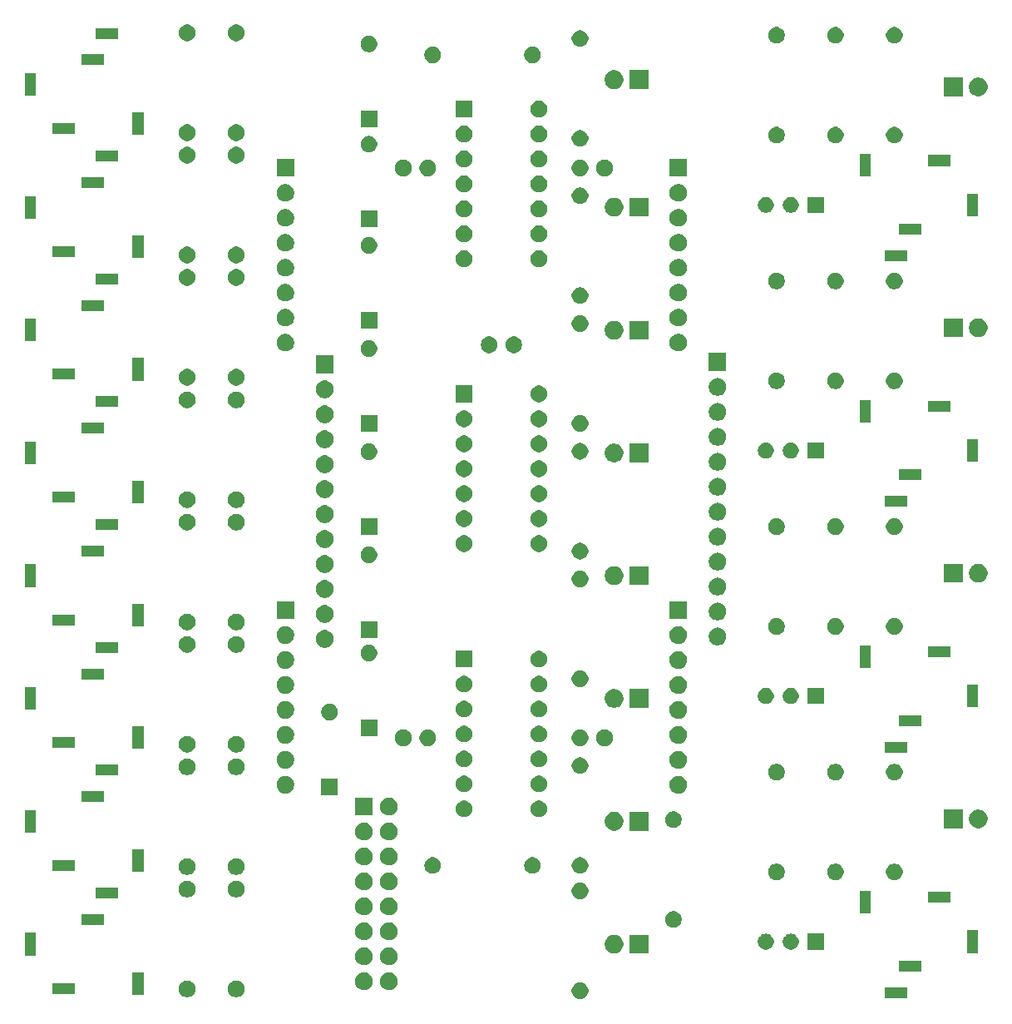
<source format=gbr>
G04 #@! TF.GenerationSoftware,KiCad,Pcbnew,(5.1.5)-3*
G04 #@! TF.CreationDate,2020-08-09T15:31:01-07:00*
G04 #@! TF.ProjectId,OR_THT,4f525f54-4854-42e6-9b69-6361645f7063,rev?*
G04 #@! TF.SameCoordinates,Original*
G04 #@! TF.FileFunction,Soldermask,Top*
G04 #@! TF.FilePolarity,Negative*
%FSLAX46Y46*%
G04 Gerber Fmt 4.6, Leading zero omitted, Abs format (unit mm)*
G04 Created by KiCad (PCBNEW (5.1.5)-3) date 2020-08-09 15:31:01*
%MOMM*%
%LPD*%
G04 APERTURE LIST*
%ADD10C,0.100000*%
G04 APERTURE END LIST*
D10*
G36*
X58248228Y-97931703D02*
G01*
X58403100Y-97995853D01*
X58542481Y-98088985D01*
X58661015Y-98207519D01*
X58754147Y-98346900D01*
X58818297Y-98501772D01*
X58851000Y-98666184D01*
X58851000Y-98833816D01*
X58818297Y-98998228D01*
X58754147Y-99153100D01*
X58661015Y-99292481D01*
X58542481Y-99411015D01*
X58403100Y-99504147D01*
X58248228Y-99568297D01*
X58083816Y-99601000D01*
X57916184Y-99601000D01*
X57751772Y-99568297D01*
X57596900Y-99504147D01*
X57457519Y-99411015D01*
X57338985Y-99292481D01*
X57245853Y-99153100D01*
X57181703Y-98998228D01*
X57149000Y-98833816D01*
X57149000Y-98666184D01*
X57181703Y-98501772D01*
X57245853Y-98346900D01*
X57338985Y-98207519D01*
X57457519Y-98088985D01*
X57596900Y-97995853D01*
X57751772Y-97931703D01*
X57916184Y-97899000D01*
X58083816Y-97899000D01*
X58248228Y-97931703D01*
G37*
G36*
X91351000Y-99501000D02*
G01*
X89049000Y-99501000D01*
X89049000Y-98399000D01*
X91351000Y-98399000D01*
X91351000Y-99501000D01*
G37*
G36*
X18248228Y-97741703D02*
G01*
X18403100Y-97805853D01*
X18542481Y-97898985D01*
X18661015Y-98017519D01*
X18754147Y-98156900D01*
X18818297Y-98311772D01*
X18851000Y-98476184D01*
X18851000Y-98643816D01*
X18818297Y-98808228D01*
X18754147Y-98963100D01*
X18661015Y-99102481D01*
X18542481Y-99221015D01*
X18403100Y-99314147D01*
X18248228Y-99378297D01*
X18083816Y-99411000D01*
X17916184Y-99411000D01*
X17751772Y-99378297D01*
X17596900Y-99314147D01*
X17457519Y-99221015D01*
X17338985Y-99102481D01*
X17245853Y-98963100D01*
X17181703Y-98808228D01*
X17149000Y-98643816D01*
X17149000Y-98476184D01*
X17181703Y-98311772D01*
X17245853Y-98156900D01*
X17338985Y-98017519D01*
X17457519Y-97898985D01*
X17596900Y-97805853D01*
X17751772Y-97741703D01*
X17916184Y-97709000D01*
X18083816Y-97709000D01*
X18248228Y-97741703D01*
G37*
G36*
X23248228Y-97741703D02*
G01*
X23403100Y-97805853D01*
X23542481Y-97898985D01*
X23661015Y-98017519D01*
X23754147Y-98156900D01*
X23818297Y-98311772D01*
X23851000Y-98476184D01*
X23851000Y-98643816D01*
X23818297Y-98808228D01*
X23754147Y-98963100D01*
X23661015Y-99102481D01*
X23542481Y-99221015D01*
X23403100Y-99314147D01*
X23248228Y-99378297D01*
X23083816Y-99411000D01*
X22916184Y-99411000D01*
X22751772Y-99378297D01*
X22596900Y-99314147D01*
X22457519Y-99221015D01*
X22338985Y-99102481D01*
X22245853Y-98963100D01*
X22181703Y-98808228D01*
X22149000Y-98643816D01*
X22149000Y-98476184D01*
X22181703Y-98311772D01*
X22245853Y-98156900D01*
X22338985Y-98017519D01*
X22457519Y-97898985D01*
X22596900Y-97805853D01*
X22751772Y-97741703D01*
X22916184Y-97709000D01*
X23083816Y-97709000D01*
X23248228Y-97741703D01*
G37*
G36*
X13551000Y-99151000D02*
G01*
X12449000Y-99151000D01*
X12449000Y-96849000D01*
X13551000Y-96849000D01*
X13551000Y-99151000D01*
G37*
G36*
X6551000Y-99051000D02*
G01*
X4249000Y-99051000D01*
X4249000Y-97949000D01*
X6551000Y-97949000D01*
X6551000Y-99051000D01*
G37*
G36*
X38653512Y-96883927D02*
G01*
X38802812Y-96913624D01*
X38966784Y-96981544D01*
X39114354Y-97080147D01*
X39239853Y-97205646D01*
X39338456Y-97353216D01*
X39406376Y-97517188D01*
X39441000Y-97691259D01*
X39441000Y-97868741D01*
X39406376Y-98042812D01*
X39338456Y-98206784D01*
X39239853Y-98354354D01*
X39114354Y-98479853D01*
X38966784Y-98578456D01*
X38802812Y-98646376D01*
X38653512Y-98676073D01*
X38628742Y-98681000D01*
X38451258Y-98681000D01*
X38426488Y-98676073D01*
X38277188Y-98646376D01*
X38113216Y-98578456D01*
X37965646Y-98479853D01*
X37840147Y-98354354D01*
X37741544Y-98206784D01*
X37673624Y-98042812D01*
X37639000Y-97868741D01*
X37639000Y-97691259D01*
X37673624Y-97517188D01*
X37741544Y-97353216D01*
X37840147Y-97205646D01*
X37965646Y-97080147D01*
X38113216Y-96981544D01*
X38277188Y-96913624D01*
X38426488Y-96883927D01*
X38451258Y-96879000D01*
X38628742Y-96879000D01*
X38653512Y-96883927D01*
G37*
G36*
X36113512Y-96883927D02*
G01*
X36262812Y-96913624D01*
X36426784Y-96981544D01*
X36574354Y-97080147D01*
X36699853Y-97205646D01*
X36798456Y-97353216D01*
X36866376Y-97517188D01*
X36901000Y-97691259D01*
X36901000Y-97868741D01*
X36866376Y-98042812D01*
X36798456Y-98206784D01*
X36699853Y-98354354D01*
X36574354Y-98479853D01*
X36426784Y-98578456D01*
X36262812Y-98646376D01*
X36113512Y-98676073D01*
X36088742Y-98681000D01*
X35911258Y-98681000D01*
X35886488Y-98676073D01*
X35737188Y-98646376D01*
X35573216Y-98578456D01*
X35425646Y-98479853D01*
X35300147Y-98354354D01*
X35201544Y-98206784D01*
X35133624Y-98042812D01*
X35099000Y-97868741D01*
X35099000Y-97691259D01*
X35133624Y-97517188D01*
X35201544Y-97353216D01*
X35300147Y-97205646D01*
X35425646Y-97080147D01*
X35573216Y-96981544D01*
X35737188Y-96913624D01*
X35886488Y-96883927D01*
X35911258Y-96879000D01*
X36088742Y-96879000D01*
X36113512Y-96883927D01*
G37*
G36*
X92751000Y-96801000D02*
G01*
X90449000Y-96801000D01*
X90449000Y-95699000D01*
X92751000Y-95699000D01*
X92751000Y-96801000D01*
G37*
G36*
X36113512Y-94343927D02*
G01*
X36262812Y-94373624D01*
X36426784Y-94441544D01*
X36574354Y-94540147D01*
X36699853Y-94665646D01*
X36798456Y-94813216D01*
X36866376Y-94977188D01*
X36896073Y-95126488D01*
X36900949Y-95151000D01*
X36901000Y-95151259D01*
X36901000Y-95328741D01*
X36866376Y-95502812D01*
X36798456Y-95666784D01*
X36699853Y-95814354D01*
X36574354Y-95939853D01*
X36426784Y-96038456D01*
X36262812Y-96106376D01*
X36113512Y-96136073D01*
X36088742Y-96141000D01*
X35911258Y-96141000D01*
X35886488Y-96136073D01*
X35737188Y-96106376D01*
X35573216Y-96038456D01*
X35425646Y-95939853D01*
X35300147Y-95814354D01*
X35201544Y-95666784D01*
X35133624Y-95502812D01*
X35099000Y-95328741D01*
X35099000Y-95151259D01*
X35099052Y-95151000D01*
X35103927Y-95126488D01*
X35133624Y-94977188D01*
X35201544Y-94813216D01*
X35300147Y-94665646D01*
X35425646Y-94540147D01*
X35573216Y-94441544D01*
X35737188Y-94373624D01*
X35886488Y-94343927D01*
X35911258Y-94339000D01*
X36088742Y-94339000D01*
X36113512Y-94343927D01*
G37*
G36*
X38653512Y-94343927D02*
G01*
X38802812Y-94373624D01*
X38966784Y-94441544D01*
X39114354Y-94540147D01*
X39239853Y-94665646D01*
X39338456Y-94813216D01*
X39406376Y-94977188D01*
X39436073Y-95126488D01*
X39440949Y-95151000D01*
X39441000Y-95151259D01*
X39441000Y-95328741D01*
X39406376Y-95502812D01*
X39338456Y-95666784D01*
X39239853Y-95814354D01*
X39114354Y-95939853D01*
X38966784Y-96038456D01*
X38802812Y-96106376D01*
X38653512Y-96136073D01*
X38628742Y-96141000D01*
X38451258Y-96141000D01*
X38426488Y-96136073D01*
X38277188Y-96106376D01*
X38113216Y-96038456D01*
X37965646Y-95939853D01*
X37840147Y-95814354D01*
X37741544Y-95666784D01*
X37673624Y-95502812D01*
X37639000Y-95328741D01*
X37639000Y-95151259D01*
X37639052Y-95151000D01*
X37643927Y-95126488D01*
X37673624Y-94977188D01*
X37741544Y-94813216D01*
X37840147Y-94665646D01*
X37965646Y-94540147D01*
X38113216Y-94441544D01*
X38277188Y-94373624D01*
X38426488Y-94343927D01*
X38451258Y-94339000D01*
X38628742Y-94339000D01*
X38653512Y-94343927D01*
G37*
G36*
X2551000Y-95151000D02*
G01*
X1449000Y-95151000D01*
X1449000Y-92849000D01*
X2551000Y-92849000D01*
X2551000Y-95151000D01*
G37*
G36*
X64951000Y-94951000D02*
G01*
X63049000Y-94951000D01*
X63049000Y-93049000D01*
X64951000Y-93049000D01*
X64951000Y-94951000D01*
G37*
G36*
X61737395Y-93085546D02*
G01*
X61910466Y-93157234D01*
X61910467Y-93157235D01*
X62066227Y-93261310D01*
X62198690Y-93393773D01*
X62251081Y-93472182D01*
X62302766Y-93549534D01*
X62374454Y-93722605D01*
X62411000Y-93906333D01*
X62411000Y-94093667D01*
X62374454Y-94277395D01*
X62302766Y-94450466D01*
X62302765Y-94450467D01*
X62198690Y-94606227D01*
X62066227Y-94738690D01*
X61987818Y-94791081D01*
X61910466Y-94842766D01*
X61737395Y-94914454D01*
X61553667Y-94951000D01*
X61366333Y-94951000D01*
X61182605Y-94914454D01*
X61009534Y-94842766D01*
X60932182Y-94791081D01*
X60853773Y-94738690D01*
X60721310Y-94606227D01*
X60617235Y-94450467D01*
X60617234Y-94450466D01*
X60545546Y-94277395D01*
X60509000Y-94093667D01*
X60509000Y-93906333D01*
X60545546Y-93722605D01*
X60617234Y-93549534D01*
X60668919Y-93472182D01*
X60721310Y-93393773D01*
X60853773Y-93261310D01*
X61009533Y-93157235D01*
X61009534Y-93157234D01*
X61182605Y-93085546D01*
X61366333Y-93049000D01*
X61553667Y-93049000D01*
X61737395Y-93085546D01*
G37*
G36*
X98551000Y-94901000D02*
G01*
X97449000Y-94901000D01*
X97449000Y-92599000D01*
X98551000Y-92599000D01*
X98551000Y-94901000D01*
G37*
G36*
X82811000Y-94561000D02*
G01*
X81189000Y-94561000D01*
X81189000Y-92939000D01*
X82811000Y-92939000D01*
X82811000Y-94561000D01*
G37*
G36*
X77119584Y-92962811D02*
G01*
X77156560Y-92970166D01*
X77304153Y-93031301D01*
X77436982Y-93120055D01*
X77549945Y-93233018D01*
X77638699Y-93365847D01*
X77699834Y-93513440D01*
X77731000Y-93670123D01*
X77731000Y-93829877D01*
X77699834Y-93986560D01*
X77638699Y-94134153D01*
X77549945Y-94266982D01*
X77436982Y-94379945D01*
X77304153Y-94468699D01*
X77304152Y-94468700D01*
X77304151Y-94468700D01*
X77156560Y-94529834D01*
X76999878Y-94561000D01*
X76840122Y-94561000D01*
X76683440Y-94529834D01*
X76535849Y-94468700D01*
X76535848Y-94468700D01*
X76535847Y-94468699D01*
X76403018Y-94379945D01*
X76290055Y-94266982D01*
X76201301Y-94134153D01*
X76140166Y-93986560D01*
X76109000Y-93829877D01*
X76109000Y-93670123D01*
X76140166Y-93513440D01*
X76201301Y-93365847D01*
X76290055Y-93233018D01*
X76403018Y-93120055D01*
X76535847Y-93031301D01*
X76683440Y-92970166D01*
X76720416Y-92962811D01*
X76840122Y-92939000D01*
X76999878Y-92939000D01*
X77119584Y-92962811D01*
G37*
G36*
X79659584Y-92962811D02*
G01*
X79696560Y-92970166D01*
X79844153Y-93031301D01*
X79976982Y-93120055D01*
X80089945Y-93233018D01*
X80178699Y-93365847D01*
X80239834Y-93513440D01*
X80271000Y-93670123D01*
X80271000Y-93829877D01*
X80239834Y-93986560D01*
X80178699Y-94134153D01*
X80089945Y-94266982D01*
X79976982Y-94379945D01*
X79844153Y-94468699D01*
X79844152Y-94468700D01*
X79844151Y-94468700D01*
X79696560Y-94529834D01*
X79539878Y-94561000D01*
X79380122Y-94561000D01*
X79223440Y-94529834D01*
X79075849Y-94468700D01*
X79075848Y-94468700D01*
X79075847Y-94468699D01*
X78943018Y-94379945D01*
X78830055Y-94266982D01*
X78741301Y-94134153D01*
X78680166Y-93986560D01*
X78649000Y-93829877D01*
X78649000Y-93670123D01*
X78680166Y-93513440D01*
X78741301Y-93365847D01*
X78830055Y-93233018D01*
X78943018Y-93120055D01*
X79075847Y-93031301D01*
X79223440Y-92970166D01*
X79260416Y-92962811D01*
X79380122Y-92939000D01*
X79539878Y-92939000D01*
X79659584Y-92962811D01*
G37*
G36*
X38653512Y-91803927D02*
G01*
X38802812Y-91833624D01*
X38966784Y-91901544D01*
X39114354Y-92000147D01*
X39239853Y-92125646D01*
X39338456Y-92273216D01*
X39406376Y-92437188D01*
X39441000Y-92611259D01*
X39441000Y-92788741D01*
X39406376Y-92962812D01*
X39338456Y-93126784D01*
X39239853Y-93274354D01*
X39114354Y-93399853D01*
X38966784Y-93498456D01*
X38802812Y-93566376D01*
X38653512Y-93596073D01*
X38628742Y-93601000D01*
X38451258Y-93601000D01*
X38426488Y-93596073D01*
X38277188Y-93566376D01*
X38113216Y-93498456D01*
X37965646Y-93399853D01*
X37840147Y-93274354D01*
X37741544Y-93126784D01*
X37673624Y-92962812D01*
X37639000Y-92788741D01*
X37639000Y-92611259D01*
X37673624Y-92437188D01*
X37741544Y-92273216D01*
X37840147Y-92125646D01*
X37965646Y-92000147D01*
X38113216Y-91901544D01*
X38277188Y-91833624D01*
X38426488Y-91803927D01*
X38451258Y-91799000D01*
X38628742Y-91799000D01*
X38653512Y-91803927D01*
G37*
G36*
X36113512Y-91803927D02*
G01*
X36262812Y-91833624D01*
X36426784Y-91901544D01*
X36574354Y-92000147D01*
X36699853Y-92125646D01*
X36798456Y-92273216D01*
X36866376Y-92437188D01*
X36901000Y-92611259D01*
X36901000Y-92788741D01*
X36866376Y-92962812D01*
X36798456Y-93126784D01*
X36699853Y-93274354D01*
X36574354Y-93399853D01*
X36426784Y-93498456D01*
X36262812Y-93566376D01*
X36113512Y-93596073D01*
X36088742Y-93601000D01*
X35911258Y-93601000D01*
X35886488Y-93596073D01*
X35737188Y-93566376D01*
X35573216Y-93498456D01*
X35425646Y-93399853D01*
X35300147Y-93274354D01*
X35201544Y-93126784D01*
X35133624Y-92962812D01*
X35099000Y-92788741D01*
X35099000Y-92611259D01*
X35133624Y-92437188D01*
X35201544Y-92273216D01*
X35300147Y-92125646D01*
X35425646Y-92000147D01*
X35573216Y-91901544D01*
X35737188Y-91833624D01*
X35886488Y-91803927D01*
X35911258Y-91799000D01*
X36088742Y-91799000D01*
X36113512Y-91803927D01*
G37*
G36*
X67748228Y-90681703D02*
G01*
X67903100Y-90745853D01*
X68042481Y-90838985D01*
X68161015Y-90957519D01*
X68254147Y-91096900D01*
X68318297Y-91251772D01*
X68351000Y-91416184D01*
X68351000Y-91583816D01*
X68318297Y-91748228D01*
X68254147Y-91903100D01*
X68161015Y-92042481D01*
X68042481Y-92161015D01*
X67903100Y-92254147D01*
X67748228Y-92318297D01*
X67583816Y-92351000D01*
X67416184Y-92351000D01*
X67251772Y-92318297D01*
X67096900Y-92254147D01*
X66957519Y-92161015D01*
X66838985Y-92042481D01*
X66745853Y-91903100D01*
X66681703Y-91748228D01*
X66649000Y-91583816D01*
X66649000Y-91416184D01*
X66681703Y-91251772D01*
X66745853Y-91096900D01*
X66838985Y-90957519D01*
X66957519Y-90838985D01*
X67096900Y-90745853D01*
X67251772Y-90681703D01*
X67416184Y-90649000D01*
X67583816Y-90649000D01*
X67748228Y-90681703D01*
G37*
G36*
X9551000Y-92051000D02*
G01*
X7249000Y-92051000D01*
X7249000Y-90949000D01*
X9551000Y-90949000D01*
X9551000Y-92051000D01*
G37*
G36*
X38653512Y-89263927D02*
G01*
X38802812Y-89293624D01*
X38966784Y-89361544D01*
X39114354Y-89460147D01*
X39239853Y-89585646D01*
X39338456Y-89733216D01*
X39406376Y-89897188D01*
X39441000Y-90071259D01*
X39441000Y-90248741D01*
X39406376Y-90422812D01*
X39338456Y-90586784D01*
X39239853Y-90734354D01*
X39114354Y-90859853D01*
X38966784Y-90958456D01*
X38802812Y-91026376D01*
X38653512Y-91056073D01*
X38628742Y-91061000D01*
X38451258Y-91061000D01*
X38426488Y-91056073D01*
X38277188Y-91026376D01*
X38113216Y-90958456D01*
X37965646Y-90859853D01*
X37840147Y-90734354D01*
X37741544Y-90586784D01*
X37673624Y-90422812D01*
X37639000Y-90248741D01*
X37639000Y-90071259D01*
X37673624Y-89897188D01*
X37741544Y-89733216D01*
X37840147Y-89585646D01*
X37965646Y-89460147D01*
X38113216Y-89361544D01*
X38277188Y-89293624D01*
X38426488Y-89263927D01*
X38451258Y-89259000D01*
X38628742Y-89259000D01*
X38653512Y-89263927D01*
G37*
G36*
X36113512Y-89263927D02*
G01*
X36262812Y-89293624D01*
X36426784Y-89361544D01*
X36574354Y-89460147D01*
X36699853Y-89585646D01*
X36798456Y-89733216D01*
X36866376Y-89897188D01*
X36901000Y-90071259D01*
X36901000Y-90248741D01*
X36866376Y-90422812D01*
X36798456Y-90586784D01*
X36699853Y-90734354D01*
X36574354Y-90859853D01*
X36426784Y-90958456D01*
X36262812Y-91026376D01*
X36113512Y-91056073D01*
X36088742Y-91061000D01*
X35911258Y-91061000D01*
X35886488Y-91056073D01*
X35737188Y-91026376D01*
X35573216Y-90958456D01*
X35425646Y-90859853D01*
X35300147Y-90734354D01*
X35201544Y-90586784D01*
X35133624Y-90422812D01*
X35099000Y-90248741D01*
X35099000Y-90071259D01*
X35133624Y-89897188D01*
X35201544Y-89733216D01*
X35300147Y-89585646D01*
X35425646Y-89460147D01*
X35573216Y-89361544D01*
X35737188Y-89293624D01*
X35886488Y-89263927D01*
X35911258Y-89259000D01*
X36088742Y-89259000D01*
X36113512Y-89263927D01*
G37*
G36*
X87551000Y-90901000D02*
G01*
X86449000Y-90901000D01*
X86449000Y-88599000D01*
X87551000Y-88599000D01*
X87551000Y-90901000D01*
G37*
G36*
X95751000Y-89801000D02*
G01*
X93449000Y-89801000D01*
X93449000Y-88699000D01*
X95751000Y-88699000D01*
X95751000Y-89801000D01*
G37*
G36*
X58248228Y-87771703D02*
G01*
X58403100Y-87835853D01*
X58542481Y-87928985D01*
X58661015Y-88047519D01*
X58754147Y-88186900D01*
X58818297Y-88341772D01*
X58851000Y-88506184D01*
X58851000Y-88673816D01*
X58818297Y-88838228D01*
X58754147Y-88993100D01*
X58661015Y-89132481D01*
X58542481Y-89251015D01*
X58403100Y-89344147D01*
X58248228Y-89408297D01*
X58083816Y-89441000D01*
X57916184Y-89441000D01*
X57751772Y-89408297D01*
X57596900Y-89344147D01*
X57457519Y-89251015D01*
X57338985Y-89132481D01*
X57245853Y-88993100D01*
X57181703Y-88838228D01*
X57149000Y-88673816D01*
X57149000Y-88506184D01*
X57181703Y-88341772D01*
X57245853Y-88186900D01*
X57338985Y-88047519D01*
X57457519Y-87928985D01*
X57596900Y-87835853D01*
X57751772Y-87771703D01*
X57916184Y-87739000D01*
X58083816Y-87739000D01*
X58248228Y-87771703D01*
G37*
G36*
X10951000Y-89351000D02*
G01*
X8649000Y-89351000D01*
X8649000Y-88249000D01*
X10951000Y-88249000D01*
X10951000Y-89351000D01*
G37*
G36*
X18248228Y-87581703D02*
G01*
X18403100Y-87645853D01*
X18542481Y-87738985D01*
X18661015Y-87857519D01*
X18754147Y-87996900D01*
X18818297Y-88151772D01*
X18851000Y-88316184D01*
X18851000Y-88483816D01*
X18818297Y-88648228D01*
X18754147Y-88803100D01*
X18661015Y-88942481D01*
X18542481Y-89061015D01*
X18403100Y-89154147D01*
X18248228Y-89218297D01*
X18083816Y-89251000D01*
X17916184Y-89251000D01*
X17751772Y-89218297D01*
X17596900Y-89154147D01*
X17457519Y-89061015D01*
X17338985Y-88942481D01*
X17245853Y-88803100D01*
X17181703Y-88648228D01*
X17149000Y-88483816D01*
X17149000Y-88316184D01*
X17181703Y-88151772D01*
X17245853Y-87996900D01*
X17338985Y-87857519D01*
X17457519Y-87738985D01*
X17596900Y-87645853D01*
X17751772Y-87581703D01*
X17916184Y-87549000D01*
X18083816Y-87549000D01*
X18248228Y-87581703D01*
G37*
G36*
X23248228Y-87581703D02*
G01*
X23403100Y-87645853D01*
X23542481Y-87738985D01*
X23661015Y-87857519D01*
X23754147Y-87996900D01*
X23818297Y-88151772D01*
X23851000Y-88316184D01*
X23851000Y-88483816D01*
X23818297Y-88648228D01*
X23754147Y-88803100D01*
X23661015Y-88942481D01*
X23542481Y-89061015D01*
X23403100Y-89154147D01*
X23248228Y-89218297D01*
X23083816Y-89251000D01*
X22916184Y-89251000D01*
X22751772Y-89218297D01*
X22596900Y-89154147D01*
X22457519Y-89061015D01*
X22338985Y-88942481D01*
X22245853Y-88803100D01*
X22181703Y-88648228D01*
X22149000Y-88483816D01*
X22149000Y-88316184D01*
X22181703Y-88151772D01*
X22245853Y-87996900D01*
X22338985Y-87857519D01*
X22457519Y-87738985D01*
X22596900Y-87645853D01*
X22751772Y-87581703D01*
X22916184Y-87549000D01*
X23083816Y-87549000D01*
X23248228Y-87581703D01*
G37*
G36*
X36113512Y-86723927D02*
G01*
X36262812Y-86753624D01*
X36426784Y-86821544D01*
X36574354Y-86920147D01*
X36699853Y-87045646D01*
X36798456Y-87193216D01*
X36866376Y-87357188D01*
X36901000Y-87531259D01*
X36901000Y-87708741D01*
X36866376Y-87882812D01*
X36798456Y-88046784D01*
X36699853Y-88194354D01*
X36574354Y-88319853D01*
X36426784Y-88418456D01*
X36262812Y-88486376D01*
X36113512Y-88516073D01*
X36088742Y-88521000D01*
X35911258Y-88521000D01*
X35886488Y-88516073D01*
X35737188Y-88486376D01*
X35573216Y-88418456D01*
X35425646Y-88319853D01*
X35300147Y-88194354D01*
X35201544Y-88046784D01*
X35133624Y-87882812D01*
X35099000Y-87708741D01*
X35099000Y-87531259D01*
X35133624Y-87357188D01*
X35201544Y-87193216D01*
X35300147Y-87045646D01*
X35425646Y-86920147D01*
X35573216Y-86821544D01*
X35737188Y-86753624D01*
X35886488Y-86723927D01*
X35911258Y-86719000D01*
X36088742Y-86719000D01*
X36113512Y-86723927D01*
G37*
G36*
X38653512Y-86723927D02*
G01*
X38802812Y-86753624D01*
X38966784Y-86821544D01*
X39114354Y-86920147D01*
X39239853Y-87045646D01*
X39338456Y-87193216D01*
X39406376Y-87357188D01*
X39441000Y-87531259D01*
X39441000Y-87708741D01*
X39406376Y-87882812D01*
X39338456Y-88046784D01*
X39239853Y-88194354D01*
X39114354Y-88319853D01*
X38966784Y-88418456D01*
X38802812Y-88486376D01*
X38653512Y-88516073D01*
X38628742Y-88521000D01*
X38451258Y-88521000D01*
X38426488Y-88516073D01*
X38277188Y-88486376D01*
X38113216Y-88418456D01*
X37965646Y-88319853D01*
X37840147Y-88194354D01*
X37741544Y-88046784D01*
X37673624Y-87882812D01*
X37639000Y-87708741D01*
X37639000Y-87531259D01*
X37673624Y-87357188D01*
X37741544Y-87193216D01*
X37840147Y-87045646D01*
X37965646Y-86920147D01*
X38113216Y-86821544D01*
X38277188Y-86753624D01*
X38426488Y-86723927D01*
X38451258Y-86719000D01*
X38628742Y-86719000D01*
X38653512Y-86723927D01*
G37*
G36*
X78248228Y-85841703D02*
G01*
X78403100Y-85905853D01*
X78542481Y-85998985D01*
X78661015Y-86117519D01*
X78754147Y-86256900D01*
X78818297Y-86411772D01*
X78851000Y-86576184D01*
X78851000Y-86743816D01*
X78818297Y-86908228D01*
X78754147Y-87063100D01*
X78661015Y-87202481D01*
X78542481Y-87321015D01*
X78403100Y-87414147D01*
X78248228Y-87478297D01*
X78083816Y-87511000D01*
X77916184Y-87511000D01*
X77751772Y-87478297D01*
X77596900Y-87414147D01*
X77457519Y-87321015D01*
X77338985Y-87202481D01*
X77245853Y-87063100D01*
X77181703Y-86908228D01*
X77149000Y-86743816D01*
X77149000Y-86576184D01*
X77181703Y-86411772D01*
X77245853Y-86256900D01*
X77338985Y-86117519D01*
X77457519Y-85998985D01*
X77596900Y-85905853D01*
X77751772Y-85841703D01*
X77916184Y-85809000D01*
X78083816Y-85809000D01*
X78248228Y-85841703D01*
G37*
G36*
X90248228Y-85841703D02*
G01*
X90403100Y-85905853D01*
X90542481Y-85998985D01*
X90661015Y-86117519D01*
X90754147Y-86256900D01*
X90818297Y-86411772D01*
X90851000Y-86576184D01*
X90851000Y-86743816D01*
X90818297Y-86908228D01*
X90754147Y-87063100D01*
X90661015Y-87202481D01*
X90542481Y-87321015D01*
X90403100Y-87414147D01*
X90248228Y-87478297D01*
X90083816Y-87511000D01*
X89916184Y-87511000D01*
X89751772Y-87478297D01*
X89596900Y-87414147D01*
X89457519Y-87321015D01*
X89338985Y-87202481D01*
X89245853Y-87063100D01*
X89181703Y-86908228D01*
X89149000Y-86743816D01*
X89149000Y-86576184D01*
X89181703Y-86411772D01*
X89245853Y-86256900D01*
X89338985Y-86117519D01*
X89457519Y-85998985D01*
X89596900Y-85905853D01*
X89751772Y-85841703D01*
X89916184Y-85809000D01*
X90083816Y-85809000D01*
X90248228Y-85841703D01*
G37*
G36*
X84248228Y-85841703D02*
G01*
X84403100Y-85905853D01*
X84542481Y-85998985D01*
X84661015Y-86117519D01*
X84754147Y-86256900D01*
X84818297Y-86411772D01*
X84851000Y-86576184D01*
X84851000Y-86743816D01*
X84818297Y-86908228D01*
X84754147Y-87063100D01*
X84661015Y-87202481D01*
X84542481Y-87321015D01*
X84403100Y-87414147D01*
X84248228Y-87478297D01*
X84083816Y-87511000D01*
X83916184Y-87511000D01*
X83751772Y-87478297D01*
X83596900Y-87414147D01*
X83457519Y-87321015D01*
X83338985Y-87202481D01*
X83245853Y-87063100D01*
X83181703Y-86908228D01*
X83149000Y-86743816D01*
X83149000Y-86576184D01*
X83181703Y-86411772D01*
X83245853Y-86256900D01*
X83338985Y-86117519D01*
X83457519Y-85998985D01*
X83596900Y-85905853D01*
X83751772Y-85841703D01*
X83916184Y-85809000D01*
X84083816Y-85809000D01*
X84248228Y-85841703D01*
G37*
G36*
X18248228Y-85291703D02*
G01*
X18403100Y-85355853D01*
X18542481Y-85448985D01*
X18661015Y-85567519D01*
X18754147Y-85706900D01*
X18818297Y-85861772D01*
X18851000Y-86026184D01*
X18851000Y-86193816D01*
X18818297Y-86358228D01*
X18754147Y-86513100D01*
X18661015Y-86652481D01*
X18542481Y-86771015D01*
X18403100Y-86864147D01*
X18248228Y-86928297D01*
X18083816Y-86961000D01*
X17916184Y-86961000D01*
X17751772Y-86928297D01*
X17596900Y-86864147D01*
X17457519Y-86771015D01*
X17338985Y-86652481D01*
X17245853Y-86513100D01*
X17181703Y-86358228D01*
X17149000Y-86193816D01*
X17149000Y-86026184D01*
X17181703Y-85861772D01*
X17245853Y-85706900D01*
X17338985Y-85567519D01*
X17457519Y-85448985D01*
X17596900Y-85355853D01*
X17751772Y-85291703D01*
X17916184Y-85259000D01*
X18083816Y-85259000D01*
X18248228Y-85291703D01*
G37*
G36*
X23248228Y-85291703D02*
G01*
X23403100Y-85355853D01*
X23542481Y-85448985D01*
X23661015Y-85567519D01*
X23754147Y-85706900D01*
X23818297Y-85861772D01*
X23851000Y-86026184D01*
X23851000Y-86193816D01*
X23818297Y-86358228D01*
X23754147Y-86513100D01*
X23661015Y-86652481D01*
X23542481Y-86771015D01*
X23403100Y-86864147D01*
X23248228Y-86928297D01*
X23083816Y-86961000D01*
X22916184Y-86961000D01*
X22751772Y-86928297D01*
X22596900Y-86864147D01*
X22457519Y-86771015D01*
X22338985Y-86652481D01*
X22245853Y-86513100D01*
X22181703Y-86358228D01*
X22149000Y-86193816D01*
X22149000Y-86026184D01*
X22181703Y-85861772D01*
X22245853Y-85706900D01*
X22338985Y-85567519D01*
X22457519Y-85448985D01*
X22596900Y-85355853D01*
X22751772Y-85291703D01*
X22916184Y-85259000D01*
X23083816Y-85259000D01*
X23248228Y-85291703D01*
G37*
G36*
X53408228Y-85181703D02*
G01*
X53563100Y-85245853D01*
X53702481Y-85338985D01*
X53821015Y-85457519D01*
X53914147Y-85596900D01*
X53978297Y-85751772D01*
X54011000Y-85916184D01*
X54011000Y-86083816D01*
X53978297Y-86248228D01*
X53914147Y-86403100D01*
X53821015Y-86542481D01*
X53702481Y-86661015D01*
X53563100Y-86754147D01*
X53408228Y-86818297D01*
X53243816Y-86851000D01*
X53076184Y-86851000D01*
X52911772Y-86818297D01*
X52756900Y-86754147D01*
X52617519Y-86661015D01*
X52498985Y-86542481D01*
X52405853Y-86403100D01*
X52341703Y-86248228D01*
X52309000Y-86083816D01*
X52309000Y-85916184D01*
X52341703Y-85751772D01*
X52405853Y-85596900D01*
X52498985Y-85457519D01*
X52617519Y-85338985D01*
X52756900Y-85245853D01*
X52911772Y-85181703D01*
X53076184Y-85149000D01*
X53243816Y-85149000D01*
X53408228Y-85181703D01*
G37*
G36*
X43248228Y-85181703D02*
G01*
X43403100Y-85245853D01*
X43542481Y-85338985D01*
X43661015Y-85457519D01*
X43754147Y-85596900D01*
X43818297Y-85751772D01*
X43851000Y-85916184D01*
X43851000Y-86083816D01*
X43818297Y-86248228D01*
X43754147Y-86403100D01*
X43661015Y-86542481D01*
X43542481Y-86661015D01*
X43403100Y-86754147D01*
X43248228Y-86818297D01*
X43083816Y-86851000D01*
X42916184Y-86851000D01*
X42751772Y-86818297D01*
X42596900Y-86754147D01*
X42457519Y-86661015D01*
X42338985Y-86542481D01*
X42245853Y-86403100D01*
X42181703Y-86248228D01*
X42149000Y-86083816D01*
X42149000Y-85916184D01*
X42181703Y-85751772D01*
X42245853Y-85596900D01*
X42338985Y-85457519D01*
X42457519Y-85338985D01*
X42596900Y-85245853D01*
X42751772Y-85181703D01*
X42916184Y-85149000D01*
X43083816Y-85149000D01*
X43248228Y-85181703D01*
G37*
G36*
X58248228Y-85181703D02*
G01*
X58403100Y-85245853D01*
X58542481Y-85338985D01*
X58661015Y-85457519D01*
X58754147Y-85596900D01*
X58818297Y-85751772D01*
X58851000Y-85916184D01*
X58851000Y-86083816D01*
X58818297Y-86248228D01*
X58754147Y-86403100D01*
X58661015Y-86542481D01*
X58542481Y-86661015D01*
X58403100Y-86754147D01*
X58248228Y-86818297D01*
X58083816Y-86851000D01*
X57916184Y-86851000D01*
X57751772Y-86818297D01*
X57596900Y-86754147D01*
X57457519Y-86661015D01*
X57338985Y-86542481D01*
X57245853Y-86403100D01*
X57181703Y-86248228D01*
X57149000Y-86083816D01*
X57149000Y-85916184D01*
X57181703Y-85751772D01*
X57245853Y-85596900D01*
X57338985Y-85457519D01*
X57457519Y-85338985D01*
X57596900Y-85245853D01*
X57751772Y-85181703D01*
X57916184Y-85149000D01*
X58083816Y-85149000D01*
X58248228Y-85181703D01*
G37*
G36*
X13551000Y-86651000D02*
G01*
X12449000Y-86651000D01*
X12449000Y-84349000D01*
X13551000Y-84349000D01*
X13551000Y-86651000D01*
G37*
G36*
X6551000Y-86551000D02*
G01*
X4249000Y-86551000D01*
X4249000Y-85449000D01*
X6551000Y-85449000D01*
X6551000Y-86551000D01*
G37*
G36*
X36113512Y-84183927D02*
G01*
X36262812Y-84213624D01*
X36426784Y-84281544D01*
X36574354Y-84380147D01*
X36699853Y-84505646D01*
X36798456Y-84653216D01*
X36866376Y-84817188D01*
X36901000Y-84991259D01*
X36901000Y-85168741D01*
X36866376Y-85342812D01*
X36798456Y-85506784D01*
X36699853Y-85654354D01*
X36574354Y-85779853D01*
X36426784Y-85878456D01*
X36262812Y-85946376D01*
X36113512Y-85976073D01*
X36088742Y-85981000D01*
X35911258Y-85981000D01*
X35886488Y-85976073D01*
X35737188Y-85946376D01*
X35573216Y-85878456D01*
X35425646Y-85779853D01*
X35300147Y-85654354D01*
X35201544Y-85506784D01*
X35133624Y-85342812D01*
X35099000Y-85168741D01*
X35099000Y-84991259D01*
X35133624Y-84817188D01*
X35201544Y-84653216D01*
X35300147Y-84505646D01*
X35425646Y-84380147D01*
X35573216Y-84281544D01*
X35737188Y-84213624D01*
X35886488Y-84183927D01*
X35911258Y-84179000D01*
X36088742Y-84179000D01*
X36113512Y-84183927D01*
G37*
G36*
X38653512Y-84183927D02*
G01*
X38802812Y-84213624D01*
X38966784Y-84281544D01*
X39114354Y-84380147D01*
X39239853Y-84505646D01*
X39338456Y-84653216D01*
X39406376Y-84817188D01*
X39441000Y-84991259D01*
X39441000Y-85168741D01*
X39406376Y-85342812D01*
X39338456Y-85506784D01*
X39239853Y-85654354D01*
X39114354Y-85779853D01*
X38966784Y-85878456D01*
X38802812Y-85946376D01*
X38653512Y-85976073D01*
X38628742Y-85981000D01*
X38451258Y-85981000D01*
X38426488Y-85976073D01*
X38277188Y-85946376D01*
X38113216Y-85878456D01*
X37965646Y-85779853D01*
X37840147Y-85654354D01*
X37741544Y-85506784D01*
X37673624Y-85342812D01*
X37639000Y-85168741D01*
X37639000Y-84991259D01*
X37673624Y-84817188D01*
X37741544Y-84653216D01*
X37840147Y-84505646D01*
X37965646Y-84380147D01*
X38113216Y-84281544D01*
X38277188Y-84213624D01*
X38426488Y-84183927D01*
X38451258Y-84179000D01*
X38628742Y-84179000D01*
X38653512Y-84183927D01*
G37*
G36*
X36113512Y-81643927D02*
G01*
X36262812Y-81673624D01*
X36426784Y-81741544D01*
X36574354Y-81840147D01*
X36699853Y-81965646D01*
X36798456Y-82113216D01*
X36866376Y-82277188D01*
X36893679Y-82414453D01*
X36900949Y-82451000D01*
X36901000Y-82451259D01*
X36901000Y-82628741D01*
X36866376Y-82802812D01*
X36798456Y-82966784D01*
X36699853Y-83114354D01*
X36574354Y-83239853D01*
X36426784Y-83338456D01*
X36262812Y-83406376D01*
X36113512Y-83436073D01*
X36088742Y-83441000D01*
X35911258Y-83441000D01*
X35886488Y-83436073D01*
X35737188Y-83406376D01*
X35573216Y-83338456D01*
X35425646Y-83239853D01*
X35300147Y-83114354D01*
X35201544Y-82966784D01*
X35133624Y-82802812D01*
X35099000Y-82628741D01*
X35099000Y-82451259D01*
X35099052Y-82451000D01*
X35106321Y-82414453D01*
X35133624Y-82277188D01*
X35201544Y-82113216D01*
X35300147Y-81965646D01*
X35425646Y-81840147D01*
X35573216Y-81741544D01*
X35737188Y-81673624D01*
X35886488Y-81643927D01*
X35911258Y-81639000D01*
X36088742Y-81639000D01*
X36113512Y-81643927D01*
G37*
G36*
X38653512Y-81643927D02*
G01*
X38802812Y-81673624D01*
X38966784Y-81741544D01*
X39114354Y-81840147D01*
X39239853Y-81965646D01*
X39338456Y-82113216D01*
X39406376Y-82277188D01*
X39433679Y-82414453D01*
X39440949Y-82451000D01*
X39441000Y-82451259D01*
X39441000Y-82628741D01*
X39406376Y-82802812D01*
X39338456Y-82966784D01*
X39239853Y-83114354D01*
X39114354Y-83239853D01*
X38966784Y-83338456D01*
X38802812Y-83406376D01*
X38653512Y-83436073D01*
X38628742Y-83441000D01*
X38451258Y-83441000D01*
X38426488Y-83436073D01*
X38277188Y-83406376D01*
X38113216Y-83338456D01*
X37965646Y-83239853D01*
X37840147Y-83114354D01*
X37741544Y-82966784D01*
X37673624Y-82802812D01*
X37639000Y-82628741D01*
X37639000Y-82451259D01*
X37639052Y-82451000D01*
X37646321Y-82414453D01*
X37673624Y-82277188D01*
X37741544Y-82113216D01*
X37840147Y-81965646D01*
X37965646Y-81840147D01*
X38113216Y-81741544D01*
X38277188Y-81673624D01*
X38426488Y-81643927D01*
X38451258Y-81639000D01*
X38628742Y-81639000D01*
X38653512Y-81643927D01*
G37*
G36*
X2551000Y-82651000D02*
G01*
X1449000Y-82651000D01*
X1449000Y-80349000D01*
X2551000Y-80349000D01*
X2551000Y-82651000D01*
G37*
G36*
X64951000Y-82451000D02*
G01*
X63049000Y-82451000D01*
X63049000Y-80549000D01*
X64951000Y-80549000D01*
X64951000Y-82451000D01*
G37*
G36*
X61737395Y-80585546D02*
G01*
X61910466Y-80657234D01*
X61974248Y-80699852D01*
X62066227Y-80761310D01*
X62198690Y-80893773D01*
X62198691Y-80893775D01*
X62302766Y-81049534D01*
X62374454Y-81222605D01*
X62411000Y-81406333D01*
X62411000Y-81593667D01*
X62374454Y-81777395D01*
X62302766Y-81950466D01*
X62302765Y-81950467D01*
X62198690Y-82106227D01*
X62066227Y-82238690D01*
X62008610Y-82277188D01*
X61910466Y-82342766D01*
X61737395Y-82414454D01*
X61553667Y-82451000D01*
X61366333Y-82451000D01*
X61182605Y-82414454D01*
X61009534Y-82342766D01*
X60911390Y-82277188D01*
X60853773Y-82238690D01*
X60721310Y-82106227D01*
X60617235Y-81950467D01*
X60617234Y-81950466D01*
X60545546Y-81777395D01*
X60509000Y-81593667D01*
X60509000Y-81406333D01*
X60545546Y-81222605D01*
X60617234Y-81049534D01*
X60721309Y-80893775D01*
X60721310Y-80893773D01*
X60853773Y-80761310D01*
X60945752Y-80699852D01*
X61009534Y-80657234D01*
X61182605Y-80585546D01*
X61366333Y-80549000D01*
X61553667Y-80549000D01*
X61737395Y-80585546D01*
G37*
G36*
X96951000Y-82201000D02*
G01*
X95049000Y-82201000D01*
X95049000Y-80299000D01*
X96951000Y-80299000D01*
X96951000Y-82201000D01*
G37*
G36*
X98817395Y-80335546D02*
G01*
X98990466Y-80407234D01*
X99067818Y-80458919D01*
X99146227Y-80511310D01*
X99278690Y-80643773D01*
X99278691Y-80643775D01*
X99382766Y-80799534D01*
X99454454Y-80972605D01*
X99491000Y-81156333D01*
X99491000Y-81343667D01*
X99454454Y-81527395D01*
X99382766Y-81700466D01*
X99354281Y-81743097D01*
X99278690Y-81856227D01*
X99146227Y-81988690D01*
X99127781Y-82001015D01*
X98990466Y-82092766D01*
X98817395Y-82164454D01*
X98633667Y-82201000D01*
X98446333Y-82201000D01*
X98262605Y-82164454D01*
X98089534Y-82092766D01*
X97952219Y-82001015D01*
X97933773Y-81988690D01*
X97801310Y-81856227D01*
X97725719Y-81743097D01*
X97697234Y-81700466D01*
X97625546Y-81527395D01*
X97589000Y-81343667D01*
X97589000Y-81156333D01*
X97625546Y-80972605D01*
X97697234Y-80799534D01*
X97801309Y-80643775D01*
X97801310Y-80643773D01*
X97933773Y-80511310D01*
X98012182Y-80458919D01*
X98089534Y-80407234D01*
X98262605Y-80335546D01*
X98446333Y-80299000D01*
X98633667Y-80299000D01*
X98817395Y-80335546D01*
G37*
G36*
X67748228Y-80521703D02*
G01*
X67903100Y-80585853D01*
X68042481Y-80678985D01*
X68161015Y-80797519D01*
X68254147Y-80936900D01*
X68318297Y-81091772D01*
X68351000Y-81256184D01*
X68351000Y-81423816D01*
X68318297Y-81588228D01*
X68254147Y-81743100D01*
X68161015Y-81882481D01*
X68042481Y-82001015D01*
X67903100Y-82094147D01*
X67748228Y-82158297D01*
X67583816Y-82191000D01*
X67416184Y-82191000D01*
X67251772Y-82158297D01*
X67096900Y-82094147D01*
X66957519Y-82001015D01*
X66838985Y-81882481D01*
X66745853Y-81743100D01*
X66681703Y-81588228D01*
X66649000Y-81423816D01*
X66649000Y-81256184D01*
X66681703Y-81091772D01*
X66745853Y-80936900D01*
X66838985Y-80797519D01*
X66957519Y-80678985D01*
X67096900Y-80585853D01*
X67251772Y-80521703D01*
X67416184Y-80489000D01*
X67583816Y-80489000D01*
X67748228Y-80521703D01*
G37*
G36*
X54058228Y-79421703D02*
G01*
X54213100Y-79485853D01*
X54352481Y-79578985D01*
X54471015Y-79697519D01*
X54564147Y-79836900D01*
X54628297Y-79991772D01*
X54661000Y-80156184D01*
X54661000Y-80323816D01*
X54628297Y-80488228D01*
X54564147Y-80643100D01*
X54471015Y-80782481D01*
X54352481Y-80901015D01*
X54213100Y-80994147D01*
X54058228Y-81058297D01*
X53893816Y-81091000D01*
X53726184Y-81091000D01*
X53561772Y-81058297D01*
X53406900Y-80994147D01*
X53267519Y-80901015D01*
X53148985Y-80782481D01*
X53055853Y-80643100D01*
X52991703Y-80488228D01*
X52959000Y-80323816D01*
X52959000Y-80156184D01*
X52991703Y-79991772D01*
X53055853Y-79836900D01*
X53148985Y-79697519D01*
X53267519Y-79578985D01*
X53406900Y-79485853D01*
X53561772Y-79421703D01*
X53726184Y-79389000D01*
X53893816Y-79389000D01*
X54058228Y-79421703D01*
G37*
G36*
X46438228Y-79421703D02*
G01*
X46593100Y-79485853D01*
X46732481Y-79578985D01*
X46851015Y-79697519D01*
X46944147Y-79836900D01*
X47008297Y-79991772D01*
X47041000Y-80156184D01*
X47041000Y-80323816D01*
X47008297Y-80488228D01*
X46944147Y-80643100D01*
X46851015Y-80782481D01*
X46732481Y-80901015D01*
X46593100Y-80994147D01*
X46438228Y-81058297D01*
X46273816Y-81091000D01*
X46106184Y-81091000D01*
X45941772Y-81058297D01*
X45786900Y-80994147D01*
X45647519Y-80901015D01*
X45528985Y-80782481D01*
X45435853Y-80643100D01*
X45371703Y-80488228D01*
X45339000Y-80323816D01*
X45339000Y-80156184D01*
X45371703Y-79991772D01*
X45435853Y-79836900D01*
X45528985Y-79697519D01*
X45647519Y-79578985D01*
X45786900Y-79485853D01*
X45941772Y-79421703D01*
X46106184Y-79389000D01*
X46273816Y-79389000D01*
X46438228Y-79421703D01*
G37*
G36*
X36901000Y-80901000D02*
G01*
X35099000Y-80901000D01*
X35099000Y-79099000D01*
X36901000Y-79099000D01*
X36901000Y-80901000D01*
G37*
G36*
X38653512Y-79103927D02*
G01*
X38802812Y-79133624D01*
X38966784Y-79201544D01*
X39114354Y-79300147D01*
X39239853Y-79425646D01*
X39338456Y-79573216D01*
X39406376Y-79737188D01*
X39441000Y-79911259D01*
X39441000Y-80088741D01*
X39406376Y-80262812D01*
X39338456Y-80426784D01*
X39239853Y-80574354D01*
X39114354Y-80699853D01*
X38966784Y-80798456D01*
X38802812Y-80866376D01*
X38665064Y-80893775D01*
X38628742Y-80901000D01*
X38451258Y-80901000D01*
X38414936Y-80893775D01*
X38277188Y-80866376D01*
X38113216Y-80798456D01*
X37965646Y-80699853D01*
X37840147Y-80574354D01*
X37741544Y-80426784D01*
X37673624Y-80262812D01*
X37639000Y-80088741D01*
X37639000Y-79911259D01*
X37673624Y-79737188D01*
X37741544Y-79573216D01*
X37840147Y-79425646D01*
X37965646Y-79300147D01*
X38113216Y-79201544D01*
X38277188Y-79133624D01*
X38426488Y-79103927D01*
X38451258Y-79099000D01*
X38628742Y-79099000D01*
X38653512Y-79103927D01*
G37*
G36*
X9551000Y-79551000D02*
G01*
X7249000Y-79551000D01*
X7249000Y-78449000D01*
X9551000Y-78449000D01*
X9551000Y-79551000D01*
G37*
G36*
X33351000Y-78851000D02*
G01*
X31649000Y-78851000D01*
X31649000Y-77149000D01*
X33351000Y-77149000D01*
X33351000Y-78851000D01*
G37*
G36*
X68113512Y-76883927D02*
G01*
X68262812Y-76913624D01*
X68426784Y-76981544D01*
X68574354Y-77080147D01*
X68699853Y-77205646D01*
X68798456Y-77353216D01*
X68866376Y-77517188D01*
X68901000Y-77691259D01*
X68901000Y-77868741D01*
X68866376Y-78042812D01*
X68798456Y-78206784D01*
X68699853Y-78354354D01*
X68574354Y-78479853D01*
X68426784Y-78578456D01*
X68262812Y-78646376D01*
X68113512Y-78676073D01*
X68088742Y-78681000D01*
X67911258Y-78681000D01*
X67886488Y-78676073D01*
X67737188Y-78646376D01*
X67573216Y-78578456D01*
X67425646Y-78479853D01*
X67300147Y-78354354D01*
X67201544Y-78206784D01*
X67133624Y-78042812D01*
X67099000Y-77868741D01*
X67099000Y-77691259D01*
X67133624Y-77517188D01*
X67201544Y-77353216D01*
X67300147Y-77205646D01*
X67425646Y-77080147D01*
X67573216Y-76981544D01*
X67737188Y-76913624D01*
X67886488Y-76883927D01*
X67911258Y-76879000D01*
X68088742Y-76879000D01*
X68113512Y-76883927D01*
G37*
G36*
X28113512Y-76883927D02*
G01*
X28262812Y-76913624D01*
X28426784Y-76981544D01*
X28574354Y-77080147D01*
X28699853Y-77205646D01*
X28798456Y-77353216D01*
X28866376Y-77517188D01*
X28901000Y-77691259D01*
X28901000Y-77868741D01*
X28866376Y-78042812D01*
X28798456Y-78206784D01*
X28699853Y-78354354D01*
X28574354Y-78479853D01*
X28426784Y-78578456D01*
X28262812Y-78646376D01*
X28113512Y-78676073D01*
X28088742Y-78681000D01*
X27911258Y-78681000D01*
X27886488Y-78676073D01*
X27737188Y-78646376D01*
X27573216Y-78578456D01*
X27425646Y-78479853D01*
X27300147Y-78354354D01*
X27201544Y-78206784D01*
X27133624Y-78042812D01*
X27099000Y-77868741D01*
X27099000Y-77691259D01*
X27133624Y-77517188D01*
X27201544Y-77353216D01*
X27300147Y-77205646D01*
X27425646Y-77080147D01*
X27573216Y-76981544D01*
X27737188Y-76913624D01*
X27886488Y-76883927D01*
X27911258Y-76879000D01*
X28088742Y-76879000D01*
X28113512Y-76883927D01*
G37*
G36*
X54058228Y-76881703D02*
G01*
X54213100Y-76945853D01*
X54352481Y-77038985D01*
X54471015Y-77157519D01*
X54564147Y-77296900D01*
X54628297Y-77451772D01*
X54661000Y-77616184D01*
X54661000Y-77783816D01*
X54628297Y-77948228D01*
X54564147Y-78103100D01*
X54471015Y-78242481D01*
X54352481Y-78361015D01*
X54213100Y-78454147D01*
X54058228Y-78518297D01*
X53893816Y-78551000D01*
X53726184Y-78551000D01*
X53561772Y-78518297D01*
X53406900Y-78454147D01*
X53267519Y-78361015D01*
X53148985Y-78242481D01*
X53055853Y-78103100D01*
X52991703Y-77948228D01*
X52959000Y-77783816D01*
X52959000Y-77616184D01*
X52991703Y-77451772D01*
X53055853Y-77296900D01*
X53148985Y-77157519D01*
X53267519Y-77038985D01*
X53406900Y-76945853D01*
X53561772Y-76881703D01*
X53726184Y-76849000D01*
X53893816Y-76849000D01*
X54058228Y-76881703D01*
G37*
G36*
X46438228Y-76881703D02*
G01*
X46593100Y-76945853D01*
X46732481Y-77038985D01*
X46851015Y-77157519D01*
X46944147Y-77296900D01*
X47008297Y-77451772D01*
X47041000Y-77616184D01*
X47041000Y-77783816D01*
X47008297Y-77948228D01*
X46944147Y-78103100D01*
X46851015Y-78242481D01*
X46732481Y-78361015D01*
X46593100Y-78454147D01*
X46438228Y-78518297D01*
X46273816Y-78551000D01*
X46106184Y-78551000D01*
X45941772Y-78518297D01*
X45786900Y-78454147D01*
X45647519Y-78361015D01*
X45528985Y-78242481D01*
X45435853Y-78103100D01*
X45371703Y-77948228D01*
X45339000Y-77783816D01*
X45339000Y-77616184D01*
X45371703Y-77451772D01*
X45435853Y-77296900D01*
X45528985Y-77157519D01*
X45647519Y-77038985D01*
X45786900Y-76945853D01*
X45941772Y-76881703D01*
X46106184Y-76849000D01*
X46273816Y-76849000D01*
X46438228Y-76881703D01*
G37*
G36*
X90248228Y-75681703D02*
G01*
X90403100Y-75745853D01*
X90542481Y-75838985D01*
X90661015Y-75957519D01*
X90754147Y-76096900D01*
X90818297Y-76251772D01*
X90851000Y-76416184D01*
X90851000Y-76583816D01*
X90818297Y-76748228D01*
X90754147Y-76903100D01*
X90661015Y-77042481D01*
X90542481Y-77161015D01*
X90403100Y-77254147D01*
X90248228Y-77318297D01*
X90083816Y-77351000D01*
X89916184Y-77351000D01*
X89751772Y-77318297D01*
X89596900Y-77254147D01*
X89457519Y-77161015D01*
X89338985Y-77042481D01*
X89245853Y-76903100D01*
X89181703Y-76748228D01*
X89149000Y-76583816D01*
X89149000Y-76416184D01*
X89181703Y-76251772D01*
X89245853Y-76096900D01*
X89338985Y-75957519D01*
X89457519Y-75838985D01*
X89596900Y-75745853D01*
X89751772Y-75681703D01*
X89916184Y-75649000D01*
X90083816Y-75649000D01*
X90248228Y-75681703D01*
G37*
G36*
X84248228Y-75681703D02*
G01*
X84403100Y-75745853D01*
X84542481Y-75838985D01*
X84661015Y-75957519D01*
X84754147Y-76096900D01*
X84818297Y-76251772D01*
X84851000Y-76416184D01*
X84851000Y-76583816D01*
X84818297Y-76748228D01*
X84754147Y-76903100D01*
X84661015Y-77042481D01*
X84542481Y-77161015D01*
X84403100Y-77254147D01*
X84248228Y-77318297D01*
X84083816Y-77351000D01*
X83916184Y-77351000D01*
X83751772Y-77318297D01*
X83596900Y-77254147D01*
X83457519Y-77161015D01*
X83338985Y-77042481D01*
X83245853Y-76903100D01*
X83181703Y-76748228D01*
X83149000Y-76583816D01*
X83149000Y-76416184D01*
X83181703Y-76251772D01*
X83245853Y-76096900D01*
X83338985Y-75957519D01*
X83457519Y-75838985D01*
X83596900Y-75745853D01*
X83751772Y-75681703D01*
X83916184Y-75649000D01*
X84083816Y-75649000D01*
X84248228Y-75681703D01*
G37*
G36*
X78248228Y-75681703D02*
G01*
X78403100Y-75745853D01*
X78542481Y-75838985D01*
X78661015Y-75957519D01*
X78754147Y-76096900D01*
X78818297Y-76251772D01*
X78851000Y-76416184D01*
X78851000Y-76583816D01*
X78818297Y-76748228D01*
X78754147Y-76903100D01*
X78661015Y-77042481D01*
X78542481Y-77161015D01*
X78403100Y-77254147D01*
X78248228Y-77318297D01*
X78083816Y-77351000D01*
X77916184Y-77351000D01*
X77751772Y-77318297D01*
X77596900Y-77254147D01*
X77457519Y-77161015D01*
X77338985Y-77042481D01*
X77245853Y-76903100D01*
X77181703Y-76748228D01*
X77149000Y-76583816D01*
X77149000Y-76416184D01*
X77181703Y-76251772D01*
X77245853Y-76096900D01*
X77338985Y-75957519D01*
X77457519Y-75838985D01*
X77596900Y-75745853D01*
X77751772Y-75681703D01*
X77916184Y-75649000D01*
X78083816Y-75649000D01*
X78248228Y-75681703D01*
G37*
G36*
X10951000Y-76851000D02*
G01*
X8649000Y-76851000D01*
X8649000Y-75749000D01*
X10951000Y-75749000D01*
X10951000Y-76851000D01*
G37*
G36*
X23248228Y-75131703D02*
G01*
X23403100Y-75195853D01*
X23542481Y-75288985D01*
X23661015Y-75407519D01*
X23754147Y-75546900D01*
X23818297Y-75701772D01*
X23851000Y-75866184D01*
X23851000Y-76033816D01*
X23818297Y-76198228D01*
X23754147Y-76353100D01*
X23661015Y-76492481D01*
X23542481Y-76611015D01*
X23403100Y-76704147D01*
X23248228Y-76768297D01*
X23083816Y-76801000D01*
X22916184Y-76801000D01*
X22751772Y-76768297D01*
X22596900Y-76704147D01*
X22457519Y-76611015D01*
X22338985Y-76492481D01*
X22245853Y-76353100D01*
X22181703Y-76198228D01*
X22149000Y-76033816D01*
X22149000Y-75866184D01*
X22181703Y-75701772D01*
X22245853Y-75546900D01*
X22338985Y-75407519D01*
X22457519Y-75288985D01*
X22596900Y-75195853D01*
X22751772Y-75131703D01*
X22916184Y-75099000D01*
X23083816Y-75099000D01*
X23248228Y-75131703D01*
G37*
G36*
X18248228Y-75131703D02*
G01*
X18403100Y-75195853D01*
X18542481Y-75288985D01*
X18661015Y-75407519D01*
X18754147Y-75546900D01*
X18818297Y-75701772D01*
X18851000Y-75866184D01*
X18851000Y-76033816D01*
X18818297Y-76198228D01*
X18754147Y-76353100D01*
X18661015Y-76492481D01*
X18542481Y-76611015D01*
X18403100Y-76704147D01*
X18248228Y-76768297D01*
X18083816Y-76801000D01*
X17916184Y-76801000D01*
X17751772Y-76768297D01*
X17596900Y-76704147D01*
X17457519Y-76611015D01*
X17338985Y-76492481D01*
X17245853Y-76353100D01*
X17181703Y-76198228D01*
X17149000Y-76033816D01*
X17149000Y-75866184D01*
X17181703Y-75701772D01*
X17245853Y-75546900D01*
X17338985Y-75407519D01*
X17457519Y-75288985D01*
X17596900Y-75195853D01*
X17751772Y-75131703D01*
X17916184Y-75099000D01*
X18083816Y-75099000D01*
X18248228Y-75131703D01*
G37*
G36*
X58248228Y-75021703D02*
G01*
X58403100Y-75085853D01*
X58542481Y-75178985D01*
X58661015Y-75297519D01*
X58754147Y-75436900D01*
X58818297Y-75591772D01*
X58851000Y-75756184D01*
X58851000Y-75923816D01*
X58818297Y-76088228D01*
X58754147Y-76243100D01*
X58661015Y-76382481D01*
X58542481Y-76501015D01*
X58403100Y-76594147D01*
X58248228Y-76658297D01*
X58083816Y-76691000D01*
X57916184Y-76691000D01*
X57751772Y-76658297D01*
X57596900Y-76594147D01*
X57457519Y-76501015D01*
X57338985Y-76382481D01*
X57245853Y-76243100D01*
X57181703Y-76088228D01*
X57149000Y-75923816D01*
X57149000Y-75756184D01*
X57181703Y-75591772D01*
X57245853Y-75436900D01*
X57338985Y-75297519D01*
X57457519Y-75178985D01*
X57596900Y-75085853D01*
X57751772Y-75021703D01*
X57916184Y-74989000D01*
X58083816Y-74989000D01*
X58248228Y-75021703D01*
G37*
G36*
X68113512Y-74343927D02*
G01*
X68262812Y-74373624D01*
X68426784Y-74441544D01*
X68574354Y-74540147D01*
X68699853Y-74665646D01*
X68798456Y-74813216D01*
X68866376Y-74977188D01*
X68901000Y-75151259D01*
X68901000Y-75328741D01*
X68866376Y-75502812D01*
X68798456Y-75666784D01*
X68699853Y-75814354D01*
X68574354Y-75939853D01*
X68426784Y-76038456D01*
X68262812Y-76106376D01*
X68113512Y-76136073D01*
X68088742Y-76141000D01*
X67911258Y-76141000D01*
X67886488Y-76136073D01*
X67737188Y-76106376D01*
X67573216Y-76038456D01*
X67425646Y-75939853D01*
X67300147Y-75814354D01*
X67201544Y-75666784D01*
X67133624Y-75502812D01*
X67099000Y-75328741D01*
X67099000Y-75151259D01*
X67133624Y-74977188D01*
X67201544Y-74813216D01*
X67300147Y-74665646D01*
X67425646Y-74540147D01*
X67573216Y-74441544D01*
X67737188Y-74373624D01*
X67886488Y-74343927D01*
X67911258Y-74339000D01*
X68088742Y-74339000D01*
X68113512Y-74343927D01*
G37*
G36*
X28113512Y-74343927D02*
G01*
X28262812Y-74373624D01*
X28426784Y-74441544D01*
X28574354Y-74540147D01*
X28699853Y-74665646D01*
X28798456Y-74813216D01*
X28866376Y-74977188D01*
X28901000Y-75151259D01*
X28901000Y-75328741D01*
X28866376Y-75502812D01*
X28798456Y-75666784D01*
X28699853Y-75814354D01*
X28574354Y-75939853D01*
X28426784Y-76038456D01*
X28262812Y-76106376D01*
X28113512Y-76136073D01*
X28088742Y-76141000D01*
X27911258Y-76141000D01*
X27886488Y-76136073D01*
X27737188Y-76106376D01*
X27573216Y-76038456D01*
X27425646Y-75939853D01*
X27300147Y-75814354D01*
X27201544Y-75666784D01*
X27133624Y-75502812D01*
X27099000Y-75328741D01*
X27099000Y-75151259D01*
X27133624Y-74977188D01*
X27201544Y-74813216D01*
X27300147Y-74665646D01*
X27425646Y-74540147D01*
X27573216Y-74441544D01*
X27737188Y-74373624D01*
X27886488Y-74343927D01*
X27911258Y-74339000D01*
X28088742Y-74339000D01*
X28113512Y-74343927D01*
G37*
G36*
X54058228Y-74341703D02*
G01*
X54213100Y-74405853D01*
X54352481Y-74498985D01*
X54471015Y-74617519D01*
X54564147Y-74756900D01*
X54628297Y-74911772D01*
X54661000Y-75076184D01*
X54661000Y-75243816D01*
X54628297Y-75408228D01*
X54564147Y-75563100D01*
X54471015Y-75702481D01*
X54352481Y-75821015D01*
X54213100Y-75914147D01*
X54058228Y-75978297D01*
X53893816Y-76011000D01*
X53726184Y-76011000D01*
X53561772Y-75978297D01*
X53406900Y-75914147D01*
X53267519Y-75821015D01*
X53148985Y-75702481D01*
X53055853Y-75563100D01*
X52991703Y-75408228D01*
X52959000Y-75243816D01*
X52959000Y-75076184D01*
X52991703Y-74911772D01*
X53055853Y-74756900D01*
X53148985Y-74617519D01*
X53267519Y-74498985D01*
X53406900Y-74405853D01*
X53561772Y-74341703D01*
X53726184Y-74309000D01*
X53893816Y-74309000D01*
X54058228Y-74341703D01*
G37*
G36*
X46438228Y-74341703D02*
G01*
X46593100Y-74405853D01*
X46732481Y-74498985D01*
X46851015Y-74617519D01*
X46944147Y-74756900D01*
X47008297Y-74911772D01*
X47041000Y-75076184D01*
X47041000Y-75243816D01*
X47008297Y-75408228D01*
X46944147Y-75563100D01*
X46851015Y-75702481D01*
X46732481Y-75821015D01*
X46593100Y-75914147D01*
X46438228Y-75978297D01*
X46273816Y-76011000D01*
X46106184Y-76011000D01*
X45941772Y-75978297D01*
X45786900Y-75914147D01*
X45647519Y-75821015D01*
X45528985Y-75702481D01*
X45435853Y-75563100D01*
X45371703Y-75408228D01*
X45339000Y-75243816D01*
X45339000Y-75076184D01*
X45371703Y-74911772D01*
X45435853Y-74756900D01*
X45528985Y-74617519D01*
X45647519Y-74498985D01*
X45786900Y-74405853D01*
X45941772Y-74341703D01*
X46106184Y-74309000D01*
X46273816Y-74309000D01*
X46438228Y-74341703D01*
G37*
G36*
X18248228Y-72841703D02*
G01*
X18403100Y-72905853D01*
X18542481Y-72998985D01*
X18661015Y-73117519D01*
X18754147Y-73256900D01*
X18818297Y-73411772D01*
X18851000Y-73576184D01*
X18851000Y-73743816D01*
X18818297Y-73908228D01*
X18754147Y-74063100D01*
X18661015Y-74202481D01*
X18542481Y-74321015D01*
X18403100Y-74414147D01*
X18248228Y-74478297D01*
X18083816Y-74511000D01*
X17916184Y-74511000D01*
X17751772Y-74478297D01*
X17596900Y-74414147D01*
X17457519Y-74321015D01*
X17338985Y-74202481D01*
X17245853Y-74063100D01*
X17181703Y-73908228D01*
X17149000Y-73743816D01*
X17149000Y-73576184D01*
X17181703Y-73411772D01*
X17245853Y-73256900D01*
X17338985Y-73117519D01*
X17457519Y-72998985D01*
X17596900Y-72905853D01*
X17751772Y-72841703D01*
X17916184Y-72809000D01*
X18083816Y-72809000D01*
X18248228Y-72841703D01*
G37*
G36*
X23248228Y-72841703D02*
G01*
X23403100Y-72905853D01*
X23542481Y-72998985D01*
X23661015Y-73117519D01*
X23754147Y-73256900D01*
X23818297Y-73411772D01*
X23851000Y-73576184D01*
X23851000Y-73743816D01*
X23818297Y-73908228D01*
X23754147Y-74063100D01*
X23661015Y-74202481D01*
X23542481Y-74321015D01*
X23403100Y-74414147D01*
X23248228Y-74478297D01*
X23083816Y-74511000D01*
X22916184Y-74511000D01*
X22751772Y-74478297D01*
X22596900Y-74414147D01*
X22457519Y-74321015D01*
X22338985Y-74202481D01*
X22245853Y-74063100D01*
X22181703Y-73908228D01*
X22149000Y-73743816D01*
X22149000Y-73576184D01*
X22181703Y-73411772D01*
X22245853Y-73256900D01*
X22338985Y-73117519D01*
X22457519Y-72998985D01*
X22596900Y-72905853D01*
X22751772Y-72841703D01*
X22916184Y-72809000D01*
X23083816Y-72809000D01*
X23248228Y-72841703D01*
G37*
G36*
X91351000Y-74501000D02*
G01*
X89049000Y-74501000D01*
X89049000Y-73399000D01*
X91351000Y-73399000D01*
X91351000Y-74501000D01*
G37*
G36*
X13551000Y-74151000D02*
G01*
X12449000Y-74151000D01*
X12449000Y-71849000D01*
X13551000Y-71849000D01*
X13551000Y-74151000D01*
G37*
G36*
X6551000Y-74051000D02*
G01*
X4249000Y-74051000D01*
X4249000Y-72949000D01*
X6551000Y-72949000D01*
X6551000Y-74051000D01*
G37*
G36*
X60748228Y-72181703D02*
G01*
X60903100Y-72245853D01*
X61042481Y-72338985D01*
X61161015Y-72457519D01*
X61254147Y-72596900D01*
X61318297Y-72751772D01*
X61351000Y-72916184D01*
X61351000Y-73083816D01*
X61318297Y-73248228D01*
X61254147Y-73403100D01*
X61161015Y-73542481D01*
X61042481Y-73661015D01*
X60903100Y-73754147D01*
X60748228Y-73818297D01*
X60583816Y-73851000D01*
X60416184Y-73851000D01*
X60251772Y-73818297D01*
X60096900Y-73754147D01*
X59957519Y-73661015D01*
X59838985Y-73542481D01*
X59745853Y-73403100D01*
X59681703Y-73248228D01*
X59649000Y-73083816D01*
X59649000Y-72916184D01*
X59681703Y-72751772D01*
X59745853Y-72596900D01*
X59838985Y-72457519D01*
X59957519Y-72338985D01*
X60096900Y-72245853D01*
X60251772Y-72181703D01*
X60416184Y-72149000D01*
X60583816Y-72149000D01*
X60748228Y-72181703D01*
G37*
G36*
X58248228Y-72181703D02*
G01*
X58403100Y-72245853D01*
X58542481Y-72338985D01*
X58661015Y-72457519D01*
X58754147Y-72596900D01*
X58818297Y-72751772D01*
X58851000Y-72916184D01*
X58851000Y-73083816D01*
X58818297Y-73248228D01*
X58754147Y-73403100D01*
X58661015Y-73542481D01*
X58542481Y-73661015D01*
X58403100Y-73754147D01*
X58248228Y-73818297D01*
X58083816Y-73851000D01*
X57916184Y-73851000D01*
X57751772Y-73818297D01*
X57596900Y-73754147D01*
X57457519Y-73661015D01*
X57338985Y-73542481D01*
X57245853Y-73403100D01*
X57181703Y-73248228D01*
X57149000Y-73083816D01*
X57149000Y-72916184D01*
X57181703Y-72751772D01*
X57245853Y-72596900D01*
X57338985Y-72457519D01*
X57457519Y-72338985D01*
X57596900Y-72245853D01*
X57751772Y-72181703D01*
X57916184Y-72149000D01*
X58083816Y-72149000D01*
X58248228Y-72181703D01*
G37*
G36*
X42748228Y-72181703D02*
G01*
X42903100Y-72245853D01*
X43042481Y-72338985D01*
X43161015Y-72457519D01*
X43254147Y-72596900D01*
X43318297Y-72751772D01*
X43351000Y-72916184D01*
X43351000Y-73083816D01*
X43318297Y-73248228D01*
X43254147Y-73403100D01*
X43161015Y-73542481D01*
X43042481Y-73661015D01*
X42903100Y-73754147D01*
X42748228Y-73818297D01*
X42583816Y-73851000D01*
X42416184Y-73851000D01*
X42251772Y-73818297D01*
X42096900Y-73754147D01*
X41957519Y-73661015D01*
X41838985Y-73542481D01*
X41745853Y-73403100D01*
X41681703Y-73248228D01*
X41649000Y-73083816D01*
X41649000Y-72916184D01*
X41681703Y-72751772D01*
X41745853Y-72596900D01*
X41838985Y-72457519D01*
X41957519Y-72338985D01*
X42096900Y-72245853D01*
X42251772Y-72181703D01*
X42416184Y-72149000D01*
X42583816Y-72149000D01*
X42748228Y-72181703D01*
G37*
G36*
X40248228Y-72181703D02*
G01*
X40403100Y-72245853D01*
X40542481Y-72338985D01*
X40661015Y-72457519D01*
X40754147Y-72596900D01*
X40818297Y-72751772D01*
X40851000Y-72916184D01*
X40851000Y-73083816D01*
X40818297Y-73248228D01*
X40754147Y-73403100D01*
X40661015Y-73542481D01*
X40542481Y-73661015D01*
X40403100Y-73754147D01*
X40248228Y-73818297D01*
X40083816Y-73851000D01*
X39916184Y-73851000D01*
X39751772Y-73818297D01*
X39596900Y-73754147D01*
X39457519Y-73661015D01*
X39338985Y-73542481D01*
X39245853Y-73403100D01*
X39181703Y-73248228D01*
X39149000Y-73083816D01*
X39149000Y-72916184D01*
X39181703Y-72751772D01*
X39245853Y-72596900D01*
X39338985Y-72457519D01*
X39457519Y-72338985D01*
X39596900Y-72245853D01*
X39751772Y-72181703D01*
X39916184Y-72149000D01*
X40083816Y-72149000D01*
X40248228Y-72181703D01*
G37*
G36*
X68113512Y-71803927D02*
G01*
X68262812Y-71833624D01*
X68426784Y-71901544D01*
X68574354Y-72000147D01*
X68699853Y-72125646D01*
X68798456Y-72273216D01*
X68866376Y-72437188D01*
X68886067Y-72536184D01*
X68898145Y-72596903D01*
X68901000Y-72611259D01*
X68901000Y-72788741D01*
X68866376Y-72962812D01*
X68798456Y-73126784D01*
X68699853Y-73274354D01*
X68574354Y-73399853D01*
X68426784Y-73498456D01*
X68262812Y-73566376D01*
X68113512Y-73596073D01*
X68088742Y-73601000D01*
X67911258Y-73601000D01*
X67886488Y-73596073D01*
X67737188Y-73566376D01*
X67573216Y-73498456D01*
X67425646Y-73399853D01*
X67300147Y-73274354D01*
X67201544Y-73126784D01*
X67133624Y-72962812D01*
X67099000Y-72788741D01*
X67099000Y-72611259D01*
X67101856Y-72596903D01*
X67113933Y-72536184D01*
X67133624Y-72437188D01*
X67201544Y-72273216D01*
X67300147Y-72125646D01*
X67425646Y-72000147D01*
X67573216Y-71901544D01*
X67737188Y-71833624D01*
X67886488Y-71803927D01*
X67911258Y-71799000D01*
X68088742Y-71799000D01*
X68113512Y-71803927D01*
G37*
G36*
X28113512Y-71803927D02*
G01*
X28262812Y-71833624D01*
X28426784Y-71901544D01*
X28574354Y-72000147D01*
X28699853Y-72125646D01*
X28798456Y-72273216D01*
X28866376Y-72437188D01*
X28886067Y-72536184D01*
X28898145Y-72596903D01*
X28901000Y-72611259D01*
X28901000Y-72788741D01*
X28866376Y-72962812D01*
X28798456Y-73126784D01*
X28699853Y-73274354D01*
X28574354Y-73399853D01*
X28426784Y-73498456D01*
X28262812Y-73566376D01*
X28113512Y-73596073D01*
X28088742Y-73601000D01*
X27911258Y-73601000D01*
X27886488Y-73596073D01*
X27737188Y-73566376D01*
X27573216Y-73498456D01*
X27425646Y-73399853D01*
X27300147Y-73274354D01*
X27201544Y-73126784D01*
X27133624Y-72962812D01*
X27099000Y-72788741D01*
X27099000Y-72611259D01*
X27101856Y-72596903D01*
X27113933Y-72536184D01*
X27133624Y-72437188D01*
X27201544Y-72273216D01*
X27300147Y-72125646D01*
X27425646Y-72000147D01*
X27573216Y-71901544D01*
X27737188Y-71833624D01*
X27886488Y-71803927D01*
X27911258Y-71799000D01*
X28088742Y-71799000D01*
X28113512Y-71803927D01*
G37*
G36*
X54058228Y-71801703D02*
G01*
X54213100Y-71865853D01*
X54352481Y-71958985D01*
X54471015Y-72077519D01*
X54564147Y-72216900D01*
X54628297Y-72371772D01*
X54661000Y-72536184D01*
X54661000Y-72703816D01*
X54628297Y-72868228D01*
X54564147Y-73023100D01*
X54471015Y-73162481D01*
X54352481Y-73281015D01*
X54213100Y-73374147D01*
X54058228Y-73438297D01*
X53893816Y-73471000D01*
X53726184Y-73471000D01*
X53561772Y-73438297D01*
X53406900Y-73374147D01*
X53267519Y-73281015D01*
X53148985Y-73162481D01*
X53055853Y-73023100D01*
X52991703Y-72868228D01*
X52959000Y-72703816D01*
X52959000Y-72536184D01*
X52991703Y-72371772D01*
X53055853Y-72216900D01*
X53148985Y-72077519D01*
X53267519Y-71958985D01*
X53406900Y-71865853D01*
X53561772Y-71801703D01*
X53726184Y-71769000D01*
X53893816Y-71769000D01*
X54058228Y-71801703D01*
G37*
G36*
X46438228Y-71801703D02*
G01*
X46593100Y-71865853D01*
X46732481Y-71958985D01*
X46851015Y-72077519D01*
X46944147Y-72216900D01*
X47008297Y-72371772D01*
X47041000Y-72536184D01*
X47041000Y-72703816D01*
X47008297Y-72868228D01*
X46944147Y-73023100D01*
X46851015Y-73162481D01*
X46732481Y-73281015D01*
X46593100Y-73374147D01*
X46438228Y-73438297D01*
X46273816Y-73471000D01*
X46106184Y-73471000D01*
X45941772Y-73438297D01*
X45786900Y-73374147D01*
X45647519Y-73281015D01*
X45528985Y-73162481D01*
X45435853Y-73023100D01*
X45371703Y-72868228D01*
X45339000Y-72703816D01*
X45339000Y-72536184D01*
X45371703Y-72371772D01*
X45435853Y-72216900D01*
X45528985Y-72077519D01*
X45647519Y-71958985D01*
X45786900Y-71865853D01*
X45941772Y-71801703D01*
X46106184Y-71769000D01*
X46273816Y-71769000D01*
X46438228Y-71801703D01*
G37*
G36*
X37351000Y-72851000D02*
G01*
X35649000Y-72851000D01*
X35649000Y-71149000D01*
X37351000Y-71149000D01*
X37351000Y-72851000D01*
G37*
G36*
X92751000Y-71801000D02*
G01*
X90449000Y-71801000D01*
X90449000Y-70699000D01*
X92751000Y-70699000D01*
X92751000Y-71801000D01*
G37*
G36*
X32748228Y-69561703D02*
G01*
X32903100Y-69625853D01*
X33042481Y-69718985D01*
X33161015Y-69837519D01*
X33254147Y-69976900D01*
X33318297Y-70131772D01*
X33351000Y-70296184D01*
X33351000Y-70463816D01*
X33318297Y-70628228D01*
X33254147Y-70783100D01*
X33161015Y-70922481D01*
X33042481Y-71041015D01*
X32903100Y-71134147D01*
X32748228Y-71198297D01*
X32583816Y-71231000D01*
X32416184Y-71231000D01*
X32251772Y-71198297D01*
X32096900Y-71134147D01*
X31957519Y-71041015D01*
X31838985Y-70922481D01*
X31745853Y-70783100D01*
X31681703Y-70628228D01*
X31649000Y-70463816D01*
X31649000Y-70296184D01*
X31681703Y-70131772D01*
X31745853Y-69976900D01*
X31838985Y-69837519D01*
X31957519Y-69718985D01*
X32096900Y-69625853D01*
X32251772Y-69561703D01*
X32416184Y-69529000D01*
X32583816Y-69529000D01*
X32748228Y-69561703D01*
G37*
G36*
X68113512Y-69263927D02*
G01*
X68262812Y-69293624D01*
X68426784Y-69361544D01*
X68574354Y-69460147D01*
X68699853Y-69585646D01*
X68798456Y-69733216D01*
X68866376Y-69897188D01*
X68901000Y-70071259D01*
X68901000Y-70248741D01*
X68866376Y-70422812D01*
X68798456Y-70586784D01*
X68699853Y-70734354D01*
X68574354Y-70859853D01*
X68426784Y-70958456D01*
X68262812Y-71026376D01*
X68113512Y-71056073D01*
X68088742Y-71061000D01*
X67911258Y-71061000D01*
X67886488Y-71056073D01*
X67737188Y-71026376D01*
X67573216Y-70958456D01*
X67425646Y-70859853D01*
X67300147Y-70734354D01*
X67201544Y-70586784D01*
X67133624Y-70422812D01*
X67099000Y-70248741D01*
X67099000Y-70071259D01*
X67133624Y-69897188D01*
X67201544Y-69733216D01*
X67300147Y-69585646D01*
X67425646Y-69460147D01*
X67573216Y-69361544D01*
X67737188Y-69293624D01*
X67886488Y-69263927D01*
X67911258Y-69259000D01*
X68088742Y-69259000D01*
X68113512Y-69263927D01*
G37*
G36*
X28113512Y-69263927D02*
G01*
X28262812Y-69293624D01*
X28426784Y-69361544D01*
X28574354Y-69460147D01*
X28699853Y-69585646D01*
X28798456Y-69733216D01*
X28866376Y-69897188D01*
X28901000Y-70071259D01*
X28901000Y-70248741D01*
X28866376Y-70422812D01*
X28798456Y-70586784D01*
X28699853Y-70734354D01*
X28574354Y-70859853D01*
X28426784Y-70958456D01*
X28262812Y-71026376D01*
X28113512Y-71056073D01*
X28088742Y-71061000D01*
X27911258Y-71061000D01*
X27886488Y-71056073D01*
X27737188Y-71026376D01*
X27573216Y-70958456D01*
X27425646Y-70859853D01*
X27300147Y-70734354D01*
X27201544Y-70586784D01*
X27133624Y-70422812D01*
X27099000Y-70248741D01*
X27099000Y-70071259D01*
X27133624Y-69897188D01*
X27201544Y-69733216D01*
X27300147Y-69585646D01*
X27425646Y-69460147D01*
X27573216Y-69361544D01*
X27737188Y-69293624D01*
X27886488Y-69263927D01*
X27911258Y-69259000D01*
X28088742Y-69259000D01*
X28113512Y-69263927D01*
G37*
G36*
X46438228Y-69261703D02*
G01*
X46593100Y-69325853D01*
X46732481Y-69418985D01*
X46851015Y-69537519D01*
X46944147Y-69676900D01*
X47008297Y-69831772D01*
X47041000Y-69996184D01*
X47041000Y-70163816D01*
X47008297Y-70328228D01*
X46944147Y-70483100D01*
X46851015Y-70622481D01*
X46732481Y-70741015D01*
X46593100Y-70834147D01*
X46438228Y-70898297D01*
X46273816Y-70931000D01*
X46106184Y-70931000D01*
X45941772Y-70898297D01*
X45786900Y-70834147D01*
X45647519Y-70741015D01*
X45528985Y-70622481D01*
X45435853Y-70483100D01*
X45371703Y-70328228D01*
X45339000Y-70163816D01*
X45339000Y-69996184D01*
X45371703Y-69831772D01*
X45435853Y-69676900D01*
X45528985Y-69537519D01*
X45647519Y-69418985D01*
X45786900Y-69325853D01*
X45941772Y-69261703D01*
X46106184Y-69229000D01*
X46273816Y-69229000D01*
X46438228Y-69261703D01*
G37*
G36*
X54058228Y-69261703D02*
G01*
X54213100Y-69325853D01*
X54352481Y-69418985D01*
X54471015Y-69537519D01*
X54564147Y-69676900D01*
X54628297Y-69831772D01*
X54661000Y-69996184D01*
X54661000Y-70163816D01*
X54628297Y-70328228D01*
X54564147Y-70483100D01*
X54471015Y-70622481D01*
X54352481Y-70741015D01*
X54213100Y-70834147D01*
X54058228Y-70898297D01*
X53893816Y-70931000D01*
X53726184Y-70931000D01*
X53561772Y-70898297D01*
X53406900Y-70834147D01*
X53267519Y-70741015D01*
X53148985Y-70622481D01*
X53055853Y-70483100D01*
X52991703Y-70328228D01*
X52959000Y-70163816D01*
X52959000Y-69996184D01*
X52991703Y-69831772D01*
X53055853Y-69676900D01*
X53148985Y-69537519D01*
X53267519Y-69418985D01*
X53406900Y-69325853D01*
X53561772Y-69261703D01*
X53726184Y-69229000D01*
X53893816Y-69229000D01*
X54058228Y-69261703D01*
G37*
G36*
X2551000Y-70151000D02*
G01*
X1449000Y-70151000D01*
X1449000Y-67849000D01*
X2551000Y-67849000D01*
X2551000Y-70151000D01*
G37*
G36*
X61737395Y-68085546D02*
G01*
X61910466Y-68157234D01*
X61910467Y-68157235D01*
X62066227Y-68261310D01*
X62198690Y-68393773D01*
X62251081Y-68472182D01*
X62302766Y-68549534D01*
X62374454Y-68722605D01*
X62411000Y-68906333D01*
X62411000Y-69093667D01*
X62374454Y-69277395D01*
X62302766Y-69450466D01*
X62290583Y-69468699D01*
X62198690Y-69606227D01*
X62066227Y-69738690D01*
X61987818Y-69791081D01*
X61910466Y-69842766D01*
X61737395Y-69914454D01*
X61553667Y-69951000D01*
X61366333Y-69951000D01*
X61182605Y-69914454D01*
X61009534Y-69842766D01*
X60932182Y-69791081D01*
X60853773Y-69738690D01*
X60721310Y-69606227D01*
X60629417Y-69468699D01*
X60617234Y-69450466D01*
X60545546Y-69277395D01*
X60509000Y-69093667D01*
X60509000Y-68906333D01*
X60545546Y-68722605D01*
X60617234Y-68549534D01*
X60668919Y-68472182D01*
X60721310Y-68393773D01*
X60853773Y-68261310D01*
X61009533Y-68157235D01*
X61009534Y-68157234D01*
X61182605Y-68085546D01*
X61366333Y-68049000D01*
X61553667Y-68049000D01*
X61737395Y-68085546D01*
G37*
G36*
X64951000Y-69951000D02*
G01*
X63049000Y-69951000D01*
X63049000Y-68049000D01*
X64951000Y-68049000D01*
X64951000Y-69951000D01*
G37*
G36*
X98551000Y-69901000D02*
G01*
X97449000Y-69901000D01*
X97449000Y-67599000D01*
X98551000Y-67599000D01*
X98551000Y-69901000D01*
G37*
G36*
X79696560Y-67970166D02*
G01*
X79844153Y-68031301D01*
X79976982Y-68120055D01*
X80089945Y-68233018D01*
X80178699Y-68365847D01*
X80239834Y-68513440D01*
X80271000Y-68670123D01*
X80271000Y-68829877D01*
X80239834Y-68986560D01*
X80178699Y-69134153D01*
X80089945Y-69266982D01*
X79976982Y-69379945D01*
X79844153Y-69468699D01*
X79844152Y-69468700D01*
X79844151Y-69468700D01*
X79696560Y-69529834D01*
X79539878Y-69561000D01*
X79380122Y-69561000D01*
X79223440Y-69529834D01*
X79075849Y-69468700D01*
X79075848Y-69468700D01*
X79075847Y-69468699D01*
X78943018Y-69379945D01*
X78830055Y-69266982D01*
X78741301Y-69134153D01*
X78680166Y-68986560D01*
X78649000Y-68829877D01*
X78649000Y-68670123D01*
X78680166Y-68513440D01*
X78741301Y-68365847D01*
X78830055Y-68233018D01*
X78943018Y-68120055D01*
X79075847Y-68031301D01*
X79223440Y-67970166D01*
X79380122Y-67939000D01*
X79539878Y-67939000D01*
X79696560Y-67970166D01*
G37*
G36*
X77156560Y-67970166D02*
G01*
X77304153Y-68031301D01*
X77436982Y-68120055D01*
X77549945Y-68233018D01*
X77638699Y-68365847D01*
X77699834Y-68513440D01*
X77731000Y-68670123D01*
X77731000Y-68829877D01*
X77699834Y-68986560D01*
X77638699Y-69134153D01*
X77549945Y-69266982D01*
X77436982Y-69379945D01*
X77304153Y-69468699D01*
X77304152Y-69468700D01*
X77304151Y-69468700D01*
X77156560Y-69529834D01*
X76999878Y-69561000D01*
X76840122Y-69561000D01*
X76683440Y-69529834D01*
X76535849Y-69468700D01*
X76535848Y-69468700D01*
X76535847Y-69468699D01*
X76403018Y-69379945D01*
X76290055Y-69266982D01*
X76201301Y-69134153D01*
X76140166Y-68986560D01*
X76109000Y-68829877D01*
X76109000Y-68670123D01*
X76140166Y-68513440D01*
X76201301Y-68365847D01*
X76290055Y-68233018D01*
X76403018Y-68120055D01*
X76535847Y-68031301D01*
X76683440Y-67970166D01*
X76840122Y-67939000D01*
X76999878Y-67939000D01*
X77156560Y-67970166D01*
G37*
G36*
X82811000Y-69561000D02*
G01*
X81189000Y-69561000D01*
X81189000Y-67939000D01*
X82811000Y-67939000D01*
X82811000Y-69561000D01*
G37*
G36*
X68113512Y-66723927D02*
G01*
X68262812Y-66753624D01*
X68426784Y-66821544D01*
X68574354Y-66920147D01*
X68699853Y-67045646D01*
X68798456Y-67193216D01*
X68866376Y-67357188D01*
X68901000Y-67531259D01*
X68901000Y-67708741D01*
X68866376Y-67882812D01*
X68798456Y-68046784D01*
X68699853Y-68194354D01*
X68574354Y-68319853D01*
X68426784Y-68418456D01*
X68262812Y-68486376D01*
X68113512Y-68516073D01*
X68088742Y-68521000D01*
X67911258Y-68521000D01*
X67886488Y-68516073D01*
X67737188Y-68486376D01*
X67573216Y-68418456D01*
X67425646Y-68319853D01*
X67300147Y-68194354D01*
X67201544Y-68046784D01*
X67133624Y-67882812D01*
X67099000Y-67708741D01*
X67099000Y-67531259D01*
X67133624Y-67357188D01*
X67201544Y-67193216D01*
X67300147Y-67045646D01*
X67425646Y-66920147D01*
X67573216Y-66821544D01*
X67737188Y-66753624D01*
X67886488Y-66723927D01*
X67911258Y-66719000D01*
X68088742Y-66719000D01*
X68113512Y-66723927D01*
G37*
G36*
X28113512Y-66723927D02*
G01*
X28262812Y-66753624D01*
X28426784Y-66821544D01*
X28574354Y-66920147D01*
X28699853Y-67045646D01*
X28798456Y-67193216D01*
X28866376Y-67357188D01*
X28901000Y-67531259D01*
X28901000Y-67708741D01*
X28866376Y-67882812D01*
X28798456Y-68046784D01*
X28699853Y-68194354D01*
X28574354Y-68319853D01*
X28426784Y-68418456D01*
X28262812Y-68486376D01*
X28113512Y-68516073D01*
X28088742Y-68521000D01*
X27911258Y-68521000D01*
X27886488Y-68516073D01*
X27737188Y-68486376D01*
X27573216Y-68418456D01*
X27425646Y-68319853D01*
X27300147Y-68194354D01*
X27201544Y-68046784D01*
X27133624Y-67882812D01*
X27099000Y-67708741D01*
X27099000Y-67531259D01*
X27133624Y-67357188D01*
X27201544Y-67193216D01*
X27300147Y-67045646D01*
X27425646Y-66920147D01*
X27573216Y-66821544D01*
X27737188Y-66753624D01*
X27886488Y-66723927D01*
X27911258Y-66719000D01*
X28088742Y-66719000D01*
X28113512Y-66723927D01*
G37*
G36*
X54058228Y-66721703D02*
G01*
X54213100Y-66785853D01*
X54352481Y-66878985D01*
X54471015Y-66997519D01*
X54564147Y-67136900D01*
X54628297Y-67291772D01*
X54661000Y-67456184D01*
X54661000Y-67623816D01*
X54628297Y-67788228D01*
X54564147Y-67943100D01*
X54471015Y-68082481D01*
X54352481Y-68201015D01*
X54213100Y-68294147D01*
X54058228Y-68358297D01*
X53893816Y-68391000D01*
X53726184Y-68391000D01*
X53561772Y-68358297D01*
X53406900Y-68294147D01*
X53267519Y-68201015D01*
X53148985Y-68082481D01*
X53055853Y-67943100D01*
X52991703Y-67788228D01*
X52959000Y-67623816D01*
X52959000Y-67456184D01*
X52991703Y-67291772D01*
X53055853Y-67136900D01*
X53148985Y-66997519D01*
X53267519Y-66878985D01*
X53406900Y-66785853D01*
X53561772Y-66721703D01*
X53726184Y-66689000D01*
X53893816Y-66689000D01*
X54058228Y-66721703D01*
G37*
G36*
X46438228Y-66721703D02*
G01*
X46593100Y-66785853D01*
X46732481Y-66878985D01*
X46851015Y-66997519D01*
X46944147Y-67136900D01*
X47008297Y-67291772D01*
X47041000Y-67456184D01*
X47041000Y-67623816D01*
X47008297Y-67788228D01*
X46944147Y-67943100D01*
X46851015Y-68082481D01*
X46732481Y-68201015D01*
X46593100Y-68294147D01*
X46438228Y-68358297D01*
X46273816Y-68391000D01*
X46106184Y-68391000D01*
X45941772Y-68358297D01*
X45786900Y-68294147D01*
X45647519Y-68201015D01*
X45528985Y-68082481D01*
X45435853Y-67943100D01*
X45371703Y-67788228D01*
X45339000Y-67623816D01*
X45339000Y-67456184D01*
X45371703Y-67291772D01*
X45435853Y-67136900D01*
X45528985Y-66997519D01*
X45647519Y-66878985D01*
X45786900Y-66785853D01*
X45941772Y-66721703D01*
X46106184Y-66689000D01*
X46273816Y-66689000D01*
X46438228Y-66721703D01*
G37*
G36*
X58248228Y-66181703D02*
G01*
X58403100Y-66245853D01*
X58542481Y-66338985D01*
X58661015Y-66457519D01*
X58754147Y-66596900D01*
X58818297Y-66751772D01*
X58851000Y-66916184D01*
X58851000Y-67083816D01*
X58818297Y-67248228D01*
X58754147Y-67403100D01*
X58661015Y-67542481D01*
X58542481Y-67661015D01*
X58403100Y-67754147D01*
X58248228Y-67818297D01*
X58083816Y-67851000D01*
X57916184Y-67851000D01*
X57751772Y-67818297D01*
X57596900Y-67754147D01*
X57457519Y-67661015D01*
X57338985Y-67542481D01*
X57245853Y-67403100D01*
X57181703Y-67248228D01*
X57149000Y-67083816D01*
X57149000Y-66916184D01*
X57181703Y-66751772D01*
X57245853Y-66596900D01*
X57338985Y-66457519D01*
X57457519Y-66338985D01*
X57596900Y-66245853D01*
X57751772Y-66181703D01*
X57916184Y-66149000D01*
X58083816Y-66149000D01*
X58248228Y-66181703D01*
G37*
G36*
X9551000Y-67051000D02*
G01*
X7249000Y-67051000D01*
X7249000Y-65949000D01*
X9551000Y-65949000D01*
X9551000Y-67051000D01*
G37*
G36*
X68113512Y-64183927D02*
G01*
X68262812Y-64213624D01*
X68426784Y-64281544D01*
X68574354Y-64380147D01*
X68699853Y-64505646D01*
X68798456Y-64653216D01*
X68866376Y-64817188D01*
X68901000Y-64991259D01*
X68901000Y-65168741D01*
X68866376Y-65342812D01*
X68798456Y-65506784D01*
X68699853Y-65654354D01*
X68574354Y-65779853D01*
X68426784Y-65878456D01*
X68262812Y-65946376D01*
X68113512Y-65976073D01*
X68088742Y-65981000D01*
X67911258Y-65981000D01*
X67886488Y-65976073D01*
X67737188Y-65946376D01*
X67573216Y-65878456D01*
X67425646Y-65779853D01*
X67300147Y-65654354D01*
X67201544Y-65506784D01*
X67133624Y-65342812D01*
X67099000Y-65168741D01*
X67099000Y-64991259D01*
X67133624Y-64817188D01*
X67201544Y-64653216D01*
X67300147Y-64505646D01*
X67425646Y-64380147D01*
X67573216Y-64281544D01*
X67737188Y-64213624D01*
X67886488Y-64183927D01*
X67911258Y-64179000D01*
X68088742Y-64179000D01*
X68113512Y-64183927D01*
G37*
G36*
X28113512Y-64183927D02*
G01*
X28262812Y-64213624D01*
X28426784Y-64281544D01*
X28574354Y-64380147D01*
X28699853Y-64505646D01*
X28798456Y-64653216D01*
X28866376Y-64817188D01*
X28901000Y-64991259D01*
X28901000Y-65168741D01*
X28866376Y-65342812D01*
X28798456Y-65506784D01*
X28699853Y-65654354D01*
X28574354Y-65779853D01*
X28426784Y-65878456D01*
X28262812Y-65946376D01*
X28113512Y-65976073D01*
X28088742Y-65981000D01*
X27911258Y-65981000D01*
X27886488Y-65976073D01*
X27737188Y-65946376D01*
X27573216Y-65878456D01*
X27425646Y-65779853D01*
X27300147Y-65654354D01*
X27201544Y-65506784D01*
X27133624Y-65342812D01*
X27099000Y-65168741D01*
X27099000Y-64991259D01*
X27133624Y-64817188D01*
X27201544Y-64653216D01*
X27300147Y-64505646D01*
X27425646Y-64380147D01*
X27573216Y-64281544D01*
X27737188Y-64213624D01*
X27886488Y-64183927D01*
X27911258Y-64179000D01*
X28088742Y-64179000D01*
X28113512Y-64183927D01*
G37*
G36*
X87551000Y-65901000D02*
G01*
X86449000Y-65901000D01*
X86449000Y-63599000D01*
X87551000Y-63599000D01*
X87551000Y-65901000D01*
G37*
G36*
X47041000Y-65851000D02*
G01*
X45339000Y-65851000D01*
X45339000Y-64149000D01*
X47041000Y-64149000D01*
X47041000Y-65851000D01*
G37*
G36*
X54058228Y-64181703D02*
G01*
X54213100Y-64245853D01*
X54352481Y-64338985D01*
X54471015Y-64457519D01*
X54564147Y-64596900D01*
X54628297Y-64751772D01*
X54661000Y-64916184D01*
X54661000Y-65083816D01*
X54628297Y-65248228D01*
X54564147Y-65403100D01*
X54471015Y-65542481D01*
X54352481Y-65661015D01*
X54213100Y-65754147D01*
X54058228Y-65818297D01*
X53893816Y-65851000D01*
X53726184Y-65851000D01*
X53561772Y-65818297D01*
X53406900Y-65754147D01*
X53267519Y-65661015D01*
X53148985Y-65542481D01*
X53055853Y-65403100D01*
X52991703Y-65248228D01*
X52959000Y-65083816D01*
X52959000Y-64916184D01*
X52991703Y-64751772D01*
X53055853Y-64596900D01*
X53148985Y-64457519D01*
X53267519Y-64338985D01*
X53406900Y-64245853D01*
X53561772Y-64181703D01*
X53726184Y-64149000D01*
X53893816Y-64149000D01*
X54058228Y-64181703D01*
G37*
G36*
X36748228Y-63561703D02*
G01*
X36903100Y-63625853D01*
X37042481Y-63718985D01*
X37161015Y-63837519D01*
X37254147Y-63976900D01*
X37318297Y-64131772D01*
X37351000Y-64296184D01*
X37351000Y-64463816D01*
X37318297Y-64628228D01*
X37254147Y-64783100D01*
X37161015Y-64922481D01*
X37042481Y-65041015D01*
X36903100Y-65134147D01*
X36748228Y-65198297D01*
X36583816Y-65231000D01*
X36416184Y-65231000D01*
X36251772Y-65198297D01*
X36096900Y-65134147D01*
X35957519Y-65041015D01*
X35838985Y-64922481D01*
X35745853Y-64783100D01*
X35681703Y-64628228D01*
X35649000Y-64463816D01*
X35649000Y-64296184D01*
X35681703Y-64131772D01*
X35745853Y-63976900D01*
X35838985Y-63837519D01*
X35957519Y-63718985D01*
X36096900Y-63625853D01*
X36251772Y-63561703D01*
X36416184Y-63529000D01*
X36583816Y-63529000D01*
X36748228Y-63561703D01*
G37*
G36*
X95751000Y-64801000D02*
G01*
X93449000Y-64801000D01*
X93449000Y-63699000D01*
X95751000Y-63699000D01*
X95751000Y-64801000D01*
G37*
G36*
X18248228Y-62681703D02*
G01*
X18403100Y-62745853D01*
X18542481Y-62838985D01*
X18661015Y-62957519D01*
X18754147Y-63096900D01*
X18818297Y-63251772D01*
X18851000Y-63416184D01*
X18851000Y-63583816D01*
X18818297Y-63748228D01*
X18754147Y-63903100D01*
X18661015Y-64042481D01*
X18542481Y-64161015D01*
X18403100Y-64254147D01*
X18248228Y-64318297D01*
X18083816Y-64351000D01*
X17916184Y-64351000D01*
X17751772Y-64318297D01*
X17596900Y-64254147D01*
X17457519Y-64161015D01*
X17338985Y-64042481D01*
X17245853Y-63903100D01*
X17181703Y-63748228D01*
X17149000Y-63583816D01*
X17149000Y-63416184D01*
X17181703Y-63251772D01*
X17245853Y-63096900D01*
X17338985Y-62957519D01*
X17457519Y-62838985D01*
X17596900Y-62745853D01*
X17751772Y-62681703D01*
X17916184Y-62649000D01*
X18083816Y-62649000D01*
X18248228Y-62681703D01*
G37*
G36*
X10951000Y-64351000D02*
G01*
X8649000Y-64351000D01*
X8649000Y-63249000D01*
X10951000Y-63249000D01*
X10951000Y-64351000D01*
G37*
G36*
X23248228Y-62681703D02*
G01*
X23403100Y-62745853D01*
X23542481Y-62838985D01*
X23661015Y-62957519D01*
X23754147Y-63096900D01*
X23818297Y-63251772D01*
X23851000Y-63416184D01*
X23851000Y-63583816D01*
X23818297Y-63748228D01*
X23754147Y-63903100D01*
X23661015Y-64042481D01*
X23542481Y-64161015D01*
X23403100Y-64254147D01*
X23248228Y-64318297D01*
X23083816Y-64351000D01*
X22916184Y-64351000D01*
X22751772Y-64318297D01*
X22596900Y-64254147D01*
X22457519Y-64161015D01*
X22338985Y-64042481D01*
X22245853Y-63903100D01*
X22181703Y-63748228D01*
X22149000Y-63583816D01*
X22149000Y-63416184D01*
X22181703Y-63251772D01*
X22245853Y-63096900D01*
X22338985Y-62957519D01*
X22457519Y-62838985D01*
X22596900Y-62745853D01*
X22751772Y-62681703D01*
X22916184Y-62649000D01*
X23083816Y-62649000D01*
X23248228Y-62681703D01*
G37*
G36*
X32113512Y-62043927D02*
G01*
X32262812Y-62073624D01*
X32426784Y-62141544D01*
X32574354Y-62240147D01*
X32699853Y-62365646D01*
X32798456Y-62513216D01*
X32866376Y-62677188D01*
X32896073Y-62826488D01*
X32900949Y-62851000D01*
X32901000Y-62851259D01*
X32901000Y-63028741D01*
X32866376Y-63202812D01*
X32798456Y-63366784D01*
X32699853Y-63514354D01*
X32574354Y-63639853D01*
X32426784Y-63738456D01*
X32262812Y-63806376D01*
X32113512Y-63836073D01*
X32088742Y-63841000D01*
X31911258Y-63841000D01*
X31886488Y-63836073D01*
X31737188Y-63806376D01*
X31573216Y-63738456D01*
X31425646Y-63639853D01*
X31300147Y-63514354D01*
X31201544Y-63366784D01*
X31133624Y-63202812D01*
X31099000Y-63028741D01*
X31099000Y-62851259D01*
X31099052Y-62851000D01*
X31103927Y-62826488D01*
X31133624Y-62677188D01*
X31201544Y-62513216D01*
X31300147Y-62365646D01*
X31425646Y-62240147D01*
X31573216Y-62141544D01*
X31737188Y-62073624D01*
X31886488Y-62043927D01*
X31911258Y-62039000D01*
X32088742Y-62039000D01*
X32113512Y-62043927D01*
G37*
G36*
X72113512Y-61793927D02*
G01*
X72262812Y-61823624D01*
X72426784Y-61891544D01*
X72574354Y-61990147D01*
X72699853Y-62115646D01*
X72798456Y-62263216D01*
X72866376Y-62427188D01*
X72901000Y-62601259D01*
X72901000Y-62778741D01*
X72866376Y-62952812D01*
X72798456Y-63116784D01*
X72699853Y-63264354D01*
X72574354Y-63389853D01*
X72426784Y-63488456D01*
X72262812Y-63556376D01*
X72124863Y-63583815D01*
X72088742Y-63591000D01*
X71911258Y-63591000D01*
X71875137Y-63583815D01*
X71737188Y-63556376D01*
X71573216Y-63488456D01*
X71425646Y-63389853D01*
X71300147Y-63264354D01*
X71201544Y-63116784D01*
X71133624Y-62952812D01*
X71099000Y-62778741D01*
X71099000Y-62601259D01*
X71133624Y-62427188D01*
X71201544Y-62263216D01*
X71300147Y-62115646D01*
X71425646Y-61990147D01*
X71573216Y-61891544D01*
X71737188Y-61823624D01*
X71886488Y-61793927D01*
X71911258Y-61789000D01*
X72088742Y-61789000D01*
X72113512Y-61793927D01*
G37*
G36*
X28113512Y-61643927D02*
G01*
X28262812Y-61673624D01*
X28426784Y-61741544D01*
X28574354Y-61840147D01*
X28699853Y-61965646D01*
X28798456Y-62113216D01*
X28866376Y-62277188D01*
X28901000Y-62451259D01*
X28901000Y-62628741D01*
X28866376Y-62802812D01*
X28798456Y-62966784D01*
X28699853Y-63114354D01*
X28574354Y-63239853D01*
X28426784Y-63338456D01*
X28262812Y-63406376D01*
X28113512Y-63436073D01*
X28088742Y-63441000D01*
X27911258Y-63441000D01*
X27886488Y-63436073D01*
X27737188Y-63406376D01*
X27573216Y-63338456D01*
X27425646Y-63239853D01*
X27300147Y-63114354D01*
X27201544Y-62966784D01*
X27133624Y-62802812D01*
X27099000Y-62628741D01*
X27099000Y-62451259D01*
X27133624Y-62277188D01*
X27201544Y-62113216D01*
X27300147Y-61965646D01*
X27425646Y-61840147D01*
X27573216Y-61741544D01*
X27737188Y-61673624D01*
X27886488Y-61643927D01*
X27911258Y-61639000D01*
X28088742Y-61639000D01*
X28113512Y-61643927D01*
G37*
G36*
X68113512Y-61643927D02*
G01*
X68262812Y-61673624D01*
X68426784Y-61741544D01*
X68574354Y-61840147D01*
X68699853Y-61965646D01*
X68798456Y-62113216D01*
X68866376Y-62277188D01*
X68901000Y-62451259D01*
X68901000Y-62628741D01*
X68866376Y-62802812D01*
X68798456Y-62966784D01*
X68699853Y-63114354D01*
X68574354Y-63239853D01*
X68426784Y-63338456D01*
X68262812Y-63406376D01*
X68113512Y-63436073D01*
X68088742Y-63441000D01*
X67911258Y-63441000D01*
X67886488Y-63436073D01*
X67737188Y-63406376D01*
X67573216Y-63338456D01*
X67425646Y-63239853D01*
X67300147Y-63114354D01*
X67201544Y-62966784D01*
X67133624Y-62802812D01*
X67099000Y-62628741D01*
X67099000Y-62451259D01*
X67133624Y-62277188D01*
X67201544Y-62113216D01*
X67300147Y-61965646D01*
X67425646Y-61840147D01*
X67573216Y-61741544D01*
X67737188Y-61673624D01*
X67886488Y-61643927D01*
X67911258Y-61639000D01*
X68088742Y-61639000D01*
X68113512Y-61643927D01*
G37*
G36*
X37351000Y-62851000D02*
G01*
X35649000Y-62851000D01*
X35649000Y-61149000D01*
X37351000Y-61149000D01*
X37351000Y-62851000D01*
G37*
G36*
X84248228Y-60841703D02*
G01*
X84403100Y-60905853D01*
X84542481Y-60998985D01*
X84661015Y-61117519D01*
X84754147Y-61256900D01*
X84818297Y-61411772D01*
X84851000Y-61576184D01*
X84851000Y-61743816D01*
X84818297Y-61908228D01*
X84754147Y-62063100D01*
X84661015Y-62202481D01*
X84542481Y-62321015D01*
X84403100Y-62414147D01*
X84248228Y-62478297D01*
X84083816Y-62511000D01*
X83916184Y-62511000D01*
X83751772Y-62478297D01*
X83596900Y-62414147D01*
X83457519Y-62321015D01*
X83338985Y-62202481D01*
X83245853Y-62063100D01*
X83181703Y-61908228D01*
X83149000Y-61743816D01*
X83149000Y-61576184D01*
X83181703Y-61411772D01*
X83245853Y-61256900D01*
X83338985Y-61117519D01*
X83457519Y-60998985D01*
X83596900Y-60905853D01*
X83751772Y-60841703D01*
X83916184Y-60809000D01*
X84083816Y-60809000D01*
X84248228Y-60841703D01*
G37*
G36*
X78248228Y-60841703D02*
G01*
X78403100Y-60905853D01*
X78542481Y-60998985D01*
X78661015Y-61117519D01*
X78754147Y-61256900D01*
X78818297Y-61411772D01*
X78851000Y-61576184D01*
X78851000Y-61743816D01*
X78818297Y-61908228D01*
X78754147Y-62063100D01*
X78661015Y-62202481D01*
X78542481Y-62321015D01*
X78403100Y-62414147D01*
X78248228Y-62478297D01*
X78083816Y-62511000D01*
X77916184Y-62511000D01*
X77751772Y-62478297D01*
X77596900Y-62414147D01*
X77457519Y-62321015D01*
X77338985Y-62202481D01*
X77245853Y-62063100D01*
X77181703Y-61908228D01*
X77149000Y-61743816D01*
X77149000Y-61576184D01*
X77181703Y-61411772D01*
X77245853Y-61256900D01*
X77338985Y-61117519D01*
X77457519Y-60998985D01*
X77596900Y-60905853D01*
X77751772Y-60841703D01*
X77916184Y-60809000D01*
X78083816Y-60809000D01*
X78248228Y-60841703D01*
G37*
G36*
X90248228Y-60841703D02*
G01*
X90403100Y-60905853D01*
X90542481Y-60998985D01*
X90661015Y-61117519D01*
X90754147Y-61256900D01*
X90818297Y-61411772D01*
X90851000Y-61576184D01*
X90851000Y-61743816D01*
X90818297Y-61908228D01*
X90754147Y-62063100D01*
X90661015Y-62202481D01*
X90542481Y-62321015D01*
X90403100Y-62414147D01*
X90248228Y-62478297D01*
X90083816Y-62511000D01*
X89916184Y-62511000D01*
X89751772Y-62478297D01*
X89596900Y-62414147D01*
X89457519Y-62321015D01*
X89338985Y-62202481D01*
X89245853Y-62063100D01*
X89181703Y-61908228D01*
X89149000Y-61743816D01*
X89149000Y-61576184D01*
X89181703Y-61411772D01*
X89245853Y-61256900D01*
X89338985Y-61117519D01*
X89457519Y-60998985D01*
X89596900Y-60905853D01*
X89751772Y-60841703D01*
X89916184Y-60809000D01*
X90083816Y-60809000D01*
X90248228Y-60841703D01*
G37*
G36*
X23248228Y-60391703D02*
G01*
X23403100Y-60455853D01*
X23542481Y-60548985D01*
X23661015Y-60667519D01*
X23754147Y-60806900D01*
X23818297Y-60961772D01*
X23851000Y-61126184D01*
X23851000Y-61293816D01*
X23818297Y-61458228D01*
X23754147Y-61613100D01*
X23661015Y-61752481D01*
X23542481Y-61871015D01*
X23403100Y-61964147D01*
X23248228Y-62028297D01*
X23083816Y-62061000D01*
X22916184Y-62061000D01*
X22751772Y-62028297D01*
X22596900Y-61964147D01*
X22457519Y-61871015D01*
X22338985Y-61752481D01*
X22245853Y-61613100D01*
X22181703Y-61458228D01*
X22149000Y-61293816D01*
X22149000Y-61126184D01*
X22181703Y-60961772D01*
X22245853Y-60806900D01*
X22338985Y-60667519D01*
X22457519Y-60548985D01*
X22596900Y-60455853D01*
X22751772Y-60391703D01*
X22916184Y-60359000D01*
X23083816Y-60359000D01*
X23248228Y-60391703D01*
G37*
G36*
X18248228Y-60391703D02*
G01*
X18403100Y-60455853D01*
X18542481Y-60548985D01*
X18661015Y-60667519D01*
X18754147Y-60806900D01*
X18818297Y-60961772D01*
X18851000Y-61126184D01*
X18851000Y-61293816D01*
X18818297Y-61458228D01*
X18754147Y-61613100D01*
X18661015Y-61752481D01*
X18542481Y-61871015D01*
X18403100Y-61964147D01*
X18248228Y-62028297D01*
X18083816Y-62061000D01*
X17916184Y-62061000D01*
X17751772Y-62028297D01*
X17596900Y-61964147D01*
X17457519Y-61871015D01*
X17338985Y-61752481D01*
X17245853Y-61613100D01*
X17181703Y-61458228D01*
X17149000Y-61293816D01*
X17149000Y-61126184D01*
X17181703Y-60961772D01*
X17245853Y-60806900D01*
X17338985Y-60667519D01*
X17457519Y-60548985D01*
X17596900Y-60455853D01*
X17751772Y-60391703D01*
X17916184Y-60359000D01*
X18083816Y-60359000D01*
X18248228Y-60391703D01*
G37*
G36*
X13551000Y-61651000D02*
G01*
X12449000Y-61651000D01*
X12449000Y-59349000D01*
X13551000Y-59349000D01*
X13551000Y-61651000D01*
G37*
G36*
X6551000Y-61551000D02*
G01*
X4249000Y-61551000D01*
X4249000Y-60449000D01*
X6551000Y-60449000D01*
X6551000Y-61551000D01*
G37*
G36*
X32113512Y-59503927D02*
G01*
X32262812Y-59533624D01*
X32426784Y-59601544D01*
X32574354Y-59700147D01*
X32699853Y-59825646D01*
X32798456Y-59973216D01*
X32866376Y-60137188D01*
X32901000Y-60311259D01*
X32901000Y-60488741D01*
X32866376Y-60662812D01*
X32798456Y-60826784D01*
X32699853Y-60974354D01*
X32574354Y-61099853D01*
X32426784Y-61198456D01*
X32262812Y-61266376D01*
X32124863Y-61293815D01*
X32088742Y-61301000D01*
X31911258Y-61301000D01*
X31875137Y-61293815D01*
X31737188Y-61266376D01*
X31573216Y-61198456D01*
X31425646Y-61099853D01*
X31300147Y-60974354D01*
X31201544Y-60826784D01*
X31133624Y-60662812D01*
X31099000Y-60488741D01*
X31099000Y-60311259D01*
X31133624Y-60137188D01*
X31201544Y-59973216D01*
X31300147Y-59825646D01*
X31425646Y-59700147D01*
X31573216Y-59601544D01*
X31737188Y-59533624D01*
X31886488Y-59503927D01*
X31911258Y-59499000D01*
X32088742Y-59499000D01*
X32113512Y-59503927D01*
G37*
G36*
X72113512Y-59253927D02*
G01*
X72262812Y-59283624D01*
X72426784Y-59351544D01*
X72574354Y-59450147D01*
X72699853Y-59575646D01*
X72798456Y-59723216D01*
X72866376Y-59887188D01*
X72901000Y-60061259D01*
X72901000Y-60238741D01*
X72866376Y-60412812D01*
X72798456Y-60576784D01*
X72699853Y-60724354D01*
X72574354Y-60849853D01*
X72426784Y-60948456D01*
X72262812Y-61016376D01*
X72113512Y-61046073D01*
X72088742Y-61051000D01*
X71911258Y-61051000D01*
X71886488Y-61046073D01*
X71737188Y-61016376D01*
X71573216Y-60948456D01*
X71425646Y-60849853D01*
X71300147Y-60724354D01*
X71201544Y-60576784D01*
X71133624Y-60412812D01*
X71099000Y-60238741D01*
X71099000Y-60061259D01*
X71133624Y-59887188D01*
X71201544Y-59723216D01*
X71300147Y-59575646D01*
X71425646Y-59450147D01*
X71573216Y-59351544D01*
X71737188Y-59283624D01*
X71886488Y-59253927D01*
X71911258Y-59249000D01*
X72088742Y-59249000D01*
X72113512Y-59253927D01*
G37*
G36*
X68901000Y-60901000D02*
G01*
X67099000Y-60901000D01*
X67099000Y-59099000D01*
X68901000Y-59099000D01*
X68901000Y-60901000D01*
G37*
G36*
X28901000Y-60901000D02*
G01*
X27099000Y-60901000D01*
X27099000Y-59099000D01*
X28901000Y-59099000D01*
X28901000Y-60901000D01*
G37*
G36*
X32113512Y-56963927D02*
G01*
X32262812Y-56993624D01*
X32426784Y-57061544D01*
X32574354Y-57160147D01*
X32699853Y-57285646D01*
X32798456Y-57433216D01*
X32866376Y-57597188D01*
X32901000Y-57771259D01*
X32901000Y-57948741D01*
X32866376Y-58122812D01*
X32798456Y-58286784D01*
X32699853Y-58434354D01*
X32574354Y-58559853D01*
X32426784Y-58658456D01*
X32262812Y-58726376D01*
X32113512Y-58756073D01*
X32088742Y-58761000D01*
X31911258Y-58761000D01*
X31886488Y-58756073D01*
X31737188Y-58726376D01*
X31573216Y-58658456D01*
X31425646Y-58559853D01*
X31300147Y-58434354D01*
X31201544Y-58286784D01*
X31133624Y-58122812D01*
X31099000Y-57948741D01*
X31099000Y-57771259D01*
X31133624Y-57597188D01*
X31201544Y-57433216D01*
X31300147Y-57285646D01*
X31425646Y-57160147D01*
X31573216Y-57061544D01*
X31737188Y-56993624D01*
X31886488Y-56963927D01*
X31911258Y-56959000D01*
X32088742Y-56959000D01*
X32113512Y-56963927D01*
G37*
G36*
X72113512Y-56713927D02*
G01*
X72262812Y-56743624D01*
X72426784Y-56811544D01*
X72574354Y-56910147D01*
X72699853Y-57035646D01*
X72798456Y-57183216D01*
X72866376Y-57347188D01*
X72901000Y-57521259D01*
X72901000Y-57698741D01*
X72866376Y-57872812D01*
X72798456Y-58036784D01*
X72699853Y-58184354D01*
X72574354Y-58309853D01*
X72426784Y-58408456D01*
X72262812Y-58476376D01*
X72113512Y-58506073D01*
X72088742Y-58511000D01*
X71911258Y-58511000D01*
X71886488Y-58506073D01*
X71737188Y-58476376D01*
X71573216Y-58408456D01*
X71425646Y-58309853D01*
X71300147Y-58184354D01*
X71201544Y-58036784D01*
X71133624Y-57872812D01*
X71099000Y-57698741D01*
X71099000Y-57521259D01*
X71133624Y-57347188D01*
X71201544Y-57183216D01*
X71300147Y-57035646D01*
X71425646Y-56910147D01*
X71573216Y-56811544D01*
X71737188Y-56743624D01*
X71886488Y-56713927D01*
X71911258Y-56709000D01*
X72088742Y-56709000D01*
X72113512Y-56713927D01*
G37*
G36*
X58248228Y-56021703D02*
G01*
X58403100Y-56085853D01*
X58542481Y-56178985D01*
X58661015Y-56297519D01*
X58754147Y-56436900D01*
X58818297Y-56591772D01*
X58851000Y-56756184D01*
X58851000Y-56923816D01*
X58818297Y-57088228D01*
X58754147Y-57243100D01*
X58661015Y-57382481D01*
X58542481Y-57501015D01*
X58403100Y-57594147D01*
X58248228Y-57658297D01*
X58083816Y-57691000D01*
X57916184Y-57691000D01*
X57751772Y-57658297D01*
X57596900Y-57594147D01*
X57457519Y-57501015D01*
X57338985Y-57382481D01*
X57245853Y-57243100D01*
X57181703Y-57088228D01*
X57149000Y-56923816D01*
X57149000Y-56756184D01*
X57181703Y-56591772D01*
X57245853Y-56436900D01*
X57338985Y-56297519D01*
X57457519Y-56178985D01*
X57596900Y-56085853D01*
X57751772Y-56021703D01*
X57916184Y-55989000D01*
X58083816Y-55989000D01*
X58248228Y-56021703D01*
G37*
G36*
X2551000Y-57651000D02*
G01*
X1449000Y-57651000D01*
X1449000Y-55349000D01*
X2551000Y-55349000D01*
X2551000Y-57651000D01*
G37*
G36*
X64951000Y-57451000D02*
G01*
X63049000Y-57451000D01*
X63049000Y-55549000D01*
X64951000Y-55549000D01*
X64951000Y-57451000D01*
G37*
G36*
X61737395Y-55585546D02*
G01*
X61910466Y-55657234D01*
X61910467Y-55657235D01*
X62066227Y-55761310D01*
X62198690Y-55893773D01*
X62227156Y-55936376D01*
X62302766Y-56049534D01*
X62374454Y-56222605D01*
X62411000Y-56406333D01*
X62411000Y-56593667D01*
X62374454Y-56777395D01*
X62302766Y-56950466D01*
X62277225Y-56988690D01*
X62198690Y-57106227D01*
X62066227Y-57238690D01*
X61987818Y-57291081D01*
X61910466Y-57342766D01*
X61737395Y-57414454D01*
X61553667Y-57451000D01*
X61366333Y-57451000D01*
X61182605Y-57414454D01*
X61009534Y-57342766D01*
X60932182Y-57291081D01*
X60853773Y-57238690D01*
X60721310Y-57106227D01*
X60642775Y-56988690D01*
X60617234Y-56950466D01*
X60545546Y-56777395D01*
X60509000Y-56593667D01*
X60509000Y-56406333D01*
X60545546Y-56222605D01*
X60617234Y-56049534D01*
X60692844Y-55936376D01*
X60721310Y-55893773D01*
X60853773Y-55761310D01*
X61009533Y-55657235D01*
X61009534Y-55657234D01*
X61182605Y-55585546D01*
X61366333Y-55549000D01*
X61553667Y-55549000D01*
X61737395Y-55585546D01*
G37*
G36*
X96951000Y-57201000D02*
G01*
X95049000Y-57201000D01*
X95049000Y-55299000D01*
X96951000Y-55299000D01*
X96951000Y-57201000D01*
G37*
G36*
X98817395Y-55335546D02*
G01*
X98990466Y-55407234D01*
X99067818Y-55458919D01*
X99146227Y-55511310D01*
X99278690Y-55643773D01*
X99279078Y-55644354D01*
X99382766Y-55799534D01*
X99454454Y-55972605D01*
X99491000Y-56156333D01*
X99491000Y-56343667D01*
X99454454Y-56527395D01*
X99382766Y-56700466D01*
X99353929Y-56743624D01*
X99278690Y-56856227D01*
X99146227Y-56988690D01*
X99067818Y-57041081D01*
X98990466Y-57092766D01*
X98817395Y-57164454D01*
X98633667Y-57201000D01*
X98446333Y-57201000D01*
X98262605Y-57164454D01*
X98089534Y-57092766D01*
X98012182Y-57041081D01*
X97933773Y-56988690D01*
X97801310Y-56856227D01*
X97726071Y-56743624D01*
X97697234Y-56700466D01*
X97625546Y-56527395D01*
X97589000Y-56343667D01*
X97589000Y-56156333D01*
X97625546Y-55972605D01*
X97697234Y-55799534D01*
X97800922Y-55644354D01*
X97801310Y-55643773D01*
X97933773Y-55511310D01*
X98012182Y-55458919D01*
X98089534Y-55407234D01*
X98262605Y-55335546D01*
X98446333Y-55299000D01*
X98633667Y-55299000D01*
X98817395Y-55335546D01*
G37*
G36*
X32113512Y-54423927D02*
G01*
X32262812Y-54453624D01*
X32426784Y-54521544D01*
X32574354Y-54620147D01*
X32699853Y-54745646D01*
X32798456Y-54893216D01*
X32866376Y-55057188D01*
X32894443Y-55198295D01*
X32900949Y-55231000D01*
X32901000Y-55231259D01*
X32901000Y-55408741D01*
X32866376Y-55582812D01*
X32798456Y-55746784D01*
X32699853Y-55894354D01*
X32574354Y-56019853D01*
X32426784Y-56118456D01*
X32262812Y-56186376D01*
X32113512Y-56216073D01*
X32088742Y-56221000D01*
X31911258Y-56221000D01*
X31886488Y-56216073D01*
X31737188Y-56186376D01*
X31573216Y-56118456D01*
X31425646Y-56019853D01*
X31300147Y-55894354D01*
X31201544Y-55746784D01*
X31133624Y-55582812D01*
X31099000Y-55408741D01*
X31099000Y-55231259D01*
X31099052Y-55231000D01*
X31105557Y-55198295D01*
X31133624Y-55057188D01*
X31201544Y-54893216D01*
X31300147Y-54745646D01*
X31425646Y-54620147D01*
X31573216Y-54521544D01*
X31737188Y-54453624D01*
X31886488Y-54423927D01*
X31911258Y-54419000D01*
X32088742Y-54419000D01*
X32113512Y-54423927D01*
G37*
G36*
X72113512Y-54173927D02*
G01*
X72262812Y-54203624D01*
X72426784Y-54271544D01*
X72574354Y-54370147D01*
X72699853Y-54495646D01*
X72798456Y-54643216D01*
X72866376Y-54807188D01*
X72901000Y-54981259D01*
X72901000Y-55158741D01*
X72866376Y-55332812D01*
X72798456Y-55496784D01*
X72699853Y-55644354D01*
X72574354Y-55769853D01*
X72426784Y-55868456D01*
X72262812Y-55936376D01*
X72113512Y-55966073D01*
X72088742Y-55971000D01*
X71911258Y-55971000D01*
X71886488Y-55966073D01*
X71737188Y-55936376D01*
X71573216Y-55868456D01*
X71425646Y-55769853D01*
X71300147Y-55644354D01*
X71201544Y-55496784D01*
X71133624Y-55332812D01*
X71099000Y-55158741D01*
X71099000Y-54981259D01*
X71133624Y-54807188D01*
X71201544Y-54643216D01*
X71300147Y-54495646D01*
X71425646Y-54370147D01*
X71573216Y-54271544D01*
X71737188Y-54203624D01*
X71886488Y-54173927D01*
X71911258Y-54169000D01*
X72088742Y-54169000D01*
X72113512Y-54173927D01*
G37*
G36*
X36748228Y-53561703D02*
G01*
X36903100Y-53625853D01*
X37042481Y-53718985D01*
X37161015Y-53837519D01*
X37254147Y-53976900D01*
X37318297Y-54131772D01*
X37351000Y-54296184D01*
X37351000Y-54463816D01*
X37318297Y-54628228D01*
X37254147Y-54783100D01*
X37161015Y-54922481D01*
X37042481Y-55041015D01*
X36903100Y-55134147D01*
X36748228Y-55198297D01*
X36583816Y-55231000D01*
X36416184Y-55231000D01*
X36251772Y-55198297D01*
X36096900Y-55134147D01*
X35957519Y-55041015D01*
X35838985Y-54922481D01*
X35745853Y-54783100D01*
X35681703Y-54628228D01*
X35649000Y-54463816D01*
X35649000Y-54296184D01*
X35681703Y-54131772D01*
X35745853Y-53976900D01*
X35838985Y-53837519D01*
X35957519Y-53718985D01*
X36096900Y-53625853D01*
X36251772Y-53561703D01*
X36416184Y-53529000D01*
X36583816Y-53529000D01*
X36748228Y-53561703D01*
G37*
G36*
X58248228Y-53181703D02*
G01*
X58403100Y-53245853D01*
X58542481Y-53338985D01*
X58661015Y-53457519D01*
X58754147Y-53596900D01*
X58818297Y-53751772D01*
X58851000Y-53916184D01*
X58851000Y-54083816D01*
X58818297Y-54248228D01*
X58754147Y-54403100D01*
X58661015Y-54542481D01*
X58542481Y-54661015D01*
X58403100Y-54754147D01*
X58248228Y-54818297D01*
X58083816Y-54851000D01*
X57916184Y-54851000D01*
X57751772Y-54818297D01*
X57596900Y-54754147D01*
X57457519Y-54661015D01*
X57338985Y-54542481D01*
X57245853Y-54403100D01*
X57181703Y-54248228D01*
X57149000Y-54083816D01*
X57149000Y-53916184D01*
X57181703Y-53751772D01*
X57245853Y-53596900D01*
X57338985Y-53457519D01*
X57457519Y-53338985D01*
X57596900Y-53245853D01*
X57751772Y-53181703D01*
X57916184Y-53149000D01*
X58083816Y-53149000D01*
X58248228Y-53181703D01*
G37*
G36*
X9551000Y-54551000D02*
G01*
X7249000Y-54551000D01*
X7249000Y-53449000D01*
X9551000Y-53449000D01*
X9551000Y-54551000D01*
G37*
G36*
X46438228Y-52421703D02*
G01*
X46593100Y-52485853D01*
X46732481Y-52578985D01*
X46851015Y-52697519D01*
X46944147Y-52836900D01*
X47008297Y-52991772D01*
X47041000Y-53156184D01*
X47041000Y-53323816D01*
X47008297Y-53488228D01*
X46944147Y-53643100D01*
X46851015Y-53782481D01*
X46732481Y-53901015D01*
X46593100Y-53994147D01*
X46438228Y-54058297D01*
X46273816Y-54091000D01*
X46106184Y-54091000D01*
X45941772Y-54058297D01*
X45786900Y-53994147D01*
X45647519Y-53901015D01*
X45528985Y-53782481D01*
X45435853Y-53643100D01*
X45371703Y-53488228D01*
X45339000Y-53323816D01*
X45339000Y-53156184D01*
X45371703Y-52991772D01*
X45435853Y-52836900D01*
X45528985Y-52697519D01*
X45647519Y-52578985D01*
X45786900Y-52485853D01*
X45941772Y-52421703D01*
X46106184Y-52389000D01*
X46273816Y-52389000D01*
X46438228Y-52421703D01*
G37*
G36*
X54058228Y-52421703D02*
G01*
X54213100Y-52485853D01*
X54352481Y-52578985D01*
X54471015Y-52697519D01*
X54564147Y-52836900D01*
X54628297Y-52991772D01*
X54661000Y-53156184D01*
X54661000Y-53323816D01*
X54628297Y-53488228D01*
X54564147Y-53643100D01*
X54471015Y-53782481D01*
X54352481Y-53901015D01*
X54213100Y-53994147D01*
X54058228Y-54058297D01*
X53893816Y-54091000D01*
X53726184Y-54091000D01*
X53561772Y-54058297D01*
X53406900Y-53994147D01*
X53267519Y-53901015D01*
X53148985Y-53782481D01*
X53055853Y-53643100D01*
X52991703Y-53488228D01*
X52959000Y-53323816D01*
X52959000Y-53156184D01*
X52991703Y-52991772D01*
X53055853Y-52836900D01*
X53148985Y-52697519D01*
X53267519Y-52578985D01*
X53406900Y-52485853D01*
X53561772Y-52421703D01*
X53726184Y-52389000D01*
X53893816Y-52389000D01*
X54058228Y-52421703D01*
G37*
G36*
X32113512Y-51883927D02*
G01*
X32262812Y-51913624D01*
X32426784Y-51981544D01*
X32574354Y-52080147D01*
X32699853Y-52205646D01*
X32798456Y-52353216D01*
X32866376Y-52517188D01*
X32901000Y-52691259D01*
X32901000Y-52868741D01*
X32866376Y-53042812D01*
X32798456Y-53206784D01*
X32699853Y-53354354D01*
X32574354Y-53479853D01*
X32426784Y-53578456D01*
X32262812Y-53646376D01*
X32113512Y-53676073D01*
X32088742Y-53681000D01*
X31911258Y-53681000D01*
X31886488Y-53676073D01*
X31737188Y-53646376D01*
X31573216Y-53578456D01*
X31425646Y-53479853D01*
X31300147Y-53354354D01*
X31201544Y-53206784D01*
X31133624Y-53042812D01*
X31099000Y-52868741D01*
X31099000Y-52691259D01*
X31133624Y-52517188D01*
X31201544Y-52353216D01*
X31300147Y-52205646D01*
X31425646Y-52080147D01*
X31573216Y-51981544D01*
X31737188Y-51913624D01*
X31886488Y-51883927D01*
X31911258Y-51879000D01*
X32088742Y-51879000D01*
X32113512Y-51883927D01*
G37*
G36*
X72113512Y-51633927D02*
G01*
X72262812Y-51663624D01*
X72426784Y-51731544D01*
X72574354Y-51830147D01*
X72699853Y-51955646D01*
X72798456Y-52103216D01*
X72866376Y-52267188D01*
X72901000Y-52441259D01*
X72901000Y-52618741D01*
X72866376Y-52792812D01*
X72798456Y-52956784D01*
X72699853Y-53104354D01*
X72574354Y-53229853D01*
X72426784Y-53328456D01*
X72262812Y-53396376D01*
X72113512Y-53426073D01*
X72088742Y-53431000D01*
X71911258Y-53431000D01*
X71886488Y-53426073D01*
X71737188Y-53396376D01*
X71573216Y-53328456D01*
X71425646Y-53229853D01*
X71300147Y-53104354D01*
X71201544Y-52956784D01*
X71133624Y-52792812D01*
X71099000Y-52618741D01*
X71099000Y-52441259D01*
X71133624Y-52267188D01*
X71201544Y-52103216D01*
X71300147Y-51955646D01*
X71425646Y-51830147D01*
X71573216Y-51731544D01*
X71737188Y-51663624D01*
X71886488Y-51633927D01*
X71911258Y-51629000D01*
X72088742Y-51629000D01*
X72113512Y-51633927D01*
G37*
G36*
X37351000Y-52351000D02*
G01*
X35649000Y-52351000D01*
X35649000Y-50649000D01*
X37351000Y-50649000D01*
X37351000Y-52351000D01*
G37*
G36*
X84248228Y-50681703D02*
G01*
X84403100Y-50745853D01*
X84542481Y-50838985D01*
X84661015Y-50957519D01*
X84754147Y-51096900D01*
X84818297Y-51251772D01*
X84851000Y-51416184D01*
X84851000Y-51583816D01*
X84818297Y-51748228D01*
X84754147Y-51903100D01*
X84661015Y-52042481D01*
X84542481Y-52161015D01*
X84403100Y-52254147D01*
X84248228Y-52318297D01*
X84083816Y-52351000D01*
X83916184Y-52351000D01*
X83751772Y-52318297D01*
X83596900Y-52254147D01*
X83457519Y-52161015D01*
X83338985Y-52042481D01*
X83245853Y-51903100D01*
X83181703Y-51748228D01*
X83149000Y-51583816D01*
X83149000Y-51416184D01*
X83181703Y-51251772D01*
X83245853Y-51096900D01*
X83338985Y-50957519D01*
X83457519Y-50838985D01*
X83596900Y-50745853D01*
X83751772Y-50681703D01*
X83916184Y-50649000D01*
X84083816Y-50649000D01*
X84248228Y-50681703D01*
G37*
G36*
X78248228Y-50681703D02*
G01*
X78403100Y-50745853D01*
X78542481Y-50838985D01*
X78661015Y-50957519D01*
X78754147Y-51096900D01*
X78818297Y-51251772D01*
X78851000Y-51416184D01*
X78851000Y-51583816D01*
X78818297Y-51748228D01*
X78754147Y-51903100D01*
X78661015Y-52042481D01*
X78542481Y-52161015D01*
X78403100Y-52254147D01*
X78248228Y-52318297D01*
X78083816Y-52351000D01*
X77916184Y-52351000D01*
X77751772Y-52318297D01*
X77596900Y-52254147D01*
X77457519Y-52161015D01*
X77338985Y-52042481D01*
X77245853Y-51903100D01*
X77181703Y-51748228D01*
X77149000Y-51583816D01*
X77149000Y-51416184D01*
X77181703Y-51251772D01*
X77245853Y-51096900D01*
X77338985Y-50957519D01*
X77457519Y-50838985D01*
X77596900Y-50745853D01*
X77751772Y-50681703D01*
X77916184Y-50649000D01*
X78083816Y-50649000D01*
X78248228Y-50681703D01*
G37*
G36*
X90248228Y-50681703D02*
G01*
X90403100Y-50745853D01*
X90542481Y-50838985D01*
X90661015Y-50957519D01*
X90754147Y-51096900D01*
X90818297Y-51251772D01*
X90851000Y-51416184D01*
X90851000Y-51583816D01*
X90818297Y-51748228D01*
X90754147Y-51903100D01*
X90661015Y-52042481D01*
X90542481Y-52161015D01*
X90403100Y-52254147D01*
X90248228Y-52318297D01*
X90083816Y-52351000D01*
X89916184Y-52351000D01*
X89751772Y-52318297D01*
X89596900Y-52254147D01*
X89457519Y-52161015D01*
X89338985Y-52042481D01*
X89245853Y-51903100D01*
X89181703Y-51748228D01*
X89149000Y-51583816D01*
X89149000Y-51416184D01*
X89181703Y-51251772D01*
X89245853Y-51096900D01*
X89338985Y-50957519D01*
X89457519Y-50838985D01*
X89596900Y-50745853D01*
X89751772Y-50681703D01*
X89916184Y-50649000D01*
X90083816Y-50649000D01*
X90248228Y-50681703D01*
G37*
G36*
X23248228Y-50231703D02*
G01*
X23403100Y-50295853D01*
X23542481Y-50388985D01*
X23661015Y-50507519D01*
X23754147Y-50646900D01*
X23818297Y-50801772D01*
X23851000Y-50966184D01*
X23851000Y-51133816D01*
X23818297Y-51298228D01*
X23754147Y-51453100D01*
X23661015Y-51592481D01*
X23542481Y-51711015D01*
X23403100Y-51804147D01*
X23248228Y-51868297D01*
X23083816Y-51901000D01*
X22916184Y-51901000D01*
X22751772Y-51868297D01*
X22596900Y-51804147D01*
X22457519Y-51711015D01*
X22338985Y-51592481D01*
X22245853Y-51453100D01*
X22181703Y-51298228D01*
X22149000Y-51133816D01*
X22149000Y-50966184D01*
X22181703Y-50801772D01*
X22245853Y-50646900D01*
X22338985Y-50507519D01*
X22457519Y-50388985D01*
X22596900Y-50295853D01*
X22751772Y-50231703D01*
X22916184Y-50199000D01*
X23083816Y-50199000D01*
X23248228Y-50231703D01*
G37*
G36*
X18248228Y-50231703D02*
G01*
X18403100Y-50295853D01*
X18542481Y-50388985D01*
X18661015Y-50507519D01*
X18754147Y-50646900D01*
X18818297Y-50801772D01*
X18851000Y-50966184D01*
X18851000Y-51133816D01*
X18818297Y-51298228D01*
X18754147Y-51453100D01*
X18661015Y-51592481D01*
X18542481Y-51711015D01*
X18403100Y-51804147D01*
X18248228Y-51868297D01*
X18083816Y-51901000D01*
X17916184Y-51901000D01*
X17751772Y-51868297D01*
X17596900Y-51804147D01*
X17457519Y-51711015D01*
X17338985Y-51592481D01*
X17245853Y-51453100D01*
X17181703Y-51298228D01*
X17149000Y-51133816D01*
X17149000Y-50966184D01*
X17181703Y-50801772D01*
X17245853Y-50646900D01*
X17338985Y-50507519D01*
X17457519Y-50388985D01*
X17596900Y-50295853D01*
X17751772Y-50231703D01*
X17916184Y-50199000D01*
X18083816Y-50199000D01*
X18248228Y-50231703D01*
G37*
G36*
X10951000Y-51851000D02*
G01*
X8649000Y-51851000D01*
X8649000Y-50749000D01*
X10951000Y-50749000D01*
X10951000Y-51851000D01*
G37*
G36*
X46438228Y-49881703D02*
G01*
X46593100Y-49945853D01*
X46732481Y-50038985D01*
X46851015Y-50157519D01*
X46944147Y-50296900D01*
X47008297Y-50451772D01*
X47041000Y-50616184D01*
X47041000Y-50783816D01*
X47008297Y-50948228D01*
X46944147Y-51103100D01*
X46851015Y-51242481D01*
X46732481Y-51361015D01*
X46593100Y-51454147D01*
X46438228Y-51518297D01*
X46273816Y-51551000D01*
X46106184Y-51551000D01*
X45941772Y-51518297D01*
X45786900Y-51454147D01*
X45647519Y-51361015D01*
X45528985Y-51242481D01*
X45435853Y-51103100D01*
X45371703Y-50948228D01*
X45339000Y-50783816D01*
X45339000Y-50616184D01*
X45371703Y-50451772D01*
X45435853Y-50296900D01*
X45528985Y-50157519D01*
X45647519Y-50038985D01*
X45786900Y-49945853D01*
X45941772Y-49881703D01*
X46106184Y-49849000D01*
X46273816Y-49849000D01*
X46438228Y-49881703D01*
G37*
G36*
X54058228Y-49881703D02*
G01*
X54213100Y-49945853D01*
X54352481Y-50038985D01*
X54471015Y-50157519D01*
X54564147Y-50296900D01*
X54628297Y-50451772D01*
X54661000Y-50616184D01*
X54661000Y-50783816D01*
X54628297Y-50948228D01*
X54564147Y-51103100D01*
X54471015Y-51242481D01*
X54352481Y-51361015D01*
X54213100Y-51454147D01*
X54058228Y-51518297D01*
X53893816Y-51551000D01*
X53726184Y-51551000D01*
X53561772Y-51518297D01*
X53406900Y-51454147D01*
X53267519Y-51361015D01*
X53148985Y-51242481D01*
X53055853Y-51103100D01*
X52991703Y-50948228D01*
X52959000Y-50783816D01*
X52959000Y-50616184D01*
X52991703Y-50451772D01*
X53055853Y-50296900D01*
X53148985Y-50157519D01*
X53267519Y-50038985D01*
X53406900Y-49945853D01*
X53561772Y-49881703D01*
X53726184Y-49849000D01*
X53893816Y-49849000D01*
X54058228Y-49881703D01*
G37*
G36*
X32113512Y-49343927D02*
G01*
X32262812Y-49373624D01*
X32426784Y-49441544D01*
X32574354Y-49540147D01*
X32699853Y-49665646D01*
X32798456Y-49813216D01*
X32866376Y-49977188D01*
X32901000Y-50151259D01*
X32901000Y-50328741D01*
X32866376Y-50502812D01*
X32798456Y-50666784D01*
X32699853Y-50814354D01*
X32574354Y-50939853D01*
X32426784Y-51038456D01*
X32262812Y-51106376D01*
X32124863Y-51133815D01*
X32088742Y-51141000D01*
X31911258Y-51141000D01*
X31875137Y-51133815D01*
X31737188Y-51106376D01*
X31573216Y-51038456D01*
X31425646Y-50939853D01*
X31300147Y-50814354D01*
X31201544Y-50666784D01*
X31133624Y-50502812D01*
X31099000Y-50328741D01*
X31099000Y-50151259D01*
X31133624Y-49977188D01*
X31201544Y-49813216D01*
X31300147Y-49665646D01*
X31425646Y-49540147D01*
X31573216Y-49441544D01*
X31737188Y-49373624D01*
X31886488Y-49343927D01*
X31911258Y-49339000D01*
X32088742Y-49339000D01*
X32113512Y-49343927D01*
G37*
G36*
X72113512Y-49093927D02*
G01*
X72262812Y-49123624D01*
X72426784Y-49191544D01*
X72574354Y-49290147D01*
X72699853Y-49415646D01*
X72798456Y-49563216D01*
X72866376Y-49727188D01*
X72901000Y-49901259D01*
X72901000Y-50078741D01*
X72866376Y-50252812D01*
X72798456Y-50416784D01*
X72699853Y-50564354D01*
X72574354Y-50689853D01*
X72426784Y-50788456D01*
X72262812Y-50856376D01*
X72113512Y-50886073D01*
X72088742Y-50891000D01*
X71911258Y-50891000D01*
X71886488Y-50886073D01*
X71737188Y-50856376D01*
X71573216Y-50788456D01*
X71425646Y-50689853D01*
X71300147Y-50564354D01*
X71201544Y-50416784D01*
X71133624Y-50252812D01*
X71099000Y-50078741D01*
X71099000Y-49901259D01*
X71133624Y-49727188D01*
X71201544Y-49563216D01*
X71300147Y-49415646D01*
X71425646Y-49290147D01*
X71573216Y-49191544D01*
X71737188Y-49123624D01*
X71886488Y-49093927D01*
X71911258Y-49089000D01*
X72088742Y-49089000D01*
X72113512Y-49093927D01*
G37*
G36*
X18248228Y-47941703D02*
G01*
X18403100Y-48005853D01*
X18542481Y-48098985D01*
X18661015Y-48217519D01*
X18754147Y-48356900D01*
X18818297Y-48511772D01*
X18851000Y-48676184D01*
X18851000Y-48843816D01*
X18818297Y-49008228D01*
X18754147Y-49163100D01*
X18661015Y-49302481D01*
X18542481Y-49421015D01*
X18403100Y-49514147D01*
X18248228Y-49578297D01*
X18083816Y-49611000D01*
X17916184Y-49611000D01*
X17751772Y-49578297D01*
X17596900Y-49514147D01*
X17457519Y-49421015D01*
X17338985Y-49302481D01*
X17245853Y-49163100D01*
X17181703Y-49008228D01*
X17149000Y-48843816D01*
X17149000Y-48676184D01*
X17181703Y-48511772D01*
X17245853Y-48356900D01*
X17338985Y-48217519D01*
X17457519Y-48098985D01*
X17596900Y-48005853D01*
X17751772Y-47941703D01*
X17916184Y-47909000D01*
X18083816Y-47909000D01*
X18248228Y-47941703D01*
G37*
G36*
X23248228Y-47941703D02*
G01*
X23403100Y-48005853D01*
X23542481Y-48098985D01*
X23661015Y-48217519D01*
X23754147Y-48356900D01*
X23818297Y-48511772D01*
X23851000Y-48676184D01*
X23851000Y-48843816D01*
X23818297Y-49008228D01*
X23754147Y-49163100D01*
X23661015Y-49302481D01*
X23542481Y-49421015D01*
X23403100Y-49514147D01*
X23248228Y-49578297D01*
X23083816Y-49611000D01*
X22916184Y-49611000D01*
X22751772Y-49578297D01*
X22596900Y-49514147D01*
X22457519Y-49421015D01*
X22338985Y-49302481D01*
X22245853Y-49163100D01*
X22181703Y-49008228D01*
X22149000Y-48843816D01*
X22149000Y-48676184D01*
X22181703Y-48511772D01*
X22245853Y-48356900D01*
X22338985Y-48217519D01*
X22457519Y-48098985D01*
X22596900Y-48005853D01*
X22751772Y-47941703D01*
X22916184Y-47909000D01*
X23083816Y-47909000D01*
X23248228Y-47941703D01*
G37*
G36*
X91351000Y-49501000D02*
G01*
X89049000Y-49501000D01*
X89049000Y-48399000D01*
X91351000Y-48399000D01*
X91351000Y-49501000D01*
G37*
G36*
X13551000Y-49151000D02*
G01*
X12449000Y-49151000D01*
X12449000Y-46849000D01*
X13551000Y-46849000D01*
X13551000Y-49151000D01*
G37*
G36*
X6551000Y-49051000D02*
G01*
X4249000Y-49051000D01*
X4249000Y-47949000D01*
X6551000Y-47949000D01*
X6551000Y-49051000D01*
G37*
G36*
X46438228Y-47341703D02*
G01*
X46593100Y-47405853D01*
X46732481Y-47498985D01*
X46851015Y-47617519D01*
X46944147Y-47756900D01*
X47008297Y-47911772D01*
X47041000Y-48076184D01*
X47041000Y-48243816D01*
X47008297Y-48408228D01*
X46944147Y-48563100D01*
X46851015Y-48702481D01*
X46732481Y-48821015D01*
X46593100Y-48914147D01*
X46438228Y-48978297D01*
X46273816Y-49011000D01*
X46106184Y-49011000D01*
X45941772Y-48978297D01*
X45786900Y-48914147D01*
X45647519Y-48821015D01*
X45528985Y-48702481D01*
X45435853Y-48563100D01*
X45371703Y-48408228D01*
X45339000Y-48243816D01*
X45339000Y-48076184D01*
X45371703Y-47911772D01*
X45435853Y-47756900D01*
X45528985Y-47617519D01*
X45647519Y-47498985D01*
X45786900Y-47405853D01*
X45941772Y-47341703D01*
X46106184Y-47309000D01*
X46273816Y-47309000D01*
X46438228Y-47341703D01*
G37*
G36*
X54058228Y-47341703D02*
G01*
X54213100Y-47405853D01*
X54352481Y-47498985D01*
X54471015Y-47617519D01*
X54564147Y-47756900D01*
X54628297Y-47911772D01*
X54661000Y-48076184D01*
X54661000Y-48243816D01*
X54628297Y-48408228D01*
X54564147Y-48563100D01*
X54471015Y-48702481D01*
X54352481Y-48821015D01*
X54213100Y-48914147D01*
X54058228Y-48978297D01*
X53893816Y-49011000D01*
X53726184Y-49011000D01*
X53561772Y-48978297D01*
X53406900Y-48914147D01*
X53267519Y-48821015D01*
X53148985Y-48702481D01*
X53055853Y-48563100D01*
X52991703Y-48408228D01*
X52959000Y-48243816D01*
X52959000Y-48076184D01*
X52991703Y-47911772D01*
X53055853Y-47756900D01*
X53148985Y-47617519D01*
X53267519Y-47498985D01*
X53406900Y-47405853D01*
X53561772Y-47341703D01*
X53726184Y-47309000D01*
X53893816Y-47309000D01*
X54058228Y-47341703D01*
G37*
G36*
X32113512Y-46803927D02*
G01*
X32262812Y-46833624D01*
X32426784Y-46901544D01*
X32574354Y-47000147D01*
X32699853Y-47125646D01*
X32798456Y-47273216D01*
X32866376Y-47437188D01*
X32901000Y-47611259D01*
X32901000Y-47788741D01*
X32866376Y-47962812D01*
X32798456Y-48126784D01*
X32699853Y-48274354D01*
X32574354Y-48399853D01*
X32426784Y-48498456D01*
X32262812Y-48566376D01*
X32113512Y-48596073D01*
X32088742Y-48601000D01*
X31911258Y-48601000D01*
X31886488Y-48596073D01*
X31737188Y-48566376D01*
X31573216Y-48498456D01*
X31425646Y-48399853D01*
X31300147Y-48274354D01*
X31201544Y-48126784D01*
X31133624Y-47962812D01*
X31099000Y-47788741D01*
X31099000Y-47611259D01*
X31133624Y-47437188D01*
X31201544Y-47273216D01*
X31300147Y-47125646D01*
X31425646Y-47000147D01*
X31573216Y-46901544D01*
X31737188Y-46833624D01*
X31886488Y-46803927D01*
X31911258Y-46799000D01*
X32088742Y-46799000D01*
X32113512Y-46803927D01*
G37*
G36*
X72113512Y-46553927D02*
G01*
X72262812Y-46583624D01*
X72426784Y-46651544D01*
X72574354Y-46750147D01*
X72699853Y-46875646D01*
X72798456Y-47023216D01*
X72866376Y-47187188D01*
X72901000Y-47361259D01*
X72901000Y-47538741D01*
X72866376Y-47712812D01*
X72798456Y-47876784D01*
X72699853Y-48024354D01*
X72574354Y-48149853D01*
X72426784Y-48248456D01*
X72262812Y-48316376D01*
X72113512Y-48346073D01*
X72088742Y-48351000D01*
X71911258Y-48351000D01*
X71886488Y-48346073D01*
X71737188Y-48316376D01*
X71573216Y-48248456D01*
X71425646Y-48149853D01*
X71300147Y-48024354D01*
X71201544Y-47876784D01*
X71133624Y-47712812D01*
X71099000Y-47538741D01*
X71099000Y-47361259D01*
X71133624Y-47187188D01*
X71201544Y-47023216D01*
X71300147Y-46875646D01*
X71425646Y-46750147D01*
X71573216Y-46651544D01*
X71737188Y-46583624D01*
X71886488Y-46553927D01*
X71911258Y-46549000D01*
X72088742Y-46549000D01*
X72113512Y-46553927D01*
G37*
G36*
X92751000Y-46801000D02*
G01*
X90449000Y-46801000D01*
X90449000Y-45699000D01*
X92751000Y-45699000D01*
X92751000Y-46801000D01*
G37*
G36*
X46438228Y-44801703D02*
G01*
X46593100Y-44865853D01*
X46732481Y-44958985D01*
X46851015Y-45077519D01*
X46944147Y-45216900D01*
X47008297Y-45371772D01*
X47041000Y-45536184D01*
X47041000Y-45703816D01*
X47008297Y-45868228D01*
X46944147Y-46023100D01*
X46851015Y-46162481D01*
X46732481Y-46281015D01*
X46593100Y-46374147D01*
X46438228Y-46438297D01*
X46273816Y-46471000D01*
X46106184Y-46471000D01*
X45941772Y-46438297D01*
X45786900Y-46374147D01*
X45647519Y-46281015D01*
X45528985Y-46162481D01*
X45435853Y-46023100D01*
X45371703Y-45868228D01*
X45339000Y-45703816D01*
X45339000Y-45536184D01*
X45371703Y-45371772D01*
X45435853Y-45216900D01*
X45528985Y-45077519D01*
X45647519Y-44958985D01*
X45786900Y-44865853D01*
X45941772Y-44801703D01*
X46106184Y-44769000D01*
X46273816Y-44769000D01*
X46438228Y-44801703D01*
G37*
G36*
X54058228Y-44801703D02*
G01*
X54213100Y-44865853D01*
X54352481Y-44958985D01*
X54471015Y-45077519D01*
X54564147Y-45216900D01*
X54628297Y-45371772D01*
X54661000Y-45536184D01*
X54661000Y-45703816D01*
X54628297Y-45868228D01*
X54564147Y-46023100D01*
X54471015Y-46162481D01*
X54352481Y-46281015D01*
X54213100Y-46374147D01*
X54058228Y-46438297D01*
X53893816Y-46471000D01*
X53726184Y-46471000D01*
X53561772Y-46438297D01*
X53406900Y-46374147D01*
X53267519Y-46281015D01*
X53148985Y-46162481D01*
X53055853Y-46023100D01*
X52991703Y-45868228D01*
X52959000Y-45703816D01*
X52959000Y-45536184D01*
X52991703Y-45371772D01*
X53055853Y-45216900D01*
X53148985Y-45077519D01*
X53267519Y-44958985D01*
X53406900Y-44865853D01*
X53561772Y-44801703D01*
X53726184Y-44769000D01*
X53893816Y-44769000D01*
X54058228Y-44801703D01*
G37*
G36*
X32113512Y-44263927D02*
G01*
X32262812Y-44293624D01*
X32426784Y-44361544D01*
X32574354Y-44460147D01*
X32699853Y-44585646D01*
X32798456Y-44733216D01*
X32866376Y-44897188D01*
X32901000Y-45071259D01*
X32901000Y-45248741D01*
X32866376Y-45422812D01*
X32798456Y-45586784D01*
X32699853Y-45734354D01*
X32574354Y-45859853D01*
X32426784Y-45958456D01*
X32262812Y-46026376D01*
X32113512Y-46056073D01*
X32088742Y-46061000D01*
X31911258Y-46061000D01*
X31886488Y-46056073D01*
X31737188Y-46026376D01*
X31573216Y-45958456D01*
X31425646Y-45859853D01*
X31300147Y-45734354D01*
X31201544Y-45586784D01*
X31133624Y-45422812D01*
X31099000Y-45248741D01*
X31099000Y-45071259D01*
X31133624Y-44897188D01*
X31201544Y-44733216D01*
X31300147Y-44585646D01*
X31425646Y-44460147D01*
X31573216Y-44361544D01*
X31737188Y-44293624D01*
X31886488Y-44263927D01*
X31911258Y-44259000D01*
X32088742Y-44259000D01*
X32113512Y-44263927D01*
G37*
G36*
X72113512Y-44013927D02*
G01*
X72262812Y-44043624D01*
X72426784Y-44111544D01*
X72574354Y-44210147D01*
X72699853Y-44335646D01*
X72798456Y-44483216D01*
X72866376Y-44647188D01*
X72901000Y-44821259D01*
X72901000Y-44998741D01*
X72866376Y-45172812D01*
X72798456Y-45336784D01*
X72699853Y-45484354D01*
X72574354Y-45609853D01*
X72426784Y-45708456D01*
X72262812Y-45776376D01*
X72113512Y-45806073D01*
X72088742Y-45811000D01*
X71911258Y-45811000D01*
X71886488Y-45806073D01*
X71737188Y-45776376D01*
X71573216Y-45708456D01*
X71425646Y-45609853D01*
X71300147Y-45484354D01*
X71201544Y-45336784D01*
X71133624Y-45172812D01*
X71099000Y-44998741D01*
X71099000Y-44821259D01*
X71133624Y-44647188D01*
X71201544Y-44483216D01*
X71300147Y-44335646D01*
X71425646Y-44210147D01*
X71573216Y-44111544D01*
X71737188Y-44043624D01*
X71886488Y-44013927D01*
X71911258Y-44009000D01*
X72088742Y-44009000D01*
X72113512Y-44013927D01*
G37*
G36*
X2551000Y-45151000D02*
G01*
X1449000Y-45151000D01*
X1449000Y-42849000D01*
X2551000Y-42849000D01*
X2551000Y-45151000D01*
G37*
G36*
X64951000Y-44951000D02*
G01*
X63049000Y-44951000D01*
X63049000Y-43049000D01*
X64951000Y-43049000D01*
X64951000Y-44951000D01*
G37*
G36*
X61737395Y-43085546D02*
G01*
X61910466Y-43157234D01*
X61966018Y-43194353D01*
X62066227Y-43261310D01*
X62198690Y-43393773D01*
X62227506Y-43436900D01*
X62302766Y-43549534D01*
X62374454Y-43722605D01*
X62411000Y-43906333D01*
X62411000Y-44093667D01*
X62374454Y-44277395D01*
X62302766Y-44450466D01*
X62290583Y-44468699D01*
X62198690Y-44606227D01*
X62066227Y-44738690D01*
X61987818Y-44791081D01*
X61910466Y-44842766D01*
X61737395Y-44914454D01*
X61553667Y-44951000D01*
X61366333Y-44951000D01*
X61182605Y-44914454D01*
X61009534Y-44842766D01*
X60932182Y-44791081D01*
X60853773Y-44738690D01*
X60721310Y-44606227D01*
X60629417Y-44468699D01*
X60617234Y-44450466D01*
X60545546Y-44277395D01*
X60509000Y-44093667D01*
X60509000Y-43906333D01*
X60545546Y-43722605D01*
X60617234Y-43549534D01*
X60692494Y-43436900D01*
X60721310Y-43393773D01*
X60853773Y-43261310D01*
X60953982Y-43194353D01*
X61009534Y-43157234D01*
X61182605Y-43085546D01*
X61366333Y-43049000D01*
X61553667Y-43049000D01*
X61737395Y-43085546D01*
G37*
G36*
X98551000Y-44901000D02*
G01*
X97449000Y-44901000D01*
X97449000Y-42599000D01*
X98551000Y-42599000D01*
X98551000Y-44901000D01*
G37*
G36*
X36748228Y-43061703D02*
G01*
X36903100Y-43125853D01*
X37042481Y-43218985D01*
X37161015Y-43337519D01*
X37254147Y-43476900D01*
X37318297Y-43631772D01*
X37351000Y-43796184D01*
X37351000Y-43963816D01*
X37318297Y-44128228D01*
X37254147Y-44283100D01*
X37161015Y-44422481D01*
X37042481Y-44541015D01*
X36903100Y-44634147D01*
X36748228Y-44698297D01*
X36583816Y-44731000D01*
X36416184Y-44731000D01*
X36251772Y-44698297D01*
X36096900Y-44634147D01*
X35957519Y-44541015D01*
X35838985Y-44422481D01*
X35745853Y-44283100D01*
X35681703Y-44128228D01*
X35649000Y-43963816D01*
X35649000Y-43796184D01*
X35681703Y-43631772D01*
X35745853Y-43476900D01*
X35838985Y-43337519D01*
X35957519Y-43218985D01*
X36096900Y-43125853D01*
X36251772Y-43061703D01*
X36416184Y-43029000D01*
X36583816Y-43029000D01*
X36748228Y-43061703D01*
G37*
G36*
X58248228Y-43021703D02*
G01*
X58403100Y-43085853D01*
X58542481Y-43178985D01*
X58661015Y-43297519D01*
X58754147Y-43436900D01*
X58818297Y-43591772D01*
X58851000Y-43756184D01*
X58851000Y-43923816D01*
X58818297Y-44088228D01*
X58754147Y-44243100D01*
X58661015Y-44382481D01*
X58542481Y-44501015D01*
X58403100Y-44594147D01*
X58248228Y-44658297D01*
X58083816Y-44691000D01*
X57916184Y-44691000D01*
X57751772Y-44658297D01*
X57596900Y-44594147D01*
X57457519Y-44501015D01*
X57338985Y-44382481D01*
X57245853Y-44243100D01*
X57181703Y-44088228D01*
X57149000Y-43923816D01*
X57149000Y-43756184D01*
X57181703Y-43591772D01*
X57245853Y-43436900D01*
X57338985Y-43297519D01*
X57457519Y-43178985D01*
X57596900Y-43085853D01*
X57751772Y-43021703D01*
X57916184Y-42989000D01*
X58083816Y-42989000D01*
X58248228Y-43021703D01*
G37*
G36*
X82811000Y-44561000D02*
G01*
X81189000Y-44561000D01*
X81189000Y-42939000D01*
X82811000Y-42939000D01*
X82811000Y-44561000D01*
G37*
G36*
X79696560Y-42970166D02*
G01*
X79820987Y-43021705D01*
X79844153Y-43031301D01*
X79976982Y-43120055D01*
X80089945Y-43233018D01*
X80159771Y-43337519D01*
X80178700Y-43365849D01*
X80239834Y-43513440D01*
X80271000Y-43670122D01*
X80271000Y-43829878D01*
X80250886Y-43931000D01*
X80239834Y-43986560D01*
X80178699Y-44134153D01*
X80089945Y-44266982D01*
X79976982Y-44379945D01*
X79844153Y-44468699D01*
X79844152Y-44468700D01*
X79844151Y-44468700D01*
X79696560Y-44529834D01*
X79539878Y-44561000D01*
X79380122Y-44561000D01*
X79223440Y-44529834D01*
X79075849Y-44468700D01*
X79075848Y-44468700D01*
X79075847Y-44468699D01*
X78943018Y-44379945D01*
X78830055Y-44266982D01*
X78741301Y-44134153D01*
X78680166Y-43986560D01*
X78669114Y-43931000D01*
X78649000Y-43829878D01*
X78649000Y-43670122D01*
X78680166Y-43513440D01*
X78741300Y-43365849D01*
X78760230Y-43337519D01*
X78830055Y-43233018D01*
X78943018Y-43120055D01*
X79075847Y-43031301D01*
X79099014Y-43021705D01*
X79223440Y-42970166D01*
X79380122Y-42939000D01*
X79539878Y-42939000D01*
X79696560Y-42970166D01*
G37*
G36*
X77156560Y-42970166D02*
G01*
X77280987Y-43021705D01*
X77304153Y-43031301D01*
X77436982Y-43120055D01*
X77549945Y-43233018D01*
X77619771Y-43337519D01*
X77638700Y-43365849D01*
X77699834Y-43513440D01*
X77731000Y-43670122D01*
X77731000Y-43829878D01*
X77710886Y-43931000D01*
X77699834Y-43986560D01*
X77638699Y-44134153D01*
X77549945Y-44266982D01*
X77436982Y-44379945D01*
X77304153Y-44468699D01*
X77304152Y-44468700D01*
X77304151Y-44468700D01*
X77156560Y-44529834D01*
X76999878Y-44561000D01*
X76840122Y-44561000D01*
X76683440Y-44529834D01*
X76535849Y-44468700D01*
X76535848Y-44468700D01*
X76535847Y-44468699D01*
X76403018Y-44379945D01*
X76290055Y-44266982D01*
X76201301Y-44134153D01*
X76140166Y-43986560D01*
X76129114Y-43931000D01*
X76109000Y-43829878D01*
X76109000Y-43670122D01*
X76140166Y-43513440D01*
X76201300Y-43365849D01*
X76220230Y-43337519D01*
X76290055Y-43233018D01*
X76403018Y-43120055D01*
X76535847Y-43031301D01*
X76559014Y-43021705D01*
X76683440Y-42970166D01*
X76840122Y-42939000D01*
X76999878Y-42939000D01*
X77156560Y-42970166D01*
G37*
G36*
X54058228Y-42261703D02*
G01*
X54213100Y-42325853D01*
X54352481Y-42418985D01*
X54471015Y-42537519D01*
X54564147Y-42676900D01*
X54628297Y-42831772D01*
X54661000Y-42996184D01*
X54661000Y-43163816D01*
X54628297Y-43328228D01*
X54564147Y-43483100D01*
X54471015Y-43622481D01*
X54352481Y-43741015D01*
X54213100Y-43834147D01*
X54058228Y-43898297D01*
X53893816Y-43931000D01*
X53726184Y-43931000D01*
X53561772Y-43898297D01*
X53406900Y-43834147D01*
X53267519Y-43741015D01*
X53148985Y-43622481D01*
X53055853Y-43483100D01*
X52991703Y-43328228D01*
X52959000Y-43163816D01*
X52959000Y-42996184D01*
X52991703Y-42831772D01*
X53055853Y-42676900D01*
X53148985Y-42537519D01*
X53267519Y-42418985D01*
X53406900Y-42325853D01*
X53561772Y-42261703D01*
X53726184Y-42229000D01*
X53893816Y-42229000D01*
X54058228Y-42261703D01*
G37*
G36*
X46438228Y-42261703D02*
G01*
X46593100Y-42325853D01*
X46732481Y-42418985D01*
X46851015Y-42537519D01*
X46944147Y-42676900D01*
X47008297Y-42831772D01*
X47041000Y-42996184D01*
X47041000Y-43163816D01*
X47008297Y-43328228D01*
X46944147Y-43483100D01*
X46851015Y-43622481D01*
X46732481Y-43741015D01*
X46593100Y-43834147D01*
X46438228Y-43898297D01*
X46273816Y-43931000D01*
X46106184Y-43931000D01*
X45941772Y-43898297D01*
X45786900Y-43834147D01*
X45647519Y-43741015D01*
X45528985Y-43622481D01*
X45435853Y-43483100D01*
X45371703Y-43328228D01*
X45339000Y-43163816D01*
X45339000Y-42996184D01*
X45371703Y-42831772D01*
X45435853Y-42676900D01*
X45528985Y-42537519D01*
X45647519Y-42418985D01*
X45786900Y-42325853D01*
X45941772Y-42261703D01*
X46106184Y-42229000D01*
X46273816Y-42229000D01*
X46438228Y-42261703D01*
G37*
G36*
X32113512Y-41723927D02*
G01*
X32262812Y-41753624D01*
X32426784Y-41821544D01*
X32574354Y-41920147D01*
X32699853Y-42045646D01*
X32798456Y-42193216D01*
X32866376Y-42357188D01*
X32901000Y-42531259D01*
X32901000Y-42708741D01*
X32866376Y-42882812D01*
X32798456Y-43046784D01*
X32699853Y-43194354D01*
X32574354Y-43319853D01*
X32426784Y-43418456D01*
X32262812Y-43486376D01*
X32113512Y-43516073D01*
X32088742Y-43521000D01*
X31911258Y-43521000D01*
X31886488Y-43516073D01*
X31737188Y-43486376D01*
X31573216Y-43418456D01*
X31425646Y-43319853D01*
X31300147Y-43194354D01*
X31201544Y-43046784D01*
X31133624Y-42882812D01*
X31099000Y-42708741D01*
X31099000Y-42531259D01*
X31133624Y-42357188D01*
X31201544Y-42193216D01*
X31300147Y-42045646D01*
X31425646Y-41920147D01*
X31573216Y-41821544D01*
X31737188Y-41753624D01*
X31886488Y-41723927D01*
X31911258Y-41719000D01*
X32088742Y-41719000D01*
X32113512Y-41723927D01*
G37*
G36*
X72113512Y-41473927D02*
G01*
X72262812Y-41503624D01*
X72426784Y-41571544D01*
X72574354Y-41670147D01*
X72699853Y-41795646D01*
X72798456Y-41943216D01*
X72866376Y-42107188D01*
X72901000Y-42281259D01*
X72901000Y-42458741D01*
X72866376Y-42632812D01*
X72798456Y-42796784D01*
X72699853Y-42944354D01*
X72574354Y-43069853D01*
X72426784Y-43168456D01*
X72262812Y-43236376D01*
X72113512Y-43266073D01*
X72088742Y-43271000D01*
X71911258Y-43271000D01*
X71886488Y-43266073D01*
X71737188Y-43236376D01*
X71573216Y-43168456D01*
X71425646Y-43069853D01*
X71300147Y-42944354D01*
X71201544Y-42796784D01*
X71133624Y-42632812D01*
X71099000Y-42458741D01*
X71099000Y-42281259D01*
X71133624Y-42107188D01*
X71201544Y-41943216D01*
X71300147Y-41795646D01*
X71425646Y-41670147D01*
X71573216Y-41571544D01*
X71737188Y-41503624D01*
X71886488Y-41473927D01*
X71911258Y-41469000D01*
X72088742Y-41469000D01*
X72113512Y-41473927D01*
G37*
G36*
X9551000Y-42051000D02*
G01*
X7249000Y-42051000D01*
X7249000Y-40949000D01*
X9551000Y-40949000D01*
X9551000Y-42051000D01*
G37*
G36*
X58248228Y-40181703D02*
G01*
X58403100Y-40245853D01*
X58542481Y-40338985D01*
X58661015Y-40457519D01*
X58754147Y-40596900D01*
X58818297Y-40751772D01*
X58851000Y-40916184D01*
X58851000Y-41083816D01*
X58818297Y-41248228D01*
X58754147Y-41403100D01*
X58661015Y-41542481D01*
X58542481Y-41661015D01*
X58403100Y-41754147D01*
X58248228Y-41818297D01*
X58083816Y-41851000D01*
X57916184Y-41851000D01*
X57751772Y-41818297D01*
X57596900Y-41754147D01*
X57457519Y-41661015D01*
X57338985Y-41542481D01*
X57245853Y-41403100D01*
X57181703Y-41248228D01*
X57149000Y-41083816D01*
X57149000Y-40916184D01*
X57181703Y-40751772D01*
X57245853Y-40596900D01*
X57338985Y-40457519D01*
X57457519Y-40338985D01*
X57596900Y-40245853D01*
X57751772Y-40181703D01*
X57916184Y-40149000D01*
X58083816Y-40149000D01*
X58248228Y-40181703D01*
G37*
G36*
X37351000Y-41851000D02*
G01*
X35649000Y-41851000D01*
X35649000Y-40149000D01*
X37351000Y-40149000D01*
X37351000Y-41851000D01*
G37*
G36*
X54058228Y-39721703D02*
G01*
X54213100Y-39785853D01*
X54352481Y-39878985D01*
X54471015Y-39997519D01*
X54564147Y-40136900D01*
X54628297Y-40291772D01*
X54661000Y-40456184D01*
X54661000Y-40623816D01*
X54628297Y-40788228D01*
X54564147Y-40943100D01*
X54471015Y-41082481D01*
X54352481Y-41201015D01*
X54213100Y-41294147D01*
X54058228Y-41358297D01*
X53893816Y-41391000D01*
X53726184Y-41391000D01*
X53561772Y-41358297D01*
X53406900Y-41294147D01*
X53267519Y-41201015D01*
X53148985Y-41082481D01*
X53055853Y-40943100D01*
X52991703Y-40788228D01*
X52959000Y-40623816D01*
X52959000Y-40456184D01*
X52991703Y-40291772D01*
X53055853Y-40136900D01*
X53148985Y-39997519D01*
X53267519Y-39878985D01*
X53406900Y-39785853D01*
X53561772Y-39721703D01*
X53726184Y-39689000D01*
X53893816Y-39689000D01*
X54058228Y-39721703D01*
G37*
G36*
X46438228Y-39721703D02*
G01*
X46593100Y-39785853D01*
X46732481Y-39878985D01*
X46851015Y-39997519D01*
X46944147Y-40136900D01*
X47008297Y-40291772D01*
X47041000Y-40456184D01*
X47041000Y-40623816D01*
X47008297Y-40788228D01*
X46944147Y-40943100D01*
X46851015Y-41082481D01*
X46732481Y-41201015D01*
X46593100Y-41294147D01*
X46438228Y-41358297D01*
X46273816Y-41391000D01*
X46106184Y-41391000D01*
X45941772Y-41358297D01*
X45786900Y-41294147D01*
X45647519Y-41201015D01*
X45528985Y-41082481D01*
X45435853Y-40943100D01*
X45371703Y-40788228D01*
X45339000Y-40623816D01*
X45339000Y-40456184D01*
X45371703Y-40291772D01*
X45435853Y-40136900D01*
X45528985Y-39997519D01*
X45647519Y-39878985D01*
X45786900Y-39785853D01*
X45941772Y-39721703D01*
X46106184Y-39689000D01*
X46273816Y-39689000D01*
X46438228Y-39721703D01*
G37*
G36*
X32113512Y-39183927D02*
G01*
X32262812Y-39213624D01*
X32426784Y-39281544D01*
X32574354Y-39380147D01*
X32699853Y-39505646D01*
X32798456Y-39653216D01*
X32866376Y-39817188D01*
X32901000Y-39991259D01*
X32901000Y-40168741D01*
X32866376Y-40342812D01*
X32798456Y-40506784D01*
X32699853Y-40654354D01*
X32574354Y-40779853D01*
X32426784Y-40878456D01*
X32262812Y-40946376D01*
X32113512Y-40976073D01*
X32088742Y-40981000D01*
X31911258Y-40981000D01*
X31886488Y-40976073D01*
X31737188Y-40946376D01*
X31573216Y-40878456D01*
X31425646Y-40779853D01*
X31300147Y-40654354D01*
X31201544Y-40506784D01*
X31133624Y-40342812D01*
X31099000Y-40168741D01*
X31099000Y-39991259D01*
X31133624Y-39817188D01*
X31201544Y-39653216D01*
X31300147Y-39505646D01*
X31425646Y-39380147D01*
X31573216Y-39281544D01*
X31737188Y-39213624D01*
X31886488Y-39183927D01*
X31911258Y-39179000D01*
X32088742Y-39179000D01*
X32113512Y-39183927D01*
G37*
G36*
X87551000Y-40901000D02*
G01*
X86449000Y-40901000D01*
X86449000Y-38599000D01*
X87551000Y-38599000D01*
X87551000Y-40901000D01*
G37*
G36*
X72113512Y-38933927D02*
G01*
X72262812Y-38963624D01*
X72426784Y-39031544D01*
X72574354Y-39130147D01*
X72699853Y-39255646D01*
X72798456Y-39403216D01*
X72866376Y-39567188D01*
X72901000Y-39741259D01*
X72901000Y-39918741D01*
X72866376Y-40092812D01*
X72798456Y-40256784D01*
X72699853Y-40404354D01*
X72574354Y-40529853D01*
X72426784Y-40628456D01*
X72262812Y-40696376D01*
X72113512Y-40726073D01*
X72088742Y-40731000D01*
X71911258Y-40731000D01*
X71886488Y-40726073D01*
X71737188Y-40696376D01*
X71573216Y-40628456D01*
X71425646Y-40529853D01*
X71300147Y-40404354D01*
X71201544Y-40256784D01*
X71133624Y-40092812D01*
X71099000Y-39918741D01*
X71099000Y-39741259D01*
X71133624Y-39567188D01*
X71201544Y-39403216D01*
X71300147Y-39255646D01*
X71425646Y-39130147D01*
X71573216Y-39031544D01*
X71737188Y-38963624D01*
X71886488Y-38933927D01*
X71911258Y-38929000D01*
X72088742Y-38929000D01*
X72113512Y-38933927D01*
G37*
G36*
X95751000Y-39801000D02*
G01*
X93449000Y-39801000D01*
X93449000Y-38699000D01*
X95751000Y-38699000D01*
X95751000Y-39801000D01*
G37*
G36*
X23248228Y-37781703D02*
G01*
X23403100Y-37845853D01*
X23542481Y-37938985D01*
X23661015Y-38057519D01*
X23754147Y-38196900D01*
X23818297Y-38351772D01*
X23851000Y-38516184D01*
X23851000Y-38683816D01*
X23818297Y-38848228D01*
X23754147Y-39003100D01*
X23661015Y-39142481D01*
X23542481Y-39261015D01*
X23403100Y-39354147D01*
X23248228Y-39418297D01*
X23083816Y-39451000D01*
X22916184Y-39451000D01*
X22751772Y-39418297D01*
X22596900Y-39354147D01*
X22457519Y-39261015D01*
X22338985Y-39142481D01*
X22245853Y-39003100D01*
X22181703Y-38848228D01*
X22149000Y-38683816D01*
X22149000Y-38516184D01*
X22181703Y-38351772D01*
X22245853Y-38196900D01*
X22338985Y-38057519D01*
X22457519Y-37938985D01*
X22596900Y-37845853D01*
X22751772Y-37781703D01*
X22916184Y-37749000D01*
X23083816Y-37749000D01*
X23248228Y-37781703D01*
G37*
G36*
X18248228Y-37781703D02*
G01*
X18403100Y-37845853D01*
X18542481Y-37938985D01*
X18661015Y-38057519D01*
X18754147Y-38196900D01*
X18818297Y-38351772D01*
X18851000Y-38516184D01*
X18851000Y-38683816D01*
X18818297Y-38848228D01*
X18754147Y-39003100D01*
X18661015Y-39142481D01*
X18542481Y-39261015D01*
X18403100Y-39354147D01*
X18248228Y-39418297D01*
X18083816Y-39451000D01*
X17916184Y-39451000D01*
X17751772Y-39418297D01*
X17596900Y-39354147D01*
X17457519Y-39261015D01*
X17338985Y-39142481D01*
X17245853Y-39003100D01*
X17181703Y-38848228D01*
X17149000Y-38683816D01*
X17149000Y-38516184D01*
X17181703Y-38351772D01*
X17245853Y-38196900D01*
X17338985Y-38057519D01*
X17457519Y-37938985D01*
X17596900Y-37845853D01*
X17751772Y-37781703D01*
X17916184Y-37749000D01*
X18083816Y-37749000D01*
X18248228Y-37781703D01*
G37*
G36*
X10951000Y-39351000D02*
G01*
X8649000Y-39351000D01*
X8649000Y-38249000D01*
X10951000Y-38249000D01*
X10951000Y-39351000D01*
G37*
G36*
X47041000Y-38851000D02*
G01*
X45339000Y-38851000D01*
X45339000Y-37149000D01*
X47041000Y-37149000D01*
X47041000Y-38851000D01*
G37*
G36*
X54058228Y-37181703D02*
G01*
X54213100Y-37245853D01*
X54352481Y-37338985D01*
X54471015Y-37457519D01*
X54564147Y-37596900D01*
X54628297Y-37751772D01*
X54661000Y-37916184D01*
X54661000Y-38083816D01*
X54628297Y-38248228D01*
X54564147Y-38403100D01*
X54471015Y-38542481D01*
X54352481Y-38661015D01*
X54213100Y-38754147D01*
X54058228Y-38818297D01*
X53893816Y-38851000D01*
X53726184Y-38851000D01*
X53561772Y-38818297D01*
X53406900Y-38754147D01*
X53267519Y-38661015D01*
X53148985Y-38542481D01*
X53055853Y-38403100D01*
X52991703Y-38248228D01*
X52959000Y-38083816D01*
X52959000Y-37916184D01*
X52991703Y-37751772D01*
X53055853Y-37596900D01*
X53148985Y-37457519D01*
X53267519Y-37338985D01*
X53406900Y-37245853D01*
X53561772Y-37181703D01*
X53726184Y-37149000D01*
X53893816Y-37149000D01*
X54058228Y-37181703D01*
G37*
G36*
X32113512Y-36643927D02*
G01*
X32262812Y-36673624D01*
X32426784Y-36741544D01*
X32574354Y-36840147D01*
X32699853Y-36965646D01*
X32798456Y-37113216D01*
X32866376Y-37277188D01*
X32901000Y-37451259D01*
X32901000Y-37628741D01*
X32866376Y-37802812D01*
X32798456Y-37966784D01*
X32699853Y-38114354D01*
X32574354Y-38239853D01*
X32426784Y-38338456D01*
X32262812Y-38406376D01*
X32113512Y-38436073D01*
X32088742Y-38441000D01*
X31911258Y-38441000D01*
X31886488Y-38436073D01*
X31737188Y-38406376D01*
X31573216Y-38338456D01*
X31425646Y-38239853D01*
X31300147Y-38114354D01*
X31201544Y-37966784D01*
X31133624Y-37802812D01*
X31099000Y-37628741D01*
X31099000Y-37451259D01*
X31133624Y-37277188D01*
X31201544Y-37113216D01*
X31300147Y-36965646D01*
X31425646Y-36840147D01*
X31573216Y-36741544D01*
X31737188Y-36673624D01*
X31886488Y-36643927D01*
X31911258Y-36639000D01*
X32088742Y-36639000D01*
X32113512Y-36643927D01*
G37*
G36*
X72112948Y-36393815D02*
G01*
X72262812Y-36423624D01*
X72426784Y-36491544D01*
X72574354Y-36590147D01*
X72699853Y-36715646D01*
X72798456Y-36863216D01*
X72866376Y-37027188D01*
X72901000Y-37201259D01*
X72901000Y-37378741D01*
X72866376Y-37552812D01*
X72798456Y-37716784D01*
X72699853Y-37864354D01*
X72574354Y-37989853D01*
X72426784Y-38088456D01*
X72262812Y-38156376D01*
X72113512Y-38186073D01*
X72088742Y-38191000D01*
X71911258Y-38191000D01*
X71886488Y-38186073D01*
X71737188Y-38156376D01*
X71573216Y-38088456D01*
X71425646Y-37989853D01*
X71300147Y-37864354D01*
X71201544Y-37716784D01*
X71133624Y-37552812D01*
X71099000Y-37378741D01*
X71099000Y-37201259D01*
X71133624Y-37027188D01*
X71201544Y-36863216D01*
X71300147Y-36715646D01*
X71425646Y-36590147D01*
X71573216Y-36491544D01*
X71737188Y-36423624D01*
X71887052Y-36393815D01*
X71911258Y-36389000D01*
X72088742Y-36389000D01*
X72112948Y-36393815D01*
G37*
G36*
X90248228Y-35841703D02*
G01*
X90403100Y-35905853D01*
X90542481Y-35998985D01*
X90661015Y-36117519D01*
X90754147Y-36256900D01*
X90818297Y-36411772D01*
X90851000Y-36576184D01*
X90851000Y-36743816D01*
X90818297Y-36908228D01*
X90754147Y-37063100D01*
X90661015Y-37202481D01*
X90542481Y-37321015D01*
X90403100Y-37414147D01*
X90248228Y-37478297D01*
X90083816Y-37511000D01*
X89916184Y-37511000D01*
X89751772Y-37478297D01*
X89596900Y-37414147D01*
X89457519Y-37321015D01*
X89338985Y-37202481D01*
X89245853Y-37063100D01*
X89181703Y-36908228D01*
X89149000Y-36743816D01*
X89149000Y-36576184D01*
X89181703Y-36411772D01*
X89245853Y-36256900D01*
X89338985Y-36117519D01*
X89457519Y-35998985D01*
X89596900Y-35905853D01*
X89751772Y-35841703D01*
X89916184Y-35809000D01*
X90083816Y-35809000D01*
X90248228Y-35841703D01*
G37*
G36*
X84248228Y-35841703D02*
G01*
X84403100Y-35905853D01*
X84542481Y-35998985D01*
X84661015Y-36117519D01*
X84754147Y-36256900D01*
X84818297Y-36411772D01*
X84851000Y-36576184D01*
X84851000Y-36743816D01*
X84818297Y-36908228D01*
X84754147Y-37063100D01*
X84661015Y-37202481D01*
X84542481Y-37321015D01*
X84403100Y-37414147D01*
X84248228Y-37478297D01*
X84083816Y-37511000D01*
X83916184Y-37511000D01*
X83751772Y-37478297D01*
X83596900Y-37414147D01*
X83457519Y-37321015D01*
X83338985Y-37202481D01*
X83245853Y-37063100D01*
X83181703Y-36908228D01*
X83149000Y-36743816D01*
X83149000Y-36576184D01*
X83181703Y-36411772D01*
X83245853Y-36256900D01*
X83338985Y-36117519D01*
X83457519Y-35998985D01*
X83596900Y-35905853D01*
X83751772Y-35841703D01*
X83916184Y-35809000D01*
X84083816Y-35809000D01*
X84248228Y-35841703D01*
G37*
G36*
X78248228Y-35841703D02*
G01*
X78403100Y-35905853D01*
X78542481Y-35998985D01*
X78661015Y-36117519D01*
X78754147Y-36256900D01*
X78818297Y-36411772D01*
X78851000Y-36576184D01*
X78851000Y-36743816D01*
X78818297Y-36908228D01*
X78754147Y-37063100D01*
X78661015Y-37202481D01*
X78542481Y-37321015D01*
X78403100Y-37414147D01*
X78248228Y-37478297D01*
X78083816Y-37511000D01*
X77916184Y-37511000D01*
X77751772Y-37478297D01*
X77596900Y-37414147D01*
X77457519Y-37321015D01*
X77338985Y-37202481D01*
X77245853Y-37063100D01*
X77181703Y-36908228D01*
X77149000Y-36743816D01*
X77149000Y-36576184D01*
X77181703Y-36411772D01*
X77245853Y-36256900D01*
X77338985Y-36117519D01*
X77457519Y-35998985D01*
X77596900Y-35905853D01*
X77751772Y-35841703D01*
X77916184Y-35809000D01*
X78083816Y-35809000D01*
X78248228Y-35841703D01*
G37*
G36*
X18248228Y-35491703D02*
G01*
X18403100Y-35555853D01*
X18542481Y-35648985D01*
X18661015Y-35767519D01*
X18754147Y-35906900D01*
X18818297Y-36061772D01*
X18851000Y-36226184D01*
X18851000Y-36393816D01*
X18818297Y-36558228D01*
X18754147Y-36713100D01*
X18661015Y-36852481D01*
X18542481Y-36971015D01*
X18403100Y-37064147D01*
X18248228Y-37128297D01*
X18083816Y-37161000D01*
X17916184Y-37161000D01*
X17751772Y-37128297D01*
X17596900Y-37064147D01*
X17457519Y-36971015D01*
X17338985Y-36852481D01*
X17245853Y-36713100D01*
X17181703Y-36558228D01*
X17149000Y-36393816D01*
X17149000Y-36226184D01*
X17181703Y-36061772D01*
X17245853Y-35906900D01*
X17338985Y-35767519D01*
X17457519Y-35648985D01*
X17596900Y-35555853D01*
X17751772Y-35491703D01*
X17916184Y-35459000D01*
X18083816Y-35459000D01*
X18248228Y-35491703D01*
G37*
G36*
X23248228Y-35491703D02*
G01*
X23403100Y-35555853D01*
X23542481Y-35648985D01*
X23661015Y-35767519D01*
X23754147Y-35906900D01*
X23818297Y-36061772D01*
X23851000Y-36226184D01*
X23851000Y-36393816D01*
X23818297Y-36558228D01*
X23754147Y-36713100D01*
X23661015Y-36852481D01*
X23542481Y-36971015D01*
X23403100Y-37064147D01*
X23248228Y-37128297D01*
X23083816Y-37161000D01*
X22916184Y-37161000D01*
X22751772Y-37128297D01*
X22596900Y-37064147D01*
X22457519Y-36971015D01*
X22338985Y-36852481D01*
X22245853Y-36713100D01*
X22181703Y-36558228D01*
X22149000Y-36393816D01*
X22149000Y-36226184D01*
X22181703Y-36061772D01*
X22245853Y-35906900D01*
X22338985Y-35767519D01*
X22457519Y-35648985D01*
X22596900Y-35555853D01*
X22751772Y-35491703D01*
X22916184Y-35459000D01*
X23083816Y-35459000D01*
X23248228Y-35491703D01*
G37*
G36*
X13551000Y-36651000D02*
G01*
X12449000Y-36651000D01*
X12449000Y-34349000D01*
X13551000Y-34349000D01*
X13551000Y-36651000D01*
G37*
G36*
X6551000Y-36551000D02*
G01*
X4249000Y-36551000D01*
X4249000Y-35449000D01*
X6551000Y-35449000D01*
X6551000Y-36551000D01*
G37*
G36*
X32901000Y-35901000D02*
G01*
X31099000Y-35901000D01*
X31099000Y-34099000D01*
X32901000Y-34099000D01*
X32901000Y-35901000D01*
G37*
G36*
X72901000Y-35651000D02*
G01*
X71099000Y-35651000D01*
X71099000Y-33849000D01*
X72901000Y-33849000D01*
X72901000Y-35651000D01*
G37*
G36*
X36748228Y-32561703D02*
G01*
X36903100Y-32625853D01*
X37042481Y-32718985D01*
X37161015Y-32837519D01*
X37254147Y-32976900D01*
X37318297Y-33131772D01*
X37351000Y-33296184D01*
X37351000Y-33463816D01*
X37318297Y-33628228D01*
X37254147Y-33783100D01*
X37161015Y-33922481D01*
X37042481Y-34041015D01*
X36903100Y-34134147D01*
X36748228Y-34198297D01*
X36583816Y-34231000D01*
X36416184Y-34231000D01*
X36251772Y-34198297D01*
X36096900Y-34134147D01*
X35957519Y-34041015D01*
X35838985Y-33922481D01*
X35745853Y-33783100D01*
X35681703Y-33628228D01*
X35649000Y-33463816D01*
X35649000Y-33296184D01*
X35681703Y-33131772D01*
X35745853Y-32976900D01*
X35838985Y-32837519D01*
X35957519Y-32718985D01*
X36096900Y-32625853D01*
X36251772Y-32561703D01*
X36416184Y-32529000D01*
X36583816Y-32529000D01*
X36748228Y-32561703D01*
G37*
G36*
X51498228Y-32181703D02*
G01*
X51653100Y-32245853D01*
X51792481Y-32338985D01*
X51911015Y-32457519D01*
X52004147Y-32596900D01*
X52068297Y-32751772D01*
X52101000Y-32916184D01*
X52101000Y-33083816D01*
X52068297Y-33248228D01*
X52004147Y-33403100D01*
X51911015Y-33542481D01*
X51792481Y-33661015D01*
X51653100Y-33754147D01*
X51498228Y-33818297D01*
X51333816Y-33851000D01*
X51166184Y-33851000D01*
X51001772Y-33818297D01*
X50846900Y-33754147D01*
X50707519Y-33661015D01*
X50588985Y-33542481D01*
X50495853Y-33403100D01*
X50431703Y-33248228D01*
X50399000Y-33083816D01*
X50399000Y-32916184D01*
X50431703Y-32751772D01*
X50495853Y-32596900D01*
X50588985Y-32457519D01*
X50707519Y-32338985D01*
X50846900Y-32245853D01*
X51001772Y-32181703D01*
X51166184Y-32149000D01*
X51333816Y-32149000D01*
X51498228Y-32181703D01*
G37*
G36*
X48998228Y-32181703D02*
G01*
X49153100Y-32245853D01*
X49292481Y-32338985D01*
X49411015Y-32457519D01*
X49504147Y-32596900D01*
X49568297Y-32751772D01*
X49601000Y-32916184D01*
X49601000Y-33083816D01*
X49568297Y-33248228D01*
X49504147Y-33403100D01*
X49411015Y-33542481D01*
X49292481Y-33661015D01*
X49153100Y-33754147D01*
X48998228Y-33818297D01*
X48833816Y-33851000D01*
X48666184Y-33851000D01*
X48501772Y-33818297D01*
X48346900Y-33754147D01*
X48207519Y-33661015D01*
X48088985Y-33542481D01*
X47995853Y-33403100D01*
X47931703Y-33248228D01*
X47899000Y-33083816D01*
X47899000Y-32916184D01*
X47931703Y-32751772D01*
X47995853Y-32596900D01*
X48088985Y-32457519D01*
X48207519Y-32338985D01*
X48346900Y-32245853D01*
X48501772Y-32181703D01*
X48666184Y-32149000D01*
X48833816Y-32149000D01*
X48998228Y-32181703D01*
G37*
G36*
X68113512Y-31883927D02*
G01*
X68262812Y-31913624D01*
X68426784Y-31981544D01*
X68574354Y-32080147D01*
X68699853Y-32205646D01*
X68798456Y-32353216D01*
X68866376Y-32517188D01*
X68901000Y-32691259D01*
X68901000Y-32868741D01*
X68866376Y-33042812D01*
X68798456Y-33206784D01*
X68699853Y-33354354D01*
X68574354Y-33479853D01*
X68426784Y-33578456D01*
X68262812Y-33646376D01*
X68113512Y-33676073D01*
X68088742Y-33681000D01*
X67911258Y-33681000D01*
X67886488Y-33676073D01*
X67737188Y-33646376D01*
X67573216Y-33578456D01*
X67425646Y-33479853D01*
X67300147Y-33354354D01*
X67201544Y-33206784D01*
X67133624Y-33042812D01*
X67099000Y-32868741D01*
X67099000Y-32691259D01*
X67133624Y-32517188D01*
X67201544Y-32353216D01*
X67300147Y-32205646D01*
X67425646Y-32080147D01*
X67573216Y-31981544D01*
X67737188Y-31913624D01*
X67886488Y-31883927D01*
X67911258Y-31879000D01*
X68088742Y-31879000D01*
X68113512Y-31883927D01*
G37*
G36*
X28113512Y-31883927D02*
G01*
X28262812Y-31913624D01*
X28426784Y-31981544D01*
X28574354Y-32080147D01*
X28699853Y-32205646D01*
X28798456Y-32353216D01*
X28866376Y-32517188D01*
X28901000Y-32691259D01*
X28901000Y-32868741D01*
X28866376Y-33042812D01*
X28798456Y-33206784D01*
X28699853Y-33354354D01*
X28574354Y-33479853D01*
X28426784Y-33578456D01*
X28262812Y-33646376D01*
X28113512Y-33676073D01*
X28088742Y-33681000D01*
X27911258Y-33681000D01*
X27886488Y-33676073D01*
X27737188Y-33646376D01*
X27573216Y-33578456D01*
X27425646Y-33479853D01*
X27300147Y-33354354D01*
X27201544Y-33206784D01*
X27133624Y-33042812D01*
X27099000Y-32868741D01*
X27099000Y-32691259D01*
X27133624Y-32517188D01*
X27201544Y-32353216D01*
X27300147Y-32205646D01*
X27425646Y-32080147D01*
X27573216Y-31981544D01*
X27737188Y-31913624D01*
X27886488Y-31883927D01*
X27911258Y-31879000D01*
X28088742Y-31879000D01*
X28113512Y-31883927D01*
G37*
G36*
X2551000Y-32651000D02*
G01*
X1449000Y-32651000D01*
X1449000Y-30349000D01*
X2551000Y-30349000D01*
X2551000Y-32651000D01*
G37*
G36*
X64951000Y-32451000D02*
G01*
X63049000Y-32451000D01*
X63049000Y-30549000D01*
X64951000Y-30549000D01*
X64951000Y-32451000D01*
G37*
G36*
X61737395Y-30585546D02*
G01*
X61910466Y-30657234D01*
X61987818Y-30708919D01*
X62066227Y-30761310D01*
X62198690Y-30893773D01*
X62251081Y-30972182D01*
X62302766Y-31049534D01*
X62374454Y-31222605D01*
X62411000Y-31406333D01*
X62411000Y-31593667D01*
X62374454Y-31777395D01*
X62302766Y-31950466D01*
X62302765Y-31950467D01*
X62198690Y-32106227D01*
X62066227Y-32238690D01*
X61987818Y-32291081D01*
X61910466Y-32342766D01*
X61737395Y-32414454D01*
X61553667Y-32451000D01*
X61366333Y-32451000D01*
X61182605Y-32414454D01*
X61009534Y-32342766D01*
X60932182Y-32291081D01*
X60853773Y-32238690D01*
X60721310Y-32106227D01*
X60617235Y-31950467D01*
X60617234Y-31950466D01*
X60545546Y-31777395D01*
X60509000Y-31593667D01*
X60509000Y-31406333D01*
X60545546Y-31222605D01*
X60617234Y-31049534D01*
X60668919Y-30972182D01*
X60721310Y-30893773D01*
X60853773Y-30761310D01*
X60932182Y-30708919D01*
X61009534Y-30657234D01*
X61182605Y-30585546D01*
X61366333Y-30549000D01*
X61553667Y-30549000D01*
X61737395Y-30585546D01*
G37*
G36*
X98817395Y-30335546D02*
G01*
X98990466Y-30407234D01*
X98990467Y-30407235D01*
X99146227Y-30511310D01*
X99278690Y-30643773D01*
X99278691Y-30643775D01*
X99382766Y-30799534D01*
X99454454Y-30972605D01*
X99491000Y-31156333D01*
X99491000Y-31343667D01*
X99454454Y-31527395D01*
X99382766Y-31700466D01*
X99382765Y-31700467D01*
X99278690Y-31856227D01*
X99146227Y-31988690D01*
X99067818Y-32041081D01*
X98990466Y-32092766D01*
X98817395Y-32164454D01*
X98633667Y-32201000D01*
X98446333Y-32201000D01*
X98262605Y-32164454D01*
X98089534Y-32092766D01*
X98012182Y-32041081D01*
X97933773Y-31988690D01*
X97801310Y-31856227D01*
X97697235Y-31700467D01*
X97697234Y-31700466D01*
X97625546Y-31527395D01*
X97589000Y-31343667D01*
X97589000Y-31156333D01*
X97625546Y-30972605D01*
X97697234Y-30799534D01*
X97801309Y-30643775D01*
X97801310Y-30643773D01*
X97933773Y-30511310D01*
X98089533Y-30407235D01*
X98089534Y-30407234D01*
X98262605Y-30335546D01*
X98446333Y-30299000D01*
X98633667Y-30299000D01*
X98817395Y-30335546D01*
G37*
G36*
X96951000Y-32201000D02*
G01*
X95049000Y-32201000D01*
X95049000Y-30299000D01*
X96951000Y-30299000D01*
X96951000Y-32201000D01*
G37*
G36*
X58248228Y-30021703D02*
G01*
X58403100Y-30085853D01*
X58542481Y-30178985D01*
X58661015Y-30297519D01*
X58754147Y-30436900D01*
X58818297Y-30591772D01*
X58851000Y-30756184D01*
X58851000Y-30923816D01*
X58818297Y-31088228D01*
X58754147Y-31243100D01*
X58661015Y-31382481D01*
X58542481Y-31501015D01*
X58403100Y-31594147D01*
X58248228Y-31658297D01*
X58083816Y-31691000D01*
X57916184Y-31691000D01*
X57751772Y-31658297D01*
X57596900Y-31594147D01*
X57457519Y-31501015D01*
X57338985Y-31382481D01*
X57245853Y-31243100D01*
X57181703Y-31088228D01*
X57149000Y-30923816D01*
X57149000Y-30756184D01*
X57181703Y-30591772D01*
X57245853Y-30436900D01*
X57338985Y-30297519D01*
X57457519Y-30178985D01*
X57596900Y-30085853D01*
X57751772Y-30021703D01*
X57916184Y-29989000D01*
X58083816Y-29989000D01*
X58248228Y-30021703D01*
G37*
G36*
X37351000Y-31351000D02*
G01*
X35649000Y-31351000D01*
X35649000Y-29649000D01*
X37351000Y-29649000D01*
X37351000Y-31351000D01*
G37*
G36*
X28113512Y-29343927D02*
G01*
X28262812Y-29373624D01*
X28426784Y-29441544D01*
X28574354Y-29540147D01*
X28699853Y-29665646D01*
X28798456Y-29813216D01*
X28866376Y-29977188D01*
X28887990Y-30085852D01*
X28901000Y-30151258D01*
X28901000Y-30328742D01*
X28899646Y-30335547D01*
X28866376Y-30502812D01*
X28798456Y-30666784D01*
X28699853Y-30814354D01*
X28574354Y-30939853D01*
X28426784Y-31038456D01*
X28262812Y-31106376D01*
X28113512Y-31136073D01*
X28088742Y-31141000D01*
X27911258Y-31141000D01*
X27886488Y-31136073D01*
X27737188Y-31106376D01*
X27573216Y-31038456D01*
X27425646Y-30939853D01*
X27300147Y-30814354D01*
X27201544Y-30666784D01*
X27133624Y-30502812D01*
X27100354Y-30335547D01*
X27099000Y-30328742D01*
X27099000Y-30151258D01*
X27112010Y-30085852D01*
X27133624Y-29977188D01*
X27201544Y-29813216D01*
X27300147Y-29665646D01*
X27425646Y-29540147D01*
X27573216Y-29441544D01*
X27737188Y-29373624D01*
X27886488Y-29343927D01*
X27911258Y-29339000D01*
X28088742Y-29339000D01*
X28113512Y-29343927D01*
G37*
G36*
X68113512Y-29343927D02*
G01*
X68262812Y-29373624D01*
X68426784Y-29441544D01*
X68574354Y-29540147D01*
X68699853Y-29665646D01*
X68798456Y-29813216D01*
X68866376Y-29977188D01*
X68887990Y-30085852D01*
X68901000Y-30151258D01*
X68901000Y-30328742D01*
X68899646Y-30335547D01*
X68866376Y-30502812D01*
X68798456Y-30666784D01*
X68699853Y-30814354D01*
X68574354Y-30939853D01*
X68426784Y-31038456D01*
X68262812Y-31106376D01*
X68113512Y-31136073D01*
X68088742Y-31141000D01*
X67911258Y-31141000D01*
X67886488Y-31136073D01*
X67737188Y-31106376D01*
X67573216Y-31038456D01*
X67425646Y-30939853D01*
X67300147Y-30814354D01*
X67201544Y-30666784D01*
X67133624Y-30502812D01*
X67100354Y-30335547D01*
X67099000Y-30328742D01*
X67099000Y-30151258D01*
X67112010Y-30085852D01*
X67133624Y-29977188D01*
X67201544Y-29813216D01*
X67300147Y-29665646D01*
X67425646Y-29540147D01*
X67573216Y-29441544D01*
X67737188Y-29373624D01*
X67886488Y-29343927D01*
X67911258Y-29339000D01*
X68088742Y-29339000D01*
X68113512Y-29343927D01*
G37*
G36*
X9551000Y-29551000D02*
G01*
X7249000Y-29551000D01*
X7249000Y-28449000D01*
X9551000Y-28449000D01*
X9551000Y-29551000D01*
G37*
G36*
X58248228Y-27181703D02*
G01*
X58403100Y-27245853D01*
X58542481Y-27338985D01*
X58661015Y-27457519D01*
X58754147Y-27596900D01*
X58818297Y-27751772D01*
X58851000Y-27916184D01*
X58851000Y-28083816D01*
X58818297Y-28248228D01*
X58754147Y-28403100D01*
X58661015Y-28542481D01*
X58542481Y-28661015D01*
X58403100Y-28754147D01*
X58248228Y-28818297D01*
X58083816Y-28851000D01*
X57916184Y-28851000D01*
X57751772Y-28818297D01*
X57596900Y-28754147D01*
X57457519Y-28661015D01*
X57338985Y-28542481D01*
X57245853Y-28403100D01*
X57181703Y-28248228D01*
X57149000Y-28083816D01*
X57149000Y-27916184D01*
X57181703Y-27751772D01*
X57245853Y-27596900D01*
X57338985Y-27457519D01*
X57457519Y-27338985D01*
X57596900Y-27245853D01*
X57751772Y-27181703D01*
X57916184Y-27149000D01*
X58083816Y-27149000D01*
X58248228Y-27181703D01*
G37*
G36*
X28113512Y-26803927D02*
G01*
X28262812Y-26833624D01*
X28426784Y-26901544D01*
X28574354Y-27000147D01*
X28699853Y-27125646D01*
X28798456Y-27273216D01*
X28866376Y-27437188D01*
X28896073Y-27586488D01*
X28898145Y-27596903D01*
X28901000Y-27611259D01*
X28901000Y-27788741D01*
X28866376Y-27962812D01*
X28798456Y-28126784D01*
X28699853Y-28274354D01*
X28574354Y-28399853D01*
X28426784Y-28498456D01*
X28262812Y-28566376D01*
X28113512Y-28596073D01*
X28088742Y-28601000D01*
X27911258Y-28601000D01*
X27886488Y-28596073D01*
X27737188Y-28566376D01*
X27573216Y-28498456D01*
X27425646Y-28399853D01*
X27300147Y-28274354D01*
X27201544Y-28126784D01*
X27133624Y-27962812D01*
X27099000Y-27788741D01*
X27099000Y-27611259D01*
X27101856Y-27596903D01*
X27103927Y-27586488D01*
X27133624Y-27437188D01*
X27201544Y-27273216D01*
X27300147Y-27125646D01*
X27425646Y-27000147D01*
X27573216Y-26901544D01*
X27737188Y-26833624D01*
X27886488Y-26803927D01*
X27911258Y-26799000D01*
X28088742Y-26799000D01*
X28113512Y-26803927D01*
G37*
G36*
X68113512Y-26803927D02*
G01*
X68262812Y-26833624D01*
X68426784Y-26901544D01*
X68574354Y-27000147D01*
X68699853Y-27125646D01*
X68798456Y-27273216D01*
X68866376Y-27437188D01*
X68896073Y-27586488D01*
X68898145Y-27596903D01*
X68901000Y-27611259D01*
X68901000Y-27788741D01*
X68866376Y-27962812D01*
X68798456Y-28126784D01*
X68699853Y-28274354D01*
X68574354Y-28399853D01*
X68426784Y-28498456D01*
X68262812Y-28566376D01*
X68113512Y-28596073D01*
X68088742Y-28601000D01*
X67911258Y-28601000D01*
X67886488Y-28596073D01*
X67737188Y-28566376D01*
X67573216Y-28498456D01*
X67425646Y-28399853D01*
X67300147Y-28274354D01*
X67201544Y-28126784D01*
X67133624Y-27962812D01*
X67099000Y-27788741D01*
X67099000Y-27611259D01*
X67101856Y-27596903D01*
X67103927Y-27586488D01*
X67133624Y-27437188D01*
X67201544Y-27273216D01*
X67300147Y-27125646D01*
X67425646Y-27000147D01*
X67573216Y-26901544D01*
X67737188Y-26833624D01*
X67886488Y-26803927D01*
X67911258Y-26799000D01*
X68088742Y-26799000D01*
X68113512Y-26803927D01*
G37*
G36*
X90248228Y-25681703D02*
G01*
X90403100Y-25745853D01*
X90542481Y-25838985D01*
X90661015Y-25957519D01*
X90754147Y-26096900D01*
X90818297Y-26251772D01*
X90851000Y-26416184D01*
X90851000Y-26583816D01*
X90818297Y-26748228D01*
X90754147Y-26903100D01*
X90661015Y-27042481D01*
X90542481Y-27161015D01*
X90403100Y-27254147D01*
X90248228Y-27318297D01*
X90083816Y-27351000D01*
X89916184Y-27351000D01*
X89751772Y-27318297D01*
X89596900Y-27254147D01*
X89457519Y-27161015D01*
X89338985Y-27042481D01*
X89245853Y-26903100D01*
X89181703Y-26748228D01*
X89149000Y-26583816D01*
X89149000Y-26416184D01*
X89181703Y-26251772D01*
X89245853Y-26096900D01*
X89338985Y-25957519D01*
X89457519Y-25838985D01*
X89596900Y-25745853D01*
X89751772Y-25681703D01*
X89916184Y-25649000D01*
X90083816Y-25649000D01*
X90248228Y-25681703D01*
G37*
G36*
X84248228Y-25681703D02*
G01*
X84403100Y-25745853D01*
X84542481Y-25838985D01*
X84661015Y-25957519D01*
X84754147Y-26096900D01*
X84818297Y-26251772D01*
X84851000Y-26416184D01*
X84851000Y-26583816D01*
X84818297Y-26748228D01*
X84754147Y-26903100D01*
X84661015Y-27042481D01*
X84542481Y-27161015D01*
X84403100Y-27254147D01*
X84248228Y-27318297D01*
X84083816Y-27351000D01*
X83916184Y-27351000D01*
X83751772Y-27318297D01*
X83596900Y-27254147D01*
X83457519Y-27161015D01*
X83338985Y-27042481D01*
X83245853Y-26903100D01*
X83181703Y-26748228D01*
X83149000Y-26583816D01*
X83149000Y-26416184D01*
X83181703Y-26251772D01*
X83245853Y-26096900D01*
X83338985Y-25957519D01*
X83457519Y-25838985D01*
X83596900Y-25745853D01*
X83751772Y-25681703D01*
X83916184Y-25649000D01*
X84083816Y-25649000D01*
X84248228Y-25681703D01*
G37*
G36*
X78248228Y-25681703D02*
G01*
X78403100Y-25745853D01*
X78542481Y-25838985D01*
X78661015Y-25957519D01*
X78754147Y-26096900D01*
X78818297Y-26251772D01*
X78851000Y-26416184D01*
X78851000Y-26583816D01*
X78818297Y-26748228D01*
X78754147Y-26903100D01*
X78661015Y-27042481D01*
X78542481Y-27161015D01*
X78403100Y-27254147D01*
X78248228Y-27318297D01*
X78083816Y-27351000D01*
X77916184Y-27351000D01*
X77751772Y-27318297D01*
X77596900Y-27254147D01*
X77457519Y-27161015D01*
X77338985Y-27042481D01*
X77245853Y-26903100D01*
X77181703Y-26748228D01*
X77149000Y-26583816D01*
X77149000Y-26416184D01*
X77181703Y-26251772D01*
X77245853Y-26096900D01*
X77338985Y-25957519D01*
X77457519Y-25838985D01*
X77596900Y-25745853D01*
X77751772Y-25681703D01*
X77916184Y-25649000D01*
X78083816Y-25649000D01*
X78248228Y-25681703D01*
G37*
G36*
X18248228Y-25331703D02*
G01*
X18403100Y-25395853D01*
X18542481Y-25488985D01*
X18661015Y-25607519D01*
X18754147Y-25746900D01*
X18818297Y-25901772D01*
X18851000Y-26066184D01*
X18851000Y-26233816D01*
X18818297Y-26398228D01*
X18754147Y-26553100D01*
X18661015Y-26692481D01*
X18542481Y-26811015D01*
X18403100Y-26904147D01*
X18248228Y-26968297D01*
X18083816Y-27001000D01*
X17916184Y-27001000D01*
X17751772Y-26968297D01*
X17596900Y-26904147D01*
X17457519Y-26811015D01*
X17338985Y-26692481D01*
X17245853Y-26553100D01*
X17181703Y-26398228D01*
X17149000Y-26233816D01*
X17149000Y-26066184D01*
X17181703Y-25901772D01*
X17245853Y-25746900D01*
X17338985Y-25607519D01*
X17457519Y-25488985D01*
X17596900Y-25395853D01*
X17751772Y-25331703D01*
X17916184Y-25299000D01*
X18083816Y-25299000D01*
X18248228Y-25331703D01*
G37*
G36*
X23248228Y-25331703D02*
G01*
X23403100Y-25395853D01*
X23542481Y-25488985D01*
X23661015Y-25607519D01*
X23754147Y-25746900D01*
X23818297Y-25901772D01*
X23851000Y-26066184D01*
X23851000Y-26233816D01*
X23818297Y-26398228D01*
X23754147Y-26553100D01*
X23661015Y-26692481D01*
X23542481Y-26811015D01*
X23403100Y-26904147D01*
X23248228Y-26968297D01*
X23083816Y-27001000D01*
X22916184Y-27001000D01*
X22751772Y-26968297D01*
X22596900Y-26904147D01*
X22457519Y-26811015D01*
X22338985Y-26692481D01*
X22245853Y-26553100D01*
X22181703Y-26398228D01*
X22149000Y-26233816D01*
X22149000Y-26066184D01*
X22181703Y-25901772D01*
X22245853Y-25746900D01*
X22338985Y-25607519D01*
X22457519Y-25488985D01*
X22596900Y-25395853D01*
X22751772Y-25331703D01*
X22916184Y-25299000D01*
X23083816Y-25299000D01*
X23248228Y-25331703D01*
G37*
G36*
X10951000Y-26851000D02*
G01*
X8649000Y-26851000D01*
X8649000Y-25749000D01*
X10951000Y-25749000D01*
X10951000Y-26851000D01*
G37*
G36*
X28109339Y-24263097D02*
G01*
X28262812Y-24293624D01*
X28426784Y-24361544D01*
X28574354Y-24460147D01*
X28699853Y-24585646D01*
X28798456Y-24733216D01*
X28866376Y-24897188D01*
X28901000Y-25071259D01*
X28901000Y-25248741D01*
X28866376Y-25422812D01*
X28798456Y-25586784D01*
X28699853Y-25734354D01*
X28574354Y-25859853D01*
X28426784Y-25958456D01*
X28262812Y-26026376D01*
X28113512Y-26056073D01*
X28088742Y-26061000D01*
X27911258Y-26061000D01*
X27886488Y-26056073D01*
X27737188Y-26026376D01*
X27573216Y-25958456D01*
X27425646Y-25859853D01*
X27300147Y-25734354D01*
X27201544Y-25586784D01*
X27133624Y-25422812D01*
X27099000Y-25248741D01*
X27099000Y-25071259D01*
X27133624Y-24897188D01*
X27201544Y-24733216D01*
X27300147Y-24585646D01*
X27425646Y-24460147D01*
X27573216Y-24361544D01*
X27737188Y-24293624D01*
X27890661Y-24263097D01*
X27911258Y-24259000D01*
X28088742Y-24259000D01*
X28109339Y-24263097D01*
G37*
G36*
X68109339Y-24263097D02*
G01*
X68262812Y-24293624D01*
X68426784Y-24361544D01*
X68574354Y-24460147D01*
X68699853Y-24585646D01*
X68798456Y-24733216D01*
X68866376Y-24897188D01*
X68901000Y-25071259D01*
X68901000Y-25248741D01*
X68866376Y-25422812D01*
X68798456Y-25586784D01*
X68699853Y-25734354D01*
X68574354Y-25859853D01*
X68426784Y-25958456D01*
X68262812Y-26026376D01*
X68113512Y-26056073D01*
X68088742Y-26061000D01*
X67911258Y-26061000D01*
X67886488Y-26056073D01*
X67737188Y-26026376D01*
X67573216Y-25958456D01*
X67425646Y-25859853D01*
X67300147Y-25734354D01*
X67201544Y-25586784D01*
X67133624Y-25422812D01*
X67099000Y-25248741D01*
X67099000Y-25071259D01*
X67133624Y-24897188D01*
X67201544Y-24733216D01*
X67300147Y-24585646D01*
X67425646Y-24460147D01*
X67573216Y-24361544D01*
X67737188Y-24293624D01*
X67890661Y-24263097D01*
X67911258Y-24259000D01*
X68088742Y-24259000D01*
X68109339Y-24263097D01*
G37*
G36*
X46438228Y-23421703D02*
G01*
X46593100Y-23485853D01*
X46732481Y-23578985D01*
X46851015Y-23697519D01*
X46944147Y-23836900D01*
X47008297Y-23991772D01*
X47041000Y-24156184D01*
X47041000Y-24323816D01*
X47008297Y-24488228D01*
X46944147Y-24643100D01*
X46851015Y-24782481D01*
X46732481Y-24901015D01*
X46593100Y-24994147D01*
X46438228Y-25058297D01*
X46273816Y-25091000D01*
X46106184Y-25091000D01*
X45941772Y-25058297D01*
X45786900Y-24994147D01*
X45647519Y-24901015D01*
X45528985Y-24782481D01*
X45435853Y-24643100D01*
X45371703Y-24488228D01*
X45339000Y-24323816D01*
X45339000Y-24156184D01*
X45371703Y-23991772D01*
X45435853Y-23836900D01*
X45528985Y-23697519D01*
X45647519Y-23578985D01*
X45786900Y-23485853D01*
X45941772Y-23421703D01*
X46106184Y-23389000D01*
X46273816Y-23389000D01*
X46438228Y-23421703D01*
G37*
G36*
X54058228Y-23421703D02*
G01*
X54213100Y-23485853D01*
X54352481Y-23578985D01*
X54471015Y-23697519D01*
X54564147Y-23836900D01*
X54628297Y-23991772D01*
X54661000Y-24156184D01*
X54661000Y-24323816D01*
X54628297Y-24488228D01*
X54564147Y-24643100D01*
X54471015Y-24782481D01*
X54352481Y-24901015D01*
X54213100Y-24994147D01*
X54058228Y-25058297D01*
X53893816Y-25091000D01*
X53726184Y-25091000D01*
X53561772Y-25058297D01*
X53406900Y-24994147D01*
X53267519Y-24901015D01*
X53148985Y-24782481D01*
X53055853Y-24643100D01*
X52991703Y-24488228D01*
X52959000Y-24323816D01*
X52959000Y-24156184D01*
X52991703Y-23991772D01*
X53055853Y-23836900D01*
X53148985Y-23697519D01*
X53267519Y-23578985D01*
X53406900Y-23485853D01*
X53561772Y-23421703D01*
X53726184Y-23389000D01*
X53893816Y-23389000D01*
X54058228Y-23421703D01*
G37*
G36*
X18248228Y-23041703D02*
G01*
X18403100Y-23105853D01*
X18542481Y-23198985D01*
X18661015Y-23317519D01*
X18754147Y-23456900D01*
X18818297Y-23611772D01*
X18851000Y-23776184D01*
X18851000Y-23943816D01*
X18818297Y-24108228D01*
X18754147Y-24263100D01*
X18661015Y-24402481D01*
X18542481Y-24521015D01*
X18403100Y-24614147D01*
X18248228Y-24678297D01*
X18083816Y-24711000D01*
X17916184Y-24711000D01*
X17751772Y-24678297D01*
X17596900Y-24614147D01*
X17457519Y-24521015D01*
X17338985Y-24402481D01*
X17245853Y-24263100D01*
X17181703Y-24108228D01*
X17149000Y-23943816D01*
X17149000Y-23776184D01*
X17181703Y-23611772D01*
X17245853Y-23456900D01*
X17338985Y-23317519D01*
X17457519Y-23198985D01*
X17596900Y-23105853D01*
X17751772Y-23041703D01*
X17916184Y-23009000D01*
X18083816Y-23009000D01*
X18248228Y-23041703D01*
G37*
G36*
X23248228Y-23041703D02*
G01*
X23403100Y-23105853D01*
X23542481Y-23198985D01*
X23661015Y-23317519D01*
X23754147Y-23456900D01*
X23818297Y-23611772D01*
X23851000Y-23776184D01*
X23851000Y-23943816D01*
X23818297Y-24108228D01*
X23754147Y-24263100D01*
X23661015Y-24402481D01*
X23542481Y-24521015D01*
X23403100Y-24614147D01*
X23248228Y-24678297D01*
X23083816Y-24711000D01*
X22916184Y-24711000D01*
X22751772Y-24678297D01*
X22596900Y-24614147D01*
X22457519Y-24521015D01*
X22338985Y-24402481D01*
X22245853Y-24263100D01*
X22181703Y-24108228D01*
X22149000Y-23943816D01*
X22149000Y-23776184D01*
X22181703Y-23611772D01*
X22245853Y-23456900D01*
X22338985Y-23317519D01*
X22457519Y-23198985D01*
X22596900Y-23105853D01*
X22751772Y-23041703D01*
X22916184Y-23009000D01*
X23083816Y-23009000D01*
X23248228Y-23041703D01*
G37*
G36*
X91351000Y-24501000D02*
G01*
X89049000Y-24501000D01*
X89049000Y-23399000D01*
X91351000Y-23399000D01*
X91351000Y-24501000D01*
G37*
G36*
X13551000Y-24151000D02*
G01*
X12449000Y-24151000D01*
X12449000Y-21849000D01*
X13551000Y-21849000D01*
X13551000Y-24151000D01*
G37*
G36*
X6551000Y-24051000D02*
G01*
X4249000Y-24051000D01*
X4249000Y-22949000D01*
X6551000Y-22949000D01*
X6551000Y-24051000D01*
G37*
G36*
X36748228Y-22061703D02*
G01*
X36903100Y-22125853D01*
X37042481Y-22218985D01*
X37161015Y-22337519D01*
X37254147Y-22476900D01*
X37318297Y-22631772D01*
X37351000Y-22796184D01*
X37351000Y-22963816D01*
X37318297Y-23128228D01*
X37254147Y-23283100D01*
X37161015Y-23422481D01*
X37042481Y-23541015D01*
X36903100Y-23634147D01*
X36748228Y-23698297D01*
X36583816Y-23731000D01*
X36416184Y-23731000D01*
X36251772Y-23698297D01*
X36096900Y-23634147D01*
X35957519Y-23541015D01*
X35838985Y-23422481D01*
X35745853Y-23283100D01*
X35681703Y-23128228D01*
X35649000Y-22963816D01*
X35649000Y-22796184D01*
X35681703Y-22631772D01*
X35745853Y-22476900D01*
X35838985Y-22337519D01*
X35957519Y-22218985D01*
X36096900Y-22125853D01*
X36251772Y-22061703D01*
X36416184Y-22029000D01*
X36583816Y-22029000D01*
X36748228Y-22061703D01*
G37*
G36*
X68113512Y-21723927D02*
G01*
X68262812Y-21753624D01*
X68426784Y-21821544D01*
X68574354Y-21920147D01*
X68699853Y-22045646D01*
X68798456Y-22193216D01*
X68866376Y-22357188D01*
X68901000Y-22531259D01*
X68901000Y-22708741D01*
X68866376Y-22882812D01*
X68798456Y-23046784D01*
X68699853Y-23194354D01*
X68574354Y-23319853D01*
X68426784Y-23418456D01*
X68262812Y-23486376D01*
X68113512Y-23516073D01*
X68088742Y-23521000D01*
X67911258Y-23521000D01*
X67886488Y-23516073D01*
X67737188Y-23486376D01*
X67573216Y-23418456D01*
X67425646Y-23319853D01*
X67300147Y-23194354D01*
X67201544Y-23046784D01*
X67133624Y-22882812D01*
X67099000Y-22708741D01*
X67099000Y-22531259D01*
X67133624Y-22357188D01*
X67201544Y-22193216D01*
X67300147Y-22045646D01*
X67425646Y-21920147D01*
X67573216Y-21821544D01*
X67737188Y-21753624D01*
X67886488Y-21723927D01*
X67911258Y-21719000D01*
X68088742Y-21719000D01*
X68113512Y-21723927D01*
G37*
G36*
X28113512Y-21723927D02*
G01*
X28262812Y-21753624D01*
X28426784Y-21821544D01*
X28574354Y-21920147D01*
X28699853Y-22045646D01*
X28798456Y-22193216D01*
X28866376Y-22357188D01*
X28901000Y-22531259D01*
X28901000Y-22708741D01*
X28866376Y-22882812D01*
X28798456Y-23046784D01*
X28699853Y-23194354D01*
X28574354Y-23319853D01*
X28426784Y-23418456D01*
X28262812Y-23486376D01*
X28113512Y-23516073D01*
X28088742Y-23521000D01*
X27911258Y-23521000D01*
X27886488Y-23516073D01*
X27737188Y-23486376D01*
X27573216Y-23418456D01*
X27425646Y-23319853D01*
X27300147Y-23194354D01*
X27201544Y-23046784D01*
X27133624Y-22882812D01*
X27099000Y-22708741D01*
X27099000Y-22531259D01*
X27133624Y-22357188D01*
X27201544Y-22193216D01*
X27300147Y-22045646D01*
X27425646Y-21920147D01*
X27573216Y-21821544D01*
X27737188Y-21753624D01*
X27886488Y-21723927D01*
X27911258Y-21719000D01*
X28088742Y-21719000D01*
X28113512Y-21723927D01*
G37*
G36*
X54058228Y-20881703D02*
G01*
X54213100Y-20945853D01*
X54352481Y-21038985D01*
X54471015Y-21157519D01*
X54564147Y-21296900D01*
X54628297Y-21451772D01*
X54661000Y-21616184D01*
X54661000Y-21783816D01*
X54628297Y-21948228D01*
X54564147Y-22103100D01*
X54471015Y-22242481D01*
X54352481Y-22361015D01*
X54213100Y-22454147D01*
X54058228Y-22518297D01*
X53893816Y-22551000D01*
X53726184Y-22551000D01*
X53561772Y-22518297D01*
X53406900Y-22454147D01*
X53267519Y-22361015D01*
X53148985Y-22242481D01*
X53055853Y-22103100D01*
X52991703Y-21948228D01*
X52959000Y-21783816D01*
X52959000Y-21616184D01*
X52991703Y-21451772D01*
X53055853Y-21296900D01*
X53148985Y-21157519D01*
X53267519Y-21038985D01*
X53406900Y-20945853D01*
X53561772Y-20881703D01*
X53726184Y-20849000D01*
X53893816Y-20849000D01*
X54058228Y-20881703D01*
G37*
G36*
X46438228Y-20881703D02*
G01*
X46593100Y-20945853D01*
X46732481Y-21038985D01*
X46851015Y-21157519D01*
X46944147Y-21296900D01*
X47008297Y-21451772D01*
X47041000Y-21616184D01*
X47041000Y-21783816D01*
X47008297Y-21948228D01*
X46944147Y-22103100D01*
X46851015Y-22242481D01*
X46732481Y-22361015D01*
X46593100Y-22454147D01*
X46438228Y-22518297D01*
X46273816Y-22551000D01*
X46106184Y-22551000D01*
X45941772Y-22518297D01*
X45786900Y-22454147D01*
X45647519Y-22361015D01*
X45528985Y-22242481D01*
X45435853Y-22103100D01*
X45371703Y-21948228D01*
X45339000Y-21783816D01*
X45339000Y-21616184D01*
X45371703Y-21451772D01*
X45435853Y-21296900D01*
X45528985Y-21157519D01*
X45647519Y-21038985D01*
X45786900Y-20945853D01*
X45941772Y-20881703D01*
X46106184Y-20849000D01*
X46273816Y-20849000D01*
X46438228Y-20881703D01*
G37*
G36*
X92751000Y-21801000D02*
G01*
X90449000Y-21801000D01*
X90449000Y-20699000D01*
X92751000Y-20699000D01*
X92751000Y-21801000D01*
G37*
G36*
X37351000Y-21056700D02*
G01*
X35649000Y-21056700D01*
X35649000Y-19354700D01*
X37351000Y-19354700D01*
X37351000Y-21056700D01*
G37*
G36*
X68113512Y-19183927D02*
G01*
X68262812Y-19213624D01*
X68426784Y-19281544D01*
X68574354Y-19380147D01*
X68699853Y-19505646D01*
X68798456Y-19653216D01*
X68866376Y-19817188D01*
X68901000Y-19991259D01*
X68901000Y-20168741D01*
X68866376Y-20342812D01*
X68798456Y-20506784D01*
X68699853Y-20654354D01*
X68574354Y-20779853D01*
X68426784Y-20878456D01*
X68262812Y-20946376D01*
X68113512Y-20976073D01*
X68088742Y-20981000D01*
X67911258Y-20981000D01*
X67886488Y-20976073D01*
X67737188Y-20946376D01*
X67573216Y-20878456D01*
X67425646Y-20779853D01*
X67300147Y-20654354D01*
X67201544Y-20506784D01*
X67133624Y-20342812D01*
X67099000Y-20168741D01*
X67099000Y-19991259D01*
X67133624Y-19817188D01*
X67201544Y-19653216D01*
X67300147Y-19505646D01*
X67425646Y-19380147D01*
X67573216Y-19281544D01*
X67737188Y-19213624D01*
X67886488Y-19183927D01*
X67911258Y-19179000D01*
X68088742Y-19179000D01*
X68113512Y-19183927D01*
G37*
G36*
X28113512Y-19183927D02*
G01*
X28262812Y-19213624D01*
X28426784Y-19281544D01*
X28574354Y-19380147D01*
X28699853Y-19505646D01*
X28798456Y-19653216D01*
X28866376Y-19817188D01*
X28901000Y-19991259D01*
X28901000Y-20168741D01*
X28866376Y-20342812D01*
X28798456Y-20506784D01*
X28699853Y-20654354D01*
X28574354Y-20779853D01*
X28426784Y-20878456D01*
X28262812Y-20946376D01*
X28113512Y-20976073D01*
X28088742Y-20981000D01*
X27911258Y-20981000D01*
X27886488Y-20976073D01*
X27737188Y-20946376D01*
X27573216Y-20878456D01*
X27425646Y-20779853D01*
X27300147Y-20654354D01*
X27201544Y-20506784D01*
X27133624Y-20342812D01*
X27099000Y-20168741D01*
X27099000Y-19991259D01*
X27133624Y-19817188D01*
X27201544Y-19653216D01*
X27300147Y-19505646D01*
X27425646Y-19380147D01*
X27573216Y-19281544D01*
X27737188Y-19213624D01*
X27886488Y-19183927D01*
X27911258Y-19179000D01*
X28088742Y-19179000D01*
X28113512Y-19183927D01*
G37*
G36*
X2551000Y-20151000D02*
G01*
X1449000Y-20151000D01*
X1449000Y-17849000D01*
X2551000Y-17849000D01*
X2551000Y-20151000D01*
G37*
G36*
X54058228Y-18341703D02*
G01*
X54213100Y-18405853D01*
X54352481Y-18498985D01*
X54471015Y-18617519D01*
X54564147Y-18756900D01*
X54628297Y-18911772D01*
X54661000Y-19076184D01*
X54661000Y-19243816D01*
X54628297Y-19408228D01*
X54564147Y-19563100D01*
X54471015Y-19702481D01*
X54352481Y-19821015D01*
X54213100Y-19914147D01*
X54058228Y-19978297D01*
X53893816Y-20011000D01*
X53726184Y-20011000D01*
X53561772Y-19978297D01*
X53406900Y-19914147D01*
X53267519Y-19821015D01*
X53148985Y-19702481D01*
X53055853Y-19563100D01*
X52991703Y-19408228D01*
X52959000Y-19243816D01*
X52959000Y-19076184D01*
X52991703Y-18911772D01*
X53055853Y-18756900D01*
X53148985Y-18617519D01*
X53267519Y-18498985D01*
X53406900Y-18405853D01*
X53561772Y-18341703D01*
X53726184Y-18309000D01*
X53893816Y-18309000D01*
X54058228Y-18341703D01*
G37*
G36*
X46438228Y-18341703D02*
G01*
X46593100Y-18405853D01*
X46732481Y-18498985D01*
X46851015Y-18617519D01*
X46944147Y-18756900D01*
X47008297Y-18911772D01*
X47041000Y-19076184D01*
X47041000Y-19243816D01*
X47008297Y-19408228D01*
X46944147Y-19563100D01*
X46851015Y-19702481D01*
X46732481Y-19821015D01*
X46593100Y-19914147D01*
X46438228Y-19978297D01*
X46273816Y-20011000D01*
X46106184Y-20011000D01*
X45941772Y-19978297D01*
X45786900Y-19914147D01*
X45647519Y-19821015D01*
X45528985Y-19702481D01*
X45435853Y-19563100D01*
X45371703Y-19408228D01*
X45339000Y-19243816D01*
X45339000Y-19076184D01*
X45371703Y-18911772D01*
X45435853Y-18756900D01*
X45528985Y-18617519D01*
X45647519Y-18498985D01*
X45786900Y-18405853D01*
X45941772Y-18341703D01*
X46106184Y-18309000D01*
X46273816Y-18309000D01*
X46438228Y-18341703D01*
G37*
G36*
X64951000Y-19951000D02*
G01*
X63049000Y-19951000D01*
X63049000Y-18049000D01*
X64951000Y-18049000D01*
X64951000Y-19951000D01*
G37*
G36*
X61737395Y-18085546D02*
G01*
X61910466Y-18157234D01*
X61910467Y-18157235D01*
X62066227Y-18261310D01*
X62198690Y-18393773D01*
X62207110Y-18406375D01*
X62302766Y-18549534D01*
X62374454Y-18722605D01*
X62411000Y-18906333D01*
X62411000Y-19093667D01*
X62374454Y-19277395D01*
X62302766Y-19450466D01*
X62302765Y-19450467D01*
X62198690Y-19606227D01*
X62066227Y-19738690D01*
X61987818Y-19791081D01*
X61910466Y-19842766D01*
X61737395Y-19914454D01*
X61553667Y-19951000D01*
X61366333Y-19951000D01*
X61182605Y-19914454D01*
X61009534Y-19842766D01*
X60932182Y-19791081D01*
X60853773Y-19738690D01*
X60721310Y-19606227D01*
X60617235Y-19450467D01*
X60617234Y-19450466D01*
X60545546Y-19277395D01*
X60509000Y-19093667D01*
X60509000Y-18906333D01*
X60545546Y-18722605D01*
X60617234Y-18549534D01*
X60712890Y-18406375D01*
X60721310Y-18393773D01*
X60853773Y-18261310D01*
X61009533Y-18157235D01*
X61009534Y-18157234D01*
X61182605Y-18085546D01*
X61366333Y-18049000D01*
X61553667Y-18049000D01*
X61737395Y-18085546D01*
G37*
G36*
X98551000Y-19901000D02*
G01*
X97449000Y-19901000D01*
X97449000Y-17599000D01*
X98551000Y-17599000D01*
X98551000Y-19901000D01*
G37*
G36*
X79696560Y-17970166D02*
G01*
X79844153Y-18031301D01*
X79976982Y-18120055D01*
X80089945Y-18233018D01*
X80162568Y-18341705D01*
X80178700Y-18365849D01*
X80239834Y-18513440D01*
X80260537Y-18617519D01*
X80271000Y-18670123D01*
X80271000Y-18829877D01*
X80239834Y-18986560D01*
X80178699Y-19134153D01*
X80089945Y-19266982D01*
X79976982Y-19379945D01*
X79844153Y-19468699D01*
X79844152Y-19468700D01*
X79844151Y-19468700D01*
X79696560Y-19529834D01*
X79539878Y-19561000D01*
X79380122Y-19561000D01*
X79223440Y-19529834D01*
X79075849Y-19468700D01*
X79075848Y-19468700D01*
X79075847Y-19468699D01*
X78943018Y-19379945D01*
X78830055Y-19266982D01*
X78741301Y-19134153D01*
X78680166Y-18986560D01*
X78649000Y-18829877D01*
X78649000Y-18670123D01*
X78659464Y-18617519D01*
X78680166Y-18513440D01*
X78741300Y-18365849D01*
X78757433Y-18341705D01*
X78830055Y-18233018D01*
X78943018Y-18120055D01*
X79075847Y-18031301D01*
X79223440Y-17970166D01*
X79380122Y-17939000D01*
X79539878Y-17939000D01*
X79696560Y-17970166D01*
G37*
G36*
X82811000Y-19561000D02*
G01*
X81189000Y-19561000D01*
X81189000Y-17939000D01*
X82811000Y-17939000D01*
X82811000Y-19561000D01*
G37*
G36*
X77156560Y-17970166D02*
G01*
X77304153Y-18031301D01*
X77436982Y-18120055D01*
X77549945Y-18233018D01*
X77622568Y-18341705D01*
X77638700Y-18365849D01*
X77699834Y-18513440D01*
X77720537Y-18617519D01*
X77731000Y-18670123D01*
X77731000Y-18829877D01*
X77699834Y-18986560D01*
X77638699Y-19134153D01*
X77549945Y-19266982D01*
X77436982Y-19379945D01*
X77304153Y-19468699D01*
X77304152Y-19468700D01*
X77304151Y-19468700D01*
X77156560Y-19529834D01*
X76999878Y-19561000D01*
X76840122Y-19561000D01*
X76683440Y-19529834D01*
X76535849Y-19468700D01*
X76535848Y-19468700D01*
X76535847Y-19468699D01*
X76403018Y-19379945D01*
X76290055Y-19266982D01*
X76201301Y-19134153D01*
X76140166Y-18986560D01*
X76109000Y-18829877D01*
X76109000Y-18670123D01*
X76119464Y-18617519D01*
X76140166Y-18513440D01*
X76201300Y-18365849D01*
X76217433Y-18341705D01*
X76290055Y-18233018D01*
X76403018Y-18120055D01*
X76535847Y-18031301D01*
X76683440Y-17970166D01*
X76840122Y-17939000D01*
X76999878Y-17939000D01*
X77156560Y-17970166D01*
G37*
G36*
X58248228Y-17021703D02*
G01*
X58403100Y-17085853D01*
X58542481Y-17178985D01*
X58661015Y-17297519D01*
X58754147Y-17436900D01*
X58818297Y-17591772D01*
X58851000Y-17756184D01*
X58851000Y-17923816D01*
X58818297Y-18088228D01*
X58754147Y-18243100D01*
X58661015Y-18382481D01*
X58542481Y-18501015D01*
X58403100Y-18594147D01*
X58248228Y-18658297D01*
X58083816Y-18691000D01*
X57916184Y-18691000D01*
X57751772Y-18658297D01*
X57596900Y-18594147D01*
X57457519Y-18501015D01*
X57338985Y-18382481D01*
X57245853Y-18243100D01*
X57181703Y-18088228D01*
X57149000Y-17923816D01*
X57149000Y-17756184D01*
X57181703Y-17591772D01*
X57245853Y-17436900D01*
X57338985Y-17297519D01*
X57457519Y-17178985D01*
X57596900Y-17085853D01*
X57751772Y-17021703D01*
X57916184Y-16989000D01*
X58083816Y-16989000D01*
X58248228Y-17021703D01*
G37*
G36*
X28113512Y-16643927D02*
G01*
X28262812Y-16673624D01*
X28426784Y-16741544D01*
X28574354Y-16840147D01*
X28699853Y-16965646D01*
X28798456Y-17113216D01*
X28866376Y-17277188D01*
X28885662Y-17374148D01*
X28898145Y-17436903D01*
X28901000Y-17451259D01*
X28901000Y-17628741D01*
X28866376Y-17802812D01*
X28798456Y-17966784D01*
X28699853Y-18114354D01*
X28574354Y-18239853D01*
X28426784Y-18338456D01*
X28262812Y-18406376D01*
X28113512Y-18436073D01*
X28088742Y-18441000D01*
X27911258Y-18441000D01*
X27886488Y-18436073D01*
X27737188Y-18406376D01*
X27573216Y-18338456D01*
X27425646Y-18239853D01*
X27300147Y-18114354D01*
X27201544Y-17966784D01*
X27133624Y-17802812D01*
X27099000Y-17628741D01*
X27099000Y-17451259D01*
X27101856Y-17436903D01*
X27114338Y-17374148D01*
X27133624Y-17277188D01*
X27201544Y-17113216D01*
X27300147Y-16965646D01*
X27425646Y-16840147D01*
X27573216Y-16741544D01*
X27737188Y-16673624D01*
X27886488Y-16643927D01*
X27911258Y-16639000D01*
X28088742Y-16639000D01*
X28113512Y-16643927D01*
G37*
G36*
X68113512Y-16643927D02*
G01*
X68262812Y-16673624D01*
X68426784Y-16741544D01*
X68574354Y-16840147D01*
X68699853Y-16965646D01*
X68798456Y-17113216D01*
X68866376Y-17277188D01*
X68885662Y-17374148D01*
X68898145Y-17436903D01*
X68901000Y-17451259D01*
X68901000Y-17628741D01*
X68866376Y-17802812D01*
X68798456Y-17966784D01*
X68699853Y-18114354D01*
X68574354Y-18239853D01*
X68426784Y-18338456D01*
X68262812Y-18406376D01*
X68113512Y-18436073D01*
X68088742Y-18441000D01*
X67911258Y-18441000D01*
X67886488Y-18436073D01*
X67737188Y-18406376D01*
X67573216Y-18338456D01*
X67425646Y-18239853D01*
X67300147Y-18114354D01*
X67201544Y-17966784D01*
X67133624Y-17802812D01*
X67099000Y-17628741D01*
X67099000Y-17451259D01*
X67101856Y-17436903D01*
X67114338Y-17374148D01*
X67133624Y-17277188D01*
X67201544Y-17113216D01*
X67300147Y-16965646D01*
X67425646Y-16840147D01*
X67573216Y-16741544D01*
X67737188Y-16673624D01*
X67886488Y-16643927D01*
X67911258Y-16639000D01*
X68088742Y-16639000D01*
X68113512Y-16643927D01*
G37*
G36*
X46438228Y-15801703D02*
G01*
X46593100Y-15865853D01*
X46732481Y-15958985D01*
X46851015Y-16077519D01*
X46944147Y-16216900D01*
X47008297Y-16371772D01*
X47041000Y-16536184D01*
X47041000Y-16703816D01*
X47008297Y-16868228D01*
X46944147Y-17023100D01*
X46851015Y-17162481D01*
X46732481Y-17281015D01*
X46593100Y-17374147D01*
X46438228Y-17438297D01*
X46273816Y-17471000D01*
X46106184Y-17471000D01*
X45941772Y-17438297D01*
X45786900Y-17374147D01*
X45647519Y-17281015D01*
X45528985Y-17162481D01*
X45435853Y-17023100D01*
X45371703Y-16868228D01*
X45339000Y-16703816D01*
X45339000Y-16536184D01*
X45371703Y-16371772D01*
X45435853Y-16216900D01*
X45528985Y-16077519D01*
X45647519Y-15958985D01*
X45786900Y-15865853D01*
X45941772Y-15801703D01*
X46106184Y-15769000D01*
X46273816Y-15769000D01*
X46438228Y-15801703D01*
G37*
G36*
X54058228Y-15801703D02*
G01*
X54213100Y-15865853D01*
X54352481Y-15958985D01*
X54471015Y-16077519D01*
X54564147Y-16216900D01*
X54628297Y-16371772D01*
X54661000Y-16536184D01*
X54661000Y-16703816D01*
X54628297Y-16868228D01*
X54564147Y-17023100D01*
X54471015Y-17162481D01*
X54352481Y-17281015D01*
X54213100Y-17374147D01*
X54058228Y-17438297D01*
X53893816Y-17471000D01*
X53726184Y-17471000D01*
X53561772Y-17438297D01*
X53406900Y-17374147D01*
X53267519Y-17281015D01*
X53148985Y-17162481D01*
X53055853Y-17023100D01*
X52991703Y-16868228D01*
X52959000Y-16703816D01*
X52959000Y-16536184D01*
X52991703Y-16371772D01*
X53055853Y-16216900D01*
X53148985Y-16077519D01*
X53267519Y-15958985D01*
X53406900Y-15865853D01*
X53561772Y-15801703D01*
X53726184Y-15769000D01*
X53893816Y-15769000D01*
X54058228Y-15801703D01*
G37*
G36*
X9551000Y-17051000D02*
G01*
X7249000Y-17051000D01*
X7249000Y-15949000D01*
X9551000Y-15949000D01*
X9551000Y-17051000D01*
G37*
G36*
X28901000Y-15901000D02*
G01*
X27099000Y-15901000D01*
X27099000Y-14099000D01*
X28901000Y-14099000D01*
X28901000Y-15901000D01*
G37*
G36*
X68901000Y-15901000D02*
G01*
X67099000Y-15901000D01*
X67099000Y-14099000D01*
X68901000Y-14099000D01*
X68901000Y-15901000D01*
G37*
G36*
X87551000Y-15901000D02*
G01*
X86449000Y-15901000D01*
X86449000Y-13599000D01*
X87551000Y-13599000D01*
X87551000Y-15901000D01*
G37*
G36*
X60748228Y-14181703D02*
G01*
X60903100Y-14245853D01*
X61042481Y-14338985D01*
X61161015Y-14457519D01*
X61254147Y-14596900D01*
X61318297Y-14751772D01*
X61351000Y-14916184D01*
X61351000Y-15083816D01*
X61318297Y-15248228D01*
X61254147Y-15403100D01*
X61161015Y-15542481D01*
X61042481Y-15661015D01*
X60903100Y-15754147D01*
X60748228Y-15818297D01*
X60583816Y-15851000D01*
X60416184Y-15851000D01*
X60251772Y-15818297D01*
X60096900Y-15754147D01*
X59957519Y-15661015D01*
X59838985Y-15542481D01*
X59745853Y-15403100D01*
X59681703Y-15248228D01*
X59649000Y-15083816D01*
X59649000Y-14916184D01*
X59681703Y-14751772D01*
X59745853Y-14596900D01*
X59838985Y-14457519D01*
X59957519Y-14338985D01*
X60096900Y-14245853D01*
X60251772Y-14181703D01*
X60416184Y-14149000D01*
X60583816Y-14149000D01*
X60748228Y-14181703D01*
G37*
G36*
X58248228Y-14181703D02*
G01*
X58403100Y-14245853D01*
X58542481Y-14338985D01*
X58661015Y-14457519D01*
X58754147Y-14596900D01*
X58818297Y-14751772D01*
X58851000Y-14916184D01*
X58851000Y-15083816D01*
X58818297Y-15248228D01*
X58754147Y-15403100D01*
X58661015Y-15542481D01*
X58542481Y-15661015D01*
X58403100Y-15754147D01*
X58248228Y-15818297D01*
X58083816Y-15851000D01*
X57916184Y-15851000D01*
X57751772Y-15818297D01*
X57596900Y-15754147D01*
X57457519Y-15661015D01*
X57338985Y-15542481D01*
X57245853Y-15403100D01*
X57181703Y-15248228D01*
X57149000Y-15083816D01*
X57149000Y-14916184D01*
X57181703Y-14751772D01*
X57245853Y-14596900D01*
X57338985Y-14457519D01*
X57457519Y-14338985D01*
X57596900Y-14245853D01*
X57751772Y-14181703D01*
X57916184Y-14149000D01*
X58083816Y-14149000D01*
X58248228Y-14181703D01*
G37*
G36*
X42748228Y-14181703D02*
G01*
X42903100Y-14245853D01*
X43042481Y-14338985D01*
X43161015Y-14457519D01*
X43254147Y-14596900D01*
X43318297Y-14751772D01*
X43351000Y-14916184D01*
X43351000Y-15083816D01*
X43318297Y-15248228D01*
X43254147Y-15403100D01*
X43161015Y-15542481D01*
X43042481Y-15661015D01*
X42903100Y-15754147D01*
X42748228Y-15818297D01*
X42583816Y-15851000D01*
X42416184Y-15851000D01*
X42251772Y-15818297D01*
X42096900Y-15754147D01*
X41957519Y-15661015D01*
X41838985Y-15542481D01*
X41745853Y-15403100D01*
X41681703Y-15248228D01*
X41649000Y-15083816D01*
X41649000Y-14916184D01*
X41681703Y-14751772D01*
X41745853Y-14596900D01*
X41838985Y-14457519D01*
X41957519Y-14338985D01*
X42096900Y-14245853D01*
X42251772Y-14181703D01*
X42416184Y-14149000D01*
X42583816Y-14149000D01*
X42748228Y-14181703D01*
G37*
G36*
X40248228Y-14181703D02*
G01*
X40403100Y-14245853D01*
X40542481Y-14338985D01*
X40661015Y-14457519D01*
X40754147Y-14596900D01*
X40818297Y-14751772D01*
X40851000Y-14916184D01*
X40851000Y-15083816D01*
X40818297Y-15248228D01*
X40754147Y-15403100D01*
X40661015Y-15542481D01*
X40542481Y-15661015D01*
X40403100Y-15754147D01*
X40248228Y-15818297D01*
X40083816Y-15851000D01*
X39916184Y-15851000D01*
X39751772Y-15818297D01*
X39596900Y-15754147D01*
X39457519Y-15661015D01*
X39338985Y-15542481D01*
X39245853Y-15403100D01*
X39181703Y-15248228D01*
X39149000Y-15083816D01*
X39149000Y-14916184D01*
X39181703Y-14751772D01*
X39245853Y-14596900D01*
X39338985Y-14457519D01*
X39457519Y-14338985D01*
X39596900Y-14245853D01*
X39751772Y-14181703D01*
X39916184Y-14149000D01*
X40083816Y-14149000D01*
X40248228Y-14181703D01*
G37*
G36*
X46438228Y-13261703D02*
G01*
X46593100Y-13325853D01*
X46732481Y-13418985D01*
X46851015Y-13537519D01*
X46944147Y-13676900D01*
X47008297Y-13831772D01*
X47041000Y-13996184D01*
X47041000Y-14163816D01*
X47008297Y-14328228D01*
X46944147Y-14483100D01*
X46851015Y-14622481D01*
X46732481Y-14741015D01*
X46593100Y-14834147D01*
X46438228Y-14898297D01*
X46273816Y-14931000D01*
X46106184Y-14931000D01*
X45941772Y-14898297D01*
X45786900Y-14834147D01*
X45647519Y-14741015D01*
X45528985Y-14622481D01*
X45435853Y-14483100D01*
X45371703Y-14328228D01*
X45339000Y-14163816D01*
X45339000Y-13996184D01*
X45371703Y-13831772D01*
X45435853Y-13676900D01*
X45528985Y-13537519D01*
X45647519Y-13418985D01*
X45786900Y-13325853D01*
X45941772Y-13261703D01*
X46106184Y-13229000D01*
X46273816Y-13229000D01*
X46438228Y-13261703D01*
G37*
G36*
X54058228Y-13261703D02*
G01*
X54213100Y-13325853D01*
X54352481Y-13418985D01*
X54471015Y-13537519D01*
X54564147Y-13676900D01*
X54628297Y-13831772D01*
X54661000Y-13996184D01*
X54661000Y-14163816D01*
X54628297Y-14328228D01*
X54564147Y-14483100D01*
X54471015Y-14622481D01*
X54352481Y-14741015D01*
X54213100Y-14834147D01*
X54058228Y-14898297D01*
X53893816Y-14931000D01*
X53726184Y-14931000D01*
X53561772Y-14898297D01*
X53406900Y-14834147D01*
X53267519Y-14741015D01*
X53148985Y-14622481D01*
X53055853Y-14483100D01*
X52991703Y-14328228D01*
X52959000Y-14163816D01*
X52959000Y-13996184D01*
X52991703Y-13831772D01*
X53055853Y-13676900D01*
X53148985Y-13537519D01*
X53267519Y-13418985D01*
X53406900Y-13325853D01*
X53561772Y-13261703D01*
X53726184Y-13229000D01*
X53893816Y-13229000D01*
X54058228Y-13261703D01*
G37*
G36*
X95751000Y-14801000D02*
G01*
X93449000Y-14801000D01*
X93449000Y-13699000D01*
X95751000Y-13699000D01*
X95751000Y-14801000D01*
G37*
G36*
X18248228Y-12881703D02*
G01*
X18403100Y-12945853D01*
X18542481Y-13038985D01*
X18661015Y-13157519D01*
X18754147Y-13296900D01*
X18818297Y-13451772D01*
X18851000Y-13616184D01*
X18851000Y-13783816D01*
X18818297Y-13948228D01*
X18754147Y-14103100D01*
X18661015Y-14242481D01*
X18542481Y-14361015D01*
X18403100Y-14454147D01*
X18248228Y-14518297D01*
X18083816Y-14551000D01*
X17916184Y-14551000D01*
X17751772Y-14518297D01*
X17596900Y-14454147D01*
X17457519Y-14361015D01*
X17338985Y-14242481D01*
X17245853Y-14103100D01*
X17181703Y-13948228D01*
X17149000Y-13783816D01*
X17149000Y-13616184D01*
X17181703Y-13451772D01*
X17245853Y-13296900D01*
X17338985Y-13157519D01*
X17457519Y-13038985D01*
X17596900Y-12945853D01*
X17751772Y-12881703D01*
X17916184Y-12849000D01*
X18083816Y-12849000D01*
X18248228Y-12881703D01*
G37*
G36*
X23248228Y-12881703D02*
G01*
X23403100Y-12945853D01*
X23542481Y-13038985D01*
X23661015Y-13157519D01*
X23754147Y-13296900D01*
X23818297Y-13451772D01*
X23851000Y-13616184D01*
X23851000Y-13783816D01*
X23818297Y-13948228D01*
X23754147Y-14103100D01*
X23661015Y-14242481D01*
X23542481Y-14361015D01*
X23403100Y-14454147D01*
X23248228Y-14518297D01*
X23083816Y-14551000D01*
X22916184Y-14551000D01*
X22751772Y-14518297D01*
X22596900Y-14454147D01*
X22457519Y-14361015D01*
X22338985Y-14242481D01*
X22245853Y-14103100D01*
X22181703Y-13948228D01*
X22149000Y-13783816D01*
X22149000Y-13616184D01*
X22181703Y-13451772D01*
X22245853Y-13296900D01*
X22338985Y-13157519D01*
X22457519Y-13038985D01*
X22596900Y-12945853D01*
X22751772Y-12881703D01*
X22916184Y-12849000D01*
X23083816Y-12849000D01*
X23248228Y-12881703D01*
G37*
G36*
X10951000Y-14351000D02*
G01*
X8649000Y-14351000D01*
X8649000Y-13249000D01*
X10951000Y-13249000D01*
X10951000Y-14351000D01*
G37*
G36*
X36748228Y-11767403D02*
G01*
X36903100Y-11831553D01*
X37042481Y-11924685D01*
X37161015Y-12043219D01*
X37254147Y-12182600D01*
X37318297Y-12337472D01*
X37351000Y-12501884D01*
X37351000Y-12669516D01*
X37318297Y-12833928D01*
X37254147Y-12988800D01*
X37161015Y-13128181D01*
X37042481Y-13246715D01*
X36903100Y-13339847D01*
X36748228Y-13403997D01*
X36583816Y-13436700D01*
X36416184Y-13436700D01*
X36251772Y-13403997D01*
X36096900Y-13339847D01*
X35957519Y-13246715D01*
X35838985Y-13128181D01*
X35745853Y-12988800D01*
X35681703Y-12833928D01*
X35649000Y-12669516D01*
X35649000Y-12501884D01*
X35681703Y-12337472D01*
X35745853Y-12182600D01*
X35838985Y-12043219D01*
X35957519Y-11924685D01*
X36096900Y-11831553D01*
X36251772Y-11767403D01*
X36416184Y-11734700D01*
X36583816Y-11734700D01*
X36748228Y-11767403D01*
G37*
G36*
X58248228Y-11181703D02*
G01*
X58403100Y-11245853D01*
X58542481Y-11338985D01*
X58661015Y-11457519D01*
X58754147Y-11596900D01*
X58818297Y-11751772D01*
X58851000Y-11916184D01*
X58851000Y-12083816D01*
X58818297Y-12248228D01*
X58754147Y-12403100D01*
X58661015Y-12542481D01*
X58542481Y-12661015D01*
X58403100Y-12754147D01*
X58248228Y-12818297D01*
X58083816Y-12851000D01*
X57916184Y-12851000D01*
X57751772Y-12818297D01*
X57596900Y-12754147D01*
X57457519Y-12661015D01*
X57338985Y-12542481D01*
X57245853Y-12403100D01*
X57181703Y-12248228D01*
X57149000Y-12083816D01*
X57149000Y-11916184D01*
X57181703Y-11751772D01*
X57245853Y-11596900D01*
X57338985Y-11457519D01*
X57457519Y-11338985D01*
X57596900Y-11245853D01*
X57751772Y-11181703D01*
X57916184Y-11149000D01*
X58083816Y-11149000D01*
X58248228Y-11181703D01*
G37*
G36*
X78248228Y-10841703D02*
G01*
X78403100Y-10905853D01*
X78542481Y-10998985D01*
X78661015Y-11117519D01*
X78754147Y-11256900D01*
X78818297Y-11411772D01*
X78851000Y-11576184D01*
X78851000Y-11743816D01*
X78818297Y-11908228D01*
X78754147Y-12063100D01*
X78661015Y-12202481D01*
X78542481Y-12321015D01*
X78403100Y-12414147D01*
X78248228Y-12478297D01*
X78083816Y-12511000D01*
X77916184Y-12511000D01*
X77751772Y-12478297D01*
X77596900Y-12414147D01*
X77457519Y-12321015D01*
X77338985Y-12202481D01*
X77245853Y-12063100D01*
X77181703Y-11908228D01*
X77149000Y-11743816D01*
X77149000Y-11576184D01*
X77181703Y-11411772D01*
X77245853Y-11256900D01*
X77338985Y-11117519D01*
X77457519Y-10998985D01*
X77596900Y-10905853D01*
X77751772Y-10841703D01*
X77916184Y-10809000D01*
X78083816Y-10809000D01*
X78248228Y-10841703D01*
G37*
G36*
X84248228Y-10841703D02*
G01*
X84403100Y-10905853D01*
X84542481Y-10998985D01*
X84661015Y-11117519D01*
X84754147Y-11256900D01*
X84818297Y-11411772D01*
X84851000Y-11576184D01*
X84851000Y-11743816D01*
X84818297Y-11908228D01*
X84754147Y-12063100D01*
X84661015Y-12202481D01*
X84542481Y-12321015D01*
X84403100Y-12414147D01*
X84248228Y-12478297D01*
X84083816Y-12511000D01*
X83916184Y-12511000D01*
X83751772Y-12478297D01*
X83596900Y-12414147D01*
X83457519Y-12321015D01*
X83338985Y-12202481D01*
X83245853Y-12063100D01*
X83181703Y-11908228D01*
X83149000Y-11743816D01*
X83149000Y-11576184D01*
X83181703Y-11411772D01*
X83245853Y-11256900D01*
X83338985Y-11117519D01*
X83457519Y-10998985D01*
X83596900Y-10905853D01*
X83751772Y-10841703D01*
X83916184Y-10809000D01*
X84083816Y-10809000D01*
X84248228Y-10841703D01*
G37*
G36*
X90248228Y-10841703D02*
G01*
X90403100Y-10905853D01*
X90542481Y-10998985D01*
X90661015Y-11117519D01*
X90754147Y-11256900D01*
X90818297Y-11411772D01*
X90851000Y-11576184D01*
X90851000Y-11743816D01*
X90818297Y-11908228D01*
X90754147Y-12063100D01*
X90661015Y-12202481D01*
X90542481Y-12321015D01*
X90403100Y-12414147D01*
X90248228Y-12478297D01*
X90083816Y-12511000D01*
X89916184Y-12511000D01*
X89751772Y-12478297D01*
X89596900Y-12414147D01*
X89457519Y-12321015D01*
X89338985Y-12202481D01*
X89245853Y-12063100D01*
X89181703Y-11908228D01*
X89149000Y-11743816D01*
X89149000Y-11576184D01*
X89181703Y-11411772D01*
X89245853Y-11256900D01*
X89338985Y-11117519D01*
X89457519Y-10998985D01*
X89596900Y-10905853D01*
X89751772Y-10841703D01*
X89916184Y-10809000D01*
X90083816Y-10809000D01*
X90248228Y-10841703D01*
G37*
G36*
X46438228Y-10721703D02*
G01*
X46593100Y-10785853D01*
X46732481Y-10878985D01*
X46851015Y-10997519D01*
X46944147Y-11136900D01*
X47008297Y-11291772D01*
X47041000Y-11456184D01*
X47041000Y-11623816D01*
X47008297Y-11788228D01*
X46944147Y-11943100D01*
X46851015Y-12082481D01*
X46732481Y-12201015D01*
X46593100Y-12294147D01*
X46438228Y-12358297D01*
X46273816Y-12391000D01*
X46106184Y-12391000D01*
X45941772Y-12358297D01*
X45786900Y-12294147D01*
X45647519Y-12201015D01*
X45528985Y-12082481D01*
X45435853Y-11943100D01*
X45371703Y-11788228D01*
X45339000Y-11623816D01*
X45339000Y-11456184D01*
X45371703Y-11291772D01*
X45435853Y-11136900D01*
X45528985Y-10997519D01*
X45647519Y-10878985D01*
X45786900Y-10785853D01*
X45941772Y-10721703D01*
X46106184Y-10689000D01*
X46273816Y-10689000D01*
X46438228Y-10721703D01*
G37*
G36*
X54058228Y-10721703D02*
G01*
X54213100Y-10785853D01*
X54352481Y-10878985D01*
X54471015Y-10997519D01*
X54564147Y-11136900D01*
X54628297Y-11291772D01*
X54661000Y-11456184D01*
X54661000Y-11623816D01*
X54628297Y-11788228D01*
X54564147Y-11943100D01*
X54471015Y-12082481D01*
X54352481Y-12201015D01*
X54213100Y-12294147D01*
X54058228Y-12358297D01*
X53893816Y-12391000D01*
X53726184Y-12391000D01*
X53561772Y-12358297D01*
X53406900Y-12294147D01*
X53267519Y-12201015D01*
X53148985Y-12082481D01*
X53055853Y-11943100D01*
X52991703Y-11788228D01*
X52959000Y-11623816D01*
X52959000Y-11456184D01*
X52991703Y-11291772D01*
X53055853Y-11136900D01*
X53148985Y-10997519D01*
X53267519Y-10878985D01*
X53406900Y-10785853D01*
X53561772Y-10721703D01*
X53726184Y-10689000D01*
X53893816Y-10689000D01*
X54058228Y-10721703D01*
G37*
G36*
X23248228Y-10591703D02*
G01*
X23403100Y-10655853D01*
X23542481Y-10748985D01*
X23661015Y-10867519D01*
X23754147Y-11006900D01*
X23818297Y-11161772D01*
X23851000Y-11326184D01*
X23851000Y-11493816D01*
X23818297Y-11658228D01*
X23754147Y-11813100D01*
X23661015Y-11952481D01*
X23542481Y-12071015D01*
X23403100Y-12164147D01*
X23248228Y-12228297D01*
X23083816Y-12261000D01*
X22916184Y-12261000D01*
X22751772Y-12228297D01*
X22596900Y-12164147D01*
X22457519Y-12071015D01*
X22338985Y-11952481D01*
X22245853Y-11813100D01*
X22181703Y-11658228D01*
X22149000Y-11493816D01*
X22149000Y-11326184D01*
X22181703Y-11161772D01*
X22245853Y-11006900D01*
X22338985Y-10867519D01*
X22457519Y-10748985D01*
X22596900Y-10655853D01*
X22751772Y-10591703D01*
X22916184Y-10559000D01*
X23083816Y-10559000D01*
X23248228Y-10591703D01*
G37*
G36*
X18248228Y-10591703D02*
G01*
X18403100Y-10655853D01*
X18542481Y-10748985D01*
X18661015Y-10867519D01*
X18754147Y-11006900D01*
X18818297Y-11161772D01*
X18851000Y-11326184D01*
X18851000Y-11493816D01*
X18818297Y-11658228D01*
X18754147Y-11813100D01*
X18661015Y-11952481D01*
X18542481Y-12071015D01*
X18403100Y-12164147D01*
X18248228Y-12228297D01*
X18083816Y-12261000D01*
X17916184Y-12261000D01*
X17751772Y-12228297D01*
X17596900Y-12164147D01*
X17457519Y-12071015D01*
X17338985Y-11952481D01*
X17245853Y-11813100D01*
X17181703Y-11658228D01*
X17149000Y-11493816D01*
X17149000Y-11326184D01*
X17181703Y-11161772D01*
X17245853Y-11006900D01*
X17338985Y-10867519D01*
X17457519Y-10748985D01*
X17596900Y-10655853D01*
X17751772Y-10591703D01*
X17916184Y-10559000D01*
X18083816Y-10559000D01*
X18248228Y-10591703D01*
G37*
G36*
X13551000Y-11651000D02*
G01*
X12449000Y-11651000D01*
X12449000Y-9349000D01*
X13551000Y-9349000D01*
X13551000Y-11651000D01*
G37*
G36*
X6551000Y-11551000D02*
G01*
X4249000Y-11551000D01*
X4249000Y-10449000D01*
X6551000Y-10449000D01*
X6551000Y-11551000D01*
G37*
G36*
X37351000Y-10851000D02*
G01*
X35649000Y-10851000D01*
X35649000Y-9149000D01*
X37351000Y-9149000D01*
X37351000Y-10851000D01*
G37*
G36*
X54058228Y-8181703D02*
G01*
X54213100Y-8245853D01*
X54352481Y-8338985D01*
X54471015Y-8457519D01*
X54564147Y-8596900D01*
X54628297Y-8751772D01*
X54661000Y-8916184D01*
X54661000Y-9083816D01*
X54628297Y-9248228D01*
X54564147Y-9403100D01*
X54471015Y-9542481D01*
X54352481Y-9661015D01*
X54213100Y-9754147D01*
X54058228Y-9818297D01*
X53893816Y-9851000D01*
X53726184Y-9851000D01*
X53561772Y-9818297D01*
X53406900Y-9754147D01*
X53267519Y-9661015D01*
X53148985Y-9542481D01*
X53055853Y-9403100D01*
X52991703Y-9248228D01*
X52959000Y-9083816D01*
X52959000Y-8916184D01*
X52991703Y-8751772D01*
X53055853Y-8596900D01*
X53148985Y-8457519D01*
X53267519Y-8338985D01*
X53406900Y-8245853D01*
X53561772Y-8181703D01*
X53726184Y-8149000D01*
X53893816Y-8149000D01*
X54058228Y-8181703D01*
G37*
G36*
X47041000Y-9851000D02*
G01*
X45339000Y-9851000D01*
X45339000Y-8149000D01*
X47041000Y-8149000D01*
X47041000Y-9851000D01*
G37*
G36*
X98817395Y-5835546D02*
G01*
X98990466Y-5907234D01*
X99067818Y-5958919D01*
X99146227Y-6011310D01*
X99278690Y-6143773D01*
X99278691Y-6143775D01*
X99382766Y-6299534D01*
X99454454Y-6472605D01*
X99491000Y-6656333D01*
X99491000Y-6843667D01*
X99454454Y-7027395D01*
X99382766Y-7200466D01*
X99382765Y-7200467D01*
X99278690Y-7356227D01*
X99146227Y-7488690D01*
X99067818Y-7541081D01*
X98990466Y-7592766D01*
X98817395Y-7664454D01*
X98633667Y-7701000D01*
X98446333Y-7701000D01*
X98262605Y-7664454D01*
X98089534Y-7592766D01*
X98012182Y-7541081D01*
X97933773Y-7488690D01*
X97801310Y-7356227D01*
X97697235Y-7200467D01*
X97697234Y-7200466D01*
X97625546Y-7027395D01*
X97589000Y-6843667D01*
X97589000Y-6656333D01*
X97625546Y-6472605D01*
X97697234Y-6299534D01*
X97801309Y-6143775D01*
X97801310Y-6143773D01*
X97933773Y-6011310D01*
X98012182Y-5958919D01*
X98089534Y-5907234D01*
X98262605Y-5835546D01*
X98446333Y-5799000D01*
X98633667Y-5799000D01*
X98817395Y-5835546D01*
G37*
G36*
X96951000Y-7701000D02*
G01*
X95049000Y-7701000D01*
X95049000Y-5799000D01*
X96951000Y-5799000D01*
X96951000Y-7701000D01*
G37*
G36*
X2551000Y-7651000D02*
G01*
X1449000Y-7651000D01*
X1449000Y-5349000D01*
X2551000Y-5349000D01*
X2551000Y-7651000D01*
G37*
G36*
X61737395Y-5100246D02*
G01*
X61910466Y-5171934D01*
X61910467Y-5171935D01*
X62066227Y-5276010D01*
X62198690Y-5408473D01*
X62198691Y-5408475D01*
X62302766Y-5564234D01*
X62374454Y-5737305D01*
X62411000Y-5921033D01*
X62411000Y-6108367D01*
X62374454Y-6292095D01*
X62302766Y-6465166D01*
X62302765Y-6465167D01*
X62198690Y-6620927D01*
X62066227Y-6753390D01*
X61987818Y-6805781D01*
X61910466Y-6857466D01*
X61737395Y-6929154D01*
X61553667Y-6965700D01*
X61366333Y-6965700D01*
X61182605Y-6929154D01*
X61009534Y-6857466D01*
X60932182Y-6805781D01*
X60853773Y-6753390D01*
X60721310Y-6620927D01*
X60617235Y-6465167D01*
X60617234Y-6465166D01*
X60545546Y-6292095D01*
X60509000Y-6108367D01*
X60509000Y-5921033D01*
X60545546Y-5737305D01*
X60617234Y-5564234D01*
X60721309Y-5408475D01*
X60721310Y-5408473D01*
X60853773Y-5276010D01*
X61009533Y-5171935D01*
X61009534Y-5171934D01*
X61182605Y-5100246D01*
X61366333Y-5063700D01*
X61553667Y-5063700D01*
X61737395Y-5100246D01*
G37*
G36*
X64951000Y-6965700D02*
G01*
X63049000Y-6965700D01*
X63049000Y-5063700D01*
X64951000Y-5063700D01*
X64951000Y-6965700D01*
G37*
G36*
X9551000Y-4551000D02*
G01*
X7249000Y-4551000D01*
X7249000Y-3449000D01*
X9551000Y-3449000D01*
X9551000Y-4551000D01*
G37*
G36*
X43248228Y-2681703D02*
G01*
X43403100Y-2745853D01*
X43542481Y-2838985D01*
X43661015Y-2957519D01*
X43754147Y-3096900D01*
X43818297Y-3251772D01*
X43851000Y-3416184D01*
X43851000Y-3583816D01*
X43818297Y-3748228D01*
X43754147Y-3903100D01*
X43661015Y-4042481D01*
X43542481Y-4161015D01*
X43403100Y-4254147D01*
X43248228Y-4318297D01*
X43083816Y-4351000D01*
X42916184Y-4351000D01*
X42751772Y-4318297D01*
X42596900Y-4254147D01*
X42457519Y-4161015D01*
X42338985Y-4042481D01*
X42245853Y-3903100D01*
X42181703Y-3748228D01*
X42149000Y-3583816D01*
X42149000Y-3416184D01*
X42181703Y-3251772D01*
X42245853Y-3096900D01*
X42338985Y-2957519D01*
X42457519Y-2838985D01*
X42596900Y-2745853D01*
X42751772Y-2681703D01*
X42916184Y-2649000D01*
X43083816Y-2649000D01*
X43248228Y-2681703D01*
G37*
G36*
X53408228Y-2681703D02*
G01*
X53563100Y-2745853D01*
X53702481Y-2838985D01*
X53821015Y-2957519D01*
X53914147Y-3096900D01*
X53978297Y-3251772D01*
X54011000Y-3416184D01*
X54011000Y-3583816D01*
X53978297Y-3748228D01*
X53914147Y-3903100D01*
X53821015Y-4042481D01*
X53702481Y-4161015D01*
X53563100Y-4254147D01*
X53408228Y-4318297D01*
X53243816Y-4351000D01*
X53076184Y-4351000D01*
X52911772Y-4318297D01*
X52756900Y-4254147D01*
X52617519Y-4161015D01*
X52498985Y-4042481D01*
X52405853Y-3903100D01*
X52341703Y-3748228D01*
X52309000Y-3583816D01*
X52309000Y-3416184D01*
X52341703Y-3251772D01*
X52405853Y-3096900D01*
X52498985Y-2957519D01*
X52617519Y-2838985D01*
X52756900Y-2745853D01*
X52911772Y-2681703D01*
X53076184Y-2649000D01*
X53243816Y-2649000D01*
X53408228Y-2681703D01*
G37*
G36*
X36748228Y-1561703D02*
G01*
X36903100Y-1625853D01*
X37042481Y-1718985D01*
X37161015Y-1837519D01*
X37254147Y-1976900D01*
X37318297Y-2131772D01*
X37351000Y-2296184D01*
X37351000Y-2463816D01*
X37318297Y-2628228D01*
X37254147Y-2783100D01*
X37161015Y-2922481D01*
X37042481Y-3041015D01*
X36903100Y-3134147D01*
X36748228Y-3198297D01*
X36583816Y-3231000D01*
X36416184Y-3231000D01*
X36251772Y-3198297D01*
X36096900Y-3134147D01*
X35957519Y-3041015D01*
X35838985Y-2922481D01*
X35745853Y-2783100D01*
X35681703Y-2628228D01*
X35649000Y-2463816D01*
X35649000Y-2296184D01*
X35681703Y-2131772D01*
X35745853Y-1976900D01*
X35838985Y-1837519D01*
X35957519Y-1718985D01*
X36096900Y-1625853D01*
X36251772Y-1561703D01*
X36416184Y-1529000D01*
X36583816Y-1529000D01*
X36748228Y-1561703D01*
G37*
G36*
X58248228Y-1021703D02*
G01*
X58403100Y-1085853D01*
X58542481Y-1178985D01*
X58661015Y-1297519D01*
X58754147Y-1436900D01*
X58818297Y-1591772D01*
X58851000Y-1756184D01*
X58851000Y-1923816D01*
X58818297Y-2088228D01*
X58754147Y-2243100D01*
X58661015Y-2382481D01*
X58542481Y-2501015D01*
X58403100Y-2594147D01*
X58248228Y-2658297D01*
X58083816Y-2691000D01*
X57916184Y-2691000D01*
X57751772Y-2658297D01*
X57596900Y-2594147D01*
X57457519Y-2501015D01*
X57338985Y-2382481D01*
X57245853Y-2243100D01*
X57181703Y-2088228D01*
X57149000Y-1923816D01*
X57149000Y-1756184D01*
X57181703Y-1591772D01*
X57245853Y-1436900D01*
X57338985Y-1297519D01*
X57457519Y-1178985D01*
X57596900Y-1085853D01*
X57751772Y-1021703D01*
X57916184Y-989000D01*
X58083816Y-989000D01*
X58248228Y-1021703D01*
G37*
G36*
X78248228Y-681703D02*
G01*
X78403100Y-745853D01*
X78542481Y-838985D01*
X78661015Y-957519D01*
X78754147Y-1096900D01*
X78818297Y-1251772D01*
X78851000Y-1416184D01*
X78851000Y-1583816D01*
X78818297Y-1748228D01*
X78754147Y-1903100D01*
X78661015Y-2042481D01*
X78542481Y-2161015D01*
X78403100Y-2254147D01*
X78248228Y-2318297D01*
X78083816Y-2351000D01*
X77916184Y-2351000D01*
X77751772Y-2318297D01*
X77596900Y-2254147D01*
X77457519Y-2161015D01*
X77338985Y-2042481D01*
X77245853Y-1903100D01*
X77181703Y-1748228D01*
X77149000Y-1583816D01*
X77149000Y-1416184D01*
X77181703Y-1251772D01*
X77245853Y-1096900D01*
X77338985Y-957519D01*
X77457519Y-838985D01*
X77596900Y-745853D01*
X77751772Y-681703D01*
X77916184Y-649000D01*
X78083816Y-649000D01*
X78248228Y-681703D01*
G37*
G36*
X90248228Y-681703D02*
G01*
X90403100Y-745853D01*
X90542481Y-838985D01*
X90661015Y-957519D01*
X90754147Y-1096900D01*
X90818297Y-1251772D01*
X90851000Y-1416184D01*
X90851000Y-1583816D01*
X90818297Y-1748228D01*
X90754147Y-1903100D01*
X90661015Y-2042481D01*
X90542481Y-2161015D01*
X90403100Y-2254147D01*
X90248228Y-2318297D01*
X90083816Y-2351000D01*
X89916184Y-2351000D01*
X89751772Y-2318297D01*
X89596900Y-2254147D01*
X89457519Y-2161015D01*
X89338985Y-2042481D01*
X89245853Y-1903100D01*
X89181703Y-1748228D01*
X89149000Y-1583816D01*
X89149000Y-1416184D01*
X89181703Y-1251772D01*
X89245853Y-1096900D01*
X89338985Y-957519D01*
X89457519Y-838985D01*
X89596900Y-745853D01*
X89751772Y-681703D01*
X89916184Y-649000D01*
X90083816Y-649000D01*
X90248228Y-681703D01*
G37*
G36*
X84248228Y-681703D02*
G01*
X84403100Y-745853D01*
X84542481Y-838985D01*
X84661015Y-957519D01*
X84754147Y-1096900D01*
X84818297Y-1251772D01*
X84851000Y-1416184D01*
X84851000Y-1583816D01*
X84818297Y-1748228D01*
X84754147Y-1903100D01*
X84661015Y-2042481D01*
X84542481Y-2161015D01*
X84403100Y-2254147D01*
X84248228Y-2318297D01*
X84083816Y-2351000D01*
X83916184Y-2351000D01*
X83751772Y-2318297D01*
X83596900Y-2254147D01*
X83457519Y-2161015D01*
X83338985Y-2042481D01*
X83245853Y-1903100D01*
X83181703Y-1748228D01*
X83149000Y-1583816D01*
X83149000Y-1416184D01*
X83181703Y-1251772D01*
X83245853Y-1096900D01*
X83338985Y-957519D01*
X83457519Y-838985D01*
X83596900Y-745853D01*
X83751772Y-681703D01*
X83916184Y-649000D01*
X84083816Y-649000D01*
X84248228Y-681703D01*
G37*
G36*
X18248228Y-431703D02*
G01*
X18403100Y-495853D01*
X18542481Y-588985D01*
X18661015Y-707519D01*
X18754147Y-846900D01*
X18818297Y-1001772D01*
X18851000Y-1166184D01*
X18851000Y-1333816D01*
X18818297Y-1498228D01*
X18754147Y-1653100D01*
X18661015Y-1792481D01*
X18542481Y-1911015D01*
X18403100Y-2004147D01*
X18248228Y-2068297D01*
X18083816Y-2101000D01*
X17916184Y-2101000D01*
X17751772Y-2068297D01*
X17596900Y-2004147D01*
X17457519Y-1911015D01*
X17338985Y-1792481D01*
X17245853Y-1653100D01*
X17181703Y-1498228D01*
X17149000Y-1333816D01*
X17149000Y-1166184D01*
X17181703Y-1001772D01*
X17245853Y-846900D01*
X17338985Y-707519D01*
X17457519Y-588985D01*
X17596900Y-495853D01*
X17751772Y-431703D01*
X17916184Y-399000D01*
X18083816Y-399000D01*
X18248228Y-431703D01*
G37*
G36*
X23248228Y-431703D02*
G01*
X23403100Y-495853D01*
X23542481Y-588985D01*
X23661015Y-707519D01*
X23754147Y-846900D01*
X23818297Y-1001772D01*
X23851000Y-1166184D01*
X23851000Y-1333816D01*
X23818297Y-1498228D01*
X23754147Y-1653100D01*
X23661015Y-1792481D01*
X23542481Y-1911015D01*
X23403100Y-2004147D01*
X23248228Y-2068297D01*
X23083816Y-2101000D01*
X22916184Y-2101000D01*
X22751772Y-2068297D01*
X22596900Y-2004147D01*
X22457519Y-1911015D01*
X22338985Y-1792481D01*
X22245853Y-1653100D01*
X22181703Y-1498228D01*
X22149000Y-1333816D01*
X22149000Y-1166184D01*
X22181703Y-1001772D01*
X22245853Y-846900D01*
X22338985Y-707519D01*
X22457519Y-588985D01*
X22596900Y-495853D01*
X22751772Y-431703D01*
X22916184Y-399000D01*
X23083816Y-399000D01*
X23248228Y-431703D01*
G37*
G36*
X10951000Y-1851000D02*
G01*
X8649000Y-1851000D01*
X8649000Y-749000D01*
X10951000Y-749000D01*
X10951000Y-1851000D01*
G37*
M02*

</source>
